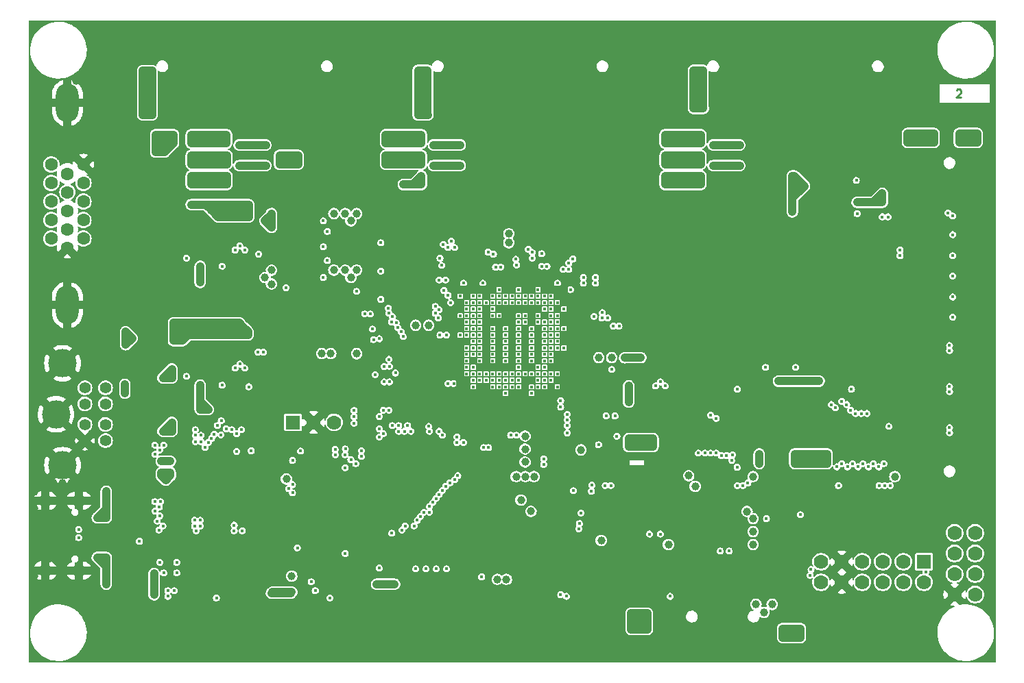
<source format=gbr>
%TF.GenerationSoftware,KiCad,Pcbnew,7.0.9-7.0.9~ubuntu22.04.1*%
%TF.CreationDate,2025-03-17T10:50:23+02:00*%
%TF.ProjectId,GateMateA1-EVB_Rev_C,47617465-4d61-4746-9541-312d4556425f,C*%
%TF.SameCoordinates,PX5f5e100PY7bfa480*%
%TF.FileFunction,Copper,L2,Inr*%
%TF.FilePolarity,Positive*%
%FSLAX46Y46*%
G04 Gerber Fmt 4.6, Leading zero omitted, Abs format (unit mm)*
G04 Created by KiCad (PCBNEW 7.0.9-7.0.9~ubuntu22.04.1) date 2025-03-17 10:50:23*
%MOMM*%
%LPD*%
G01*
G04 APERTURE LIST*
%ADD10C,0.254000*%
%TA.AperFunction,NonConductor*%
%ADD11C,0.254000*%
%TD*%
%TA.AperFunction,ComponentPad*%
%ADD12O,2.200000X1.200000*%
%TD*%
%TA.AperFunction,ComponentPad*%
%ADD13O,2.000000X1.300000*%
%TD*%
%TA.AperFunction,ComponentPad*%
%ADD14C,1.778000*%
%TD*%
%TA.AperFunction,ComponentPad*%
%ADD15R,1.778000X1.778000*%
%TD*%
%TA.AperFunction,ComponentPad*%
%ADD16C,1.410000*%
%TD*%
%TA.AperFunction,ComponentPad*%
%ADD17C,3.500000*%
%TD*%
%TA.AperFunction,ComponentPad*%
%ADD18C,1.000000*%
%TD*%
%TA.AperFunction,ComponentPad*%
%ADD19C,1.800000*%
%TD*%
%TA.AperFunction,ComponentPad*%
%ADD20C,1.600000*%
%TD*%
%TA.AperFunction,ComponentPad*%
%ADD21O,2.800000X4.800000*%
%TD*%
%TA.AperFunction,ViaPad*%
%ADD22C,0.450000*%
%TD*%
%TA.AperFunction,ViaPad*%
%ADD23C,1.000000*%
%TD*%
%TA.AperFunction,Conductor*%
%ADD24C,0.127000*%
%TD*%
%TA.AperFunction,Conductor*%
%ADD25C,0.200000*%
%TD*%
%TA.AperFunction,Conductor*%
%ADD26C,1.016000*%
%TD*%
G04 APERTURE END LIST*
D10*
D11*
X114860628Y71056786D02*
X114909009Y71105167D01*
X114909009Y71105167D02*
X115005771Y71153548D01*
X115005771Y71153548D02*
X115247676Y71153548D01*
X115247676Y71153548D02*
X115344438Y71105167D01*
X115344438Y71105167D02*
X115392819Y71056786D01*
X115392819Y71056786D02*
X115441200Y70960024D01*
X115441200Y70960024D02*
X115441200Y70863262D01*
X115441200Y70863262D02*
X115392819Y70718119D01*
X115392819Y70718119D02*
X114812247Y70137548D01*
X114812247Y70137548D02*
X115441200Y70137548D01*
D12*
%TO.N,GND*%
%TO.C,USB-C1*%
X6530000Y11680000D03*
X6530000Y20320000D03*
D13*
X2350000Y11680000D03*
X2350000Y20320000D03*
%TD*%
D14*
%TO.N,/GPIO21\u005CJTAG_TRST*%
%TO.C,TRST1*%
X114630000Y11255000D03*
%TD*%
%TO.N,+1V8*%
%TO.C,+1V8*%
X117170000Y16335000D03*
%TD*%
D15*
%TO.N,Net-(U6-B1)*%
%TO.C,Pmod1*%
X110850000Y12770000D03*
D14*
%TO.N,Net-(U6-B3)*%
X108310000Y12770000D03*
%TO.N,Net-(U6-B5)*%
X105770000Y12770000D03*
%TO.N,Net-(U6-B7)*%
X103230000Y12770000D03*
%TO.N,GND*%
X100690000Y12770000D03*
%TO.N,+3V3*%
X98150000Y12770000D03*
%TO.N,Net-(U6-B2)*%
X110850000Y10230000D03*
%TO.N,Net-(U6-B4)*%
X108310000Y10230000D03*
%TO.N,Net-(U6-B6)*%
X105770000Y10230000D03*
%TO.N,Net-(U6-B8)*%
X103230000Y10230000D03*
%TO.N,GND*%
X100690000Y10230000D03*
%TO.N,+3V3*%
X98150000Y10230000D03*
%TD*%
D16*
%TO.N,Net-(FET1-D)*%
%TO.C,PS2_KBD1*%
X7270000Y29730000D03*
%TO.N,unconnected-(PS2_KBD1-Pad2)*%
X7270000Y32270000D03*
%TO.N,GND*%
X7270000Y27740000D03*
%TO.N,+5V_USB*%
X7270000Y34260000D03*
%TO.N,Net-(FET2-D)*%
X9810000Y27740000D03*
%TO.N,unconnected-(PS2_KBD1-Pad6)*%
X9810000Y34260000D03*
%TO.N,unconnected-(PS2_KBD1-NC1-Pad7)*%
X9810000Y32270000D03*
%TO.N,unconnected-(PS2_KBD1-NC2-Pad8)*%
X9810000Y29730000D03*
D17*
%TO.N,GND*%
X4500000Y37300000D03*
X3700000Y31000000D03*
X4500000Y24700000D03*
%TD*%
D14*
%TO.N,VDD_CORE*%
%TO.C,VDD_CORE1*%
X114630000Y13795000D03*
%TD*%
%TO.N,GND*%
%TO.C,GND1*%
X114630000Y8715000D03*
%TD*%
D18*
%TO.N,GND*%
%TO.C,U10*%
X23100000Y23206200D03*
X23100000Y20806200D03*
D19*
X24300000Y22006200D03*
D18*
X25500000Y23206200D03*
X25570000Y20806200D03*
%TD*%
D14*
%TO.N,+3V3*%
%TO.C,+3V3*%
X117170000Y11255000D03*
%TD*%
%TO.N,+1V2*%
%TO.C,+1V2*%
X114630000Y16335000D03*
%TD*%
%TO.N,+5V_USB*%
%TO.C,+5V_USB1*%
X117170000Y8715000D03*
%TD*%
%TO.N,+2V5*%
%TO.C,+2V5*%
X117170000Y13795000D03*
%TD*%
D20*
%TO.N,Net-(TVS3-IO2)*%
%TO.C,VGA1*%
X7090000Y52720000D03*
%TO.N,Net-(TVS2-IO2)*%
X7090000Y55010000D03*
%TO.N,Net-(TVS1-IO2)*%
X7090000Y57300000D03*
%TO.N,unconnected-(VGA1-ID2{slash}RES-Pad4)*%
X7090000Y59590000D03*
%TO.N,GND*%
X7090000Y61880000D03*
X5110000Y51575000D03*
X5110000Y53865000D03*
X5110000Y56155000D03*
%TO.N,unconnected-(VGA1-Key{slash}PWR-Pad9)*%
X5110000Y58445000D03*
%TO.N,GND*%
X5110000Y60735000D03*
%TO.N,unconnected-(VGA1-ID0{slash}RES-Pad11)*%
X3130000Y52720000D03*
%TO.N,unconnected-(VGA1-ID1{slash}SDA-Pad12)*%
X3130000Y55010000D03*
%TO.N,/VGA_HSync*%
X3130000Y57300000D03*
%TO.N,/VGA_VSync*%
X3130000Y59590000D03*
%TO.N,unconnected-(VGA1-ID3{slash}SCL-Pad15)*%
X3130000Y61880000D03*
D21*
%TO.N,GND*%
X5110000Y69495000D03*
X5110000Y44505000D03*
%TD*%
D15*
%TO.N,Net-(R47-Pad2)*%
%TO.C,SWD1*%
X32960000Y30000000D03*
D14*
%TO.N,GND*%
X35500000Y30000000D03*
%TO.N,Net-(R48-Pad2)*%
X38040000Y30000000D03*
%TD*%
D22*
%TO.N,GND*%
X25700000Y31900000D03*
D23*
X84500000Y44500000D03*
D22*
X43100000Y34700000D03*
X107000000Y60800000D03*
X58800000Y28200000D03*
X82575000Y16625000D03*
D23*
X1016000Y39400000D03*
X82400000Y78800000D03*
D22*
X60000000Y39200000D03*
D23*
X66100000Y78800000D03*
D22*
X71608000Y29800000D03*
D23*
X32200000Y1051002D03*
X8100000Y74200000D03*
D22*
X24250000Y37400000D03*
D23*
X84800000Y76600000D03*
X97500000Y78800000D03*
D22*
X104608000Y59200000D03*
D23*
X95800000Y11900000D03*
D22*
X19800000Y36722962D03*
D23*
X25500000Y32700000D03*
D22*
X24900000Y51400000D03*
D23*
X27300000Y32700000D03*
X34400000Y34500000D03*
X26500000Y20900000D03*
X118800000Y54400000D03*
X105300000Y21261000D03*
D22*
X100400000Y60800000D03*
X62000000Y52900000D03*
X14400000Y25900000D03*
D23*
X23200000Y24265000D03*
X4500000Y10600000D03*
X38200000Y1051002D03*
X78200000Y1051002D03*
X35500000Y34500000D03*
D22*
X99700000Y60000000D03*
X99700000Y59200000D03*
X63200000Y40000000D03*
D23*
X84800000Y77700000D03*
X87000000Y44500000D03*
X112800000Y7000000D03*
D22*
X58000000Y48000000D03*
X60800000Y48000000D03*
X64100000Y16900000D03*
D23*
X111800000Y70000000D03*
D22*
X56000000Y34400000D03*
X33900000Y22500000D03*
D23*
X4500000Y11700000D03*
D22*
X77600000Y17000000D03*
D23*
X95840000Y21650000D03*
X31000000Y44900000D03*
X31200000Y34200000D03*
X100100000Y19200010D03*
X118800000Y66000000D03*
D22*
X14400000Y24500000D03*
D23*
X12300000Y67200000D03*
D22*
X105800000Y20500000D03*
X109000000Y54400000D03*
X60900000Y18500000D03*
X82575000Y15700000D03*
X48700000Y15700000D03*
X68000000Y44600000D03*
D23*
X14400000Y76600000D03*
D22*
X55100000Y52900000D03*
X69200000Y41600000D03*
D23*
X81400000Y14600000D03*
D22*
X51500000Y36000000D03*
D23*
X106200000Y1051002D03*
D22*
X68000000Y39200000D03*
X62600000Y31700000D03*
D23*
X1016000Y57400000D03*
X23700000Y38200000D03*
D22*
X50400000Y15700000D03*
D23*
X117500000Y68800000D03*
D22*
X65600000Y46400000D03*
D23*
X6700000Y22500000D03*
D22*
X98700000Y36150000D03*
D23*
X22100000Y24265000D03*
D22*
X78300000Y15400000D03*
X59200000Y32500000D03*
D23*
X68400000Y25200000D03*
X78575000Y18900000D03*
D22*
X64850000Y16900000D03*
X23600000Y31900000D03*
D23*
X68200000Y1051002D03*
X118800000Y14200000D03*
X13000000Y78800000D03*
D22*
X65600000Y45600000D03*
D23*
X82400000Y75500000D03*
D22*
X69197176Y33900000D03*
D23*
X101100000Y19200000D03*
D22*
X72400000Y32300000D03*
D23*
X111800000Y78800000D03*
D22*
X59700000Y17700000D03*
D23*
X25400000Y24265000D03*
D22*
X61600000Y41600000D03*
D23*
X6923887Y6923887D03*
X1016000Y65400000D03*
D22*
X69700000Y13600000D03*
D23*
X118800000Y16600000D03*
D22*
X14400000Y23800000D03*
D23*
X118800000Y41700000D03*
X44200000Y1051002D03*
D22*
X58400000Y41600000D03*
X68266229Y35766229D03*
D23*
X118800000Y64700000D03*
X55900000Y78800000D03*
X82400000Y76600000D03*
X100100000Y78800000D03*
D22*
X103900000Y59200000D03*
D23*
X3000000Y13200000D03*
D22*
X25000000Y33500000D03*
D23*
X25500000Y47300000D03*
D22*
X89100000Y20000000D03*
X70200000Y19500000D03*
X72400000Y33000000D03*
X60800000Y47200000D03*
X99700000Y60800000D03*
D23*
X16800000Y78800000D03*
D22*
X63200000Y41600000D03*
X23489000Y47800000D03*
D23*
X1000000Y9000000D03*
D22*
X79200000Y13600000D03*
D23*
X41000000Y78800000D03*
X111800000Y74500000D03*
X36700000Y12000000D03*
D22*
X80150000Y20600000D03*
D23*
X73700000Y78800000D03*
X4500000Y19200000D03*
X3000000Y15400000D03*
D22*
X56800000Y44000000D03*
D23*
X75000000Y78800000D03*
X118800000Y49350000D03*
D22*
X105300000Y59200000D03*
X36400000Y23200000D03*
D23*
X50800000Y75500000D03*
D22*
X58400000Y38400000D03*
D23*
X53400000Y78800000D03*
D22*
X52800000Y38000000D03*
X56200000Y17300000D03*
X60000000Y40000000D03*
D23*
X70700000Y39800000D03*
X92300000Y1051002D03*
D22*
X77600000Y17650000D03*
D23*
X27500000Y52800000D03*
D22*
X96350000Y21050000D03*
D23*
X118800000Y56950000D03*
X82200000Y1051002D03*
X50800000Y77700000D03*
X110700000Y78800000D03*
X58500000Y78800000D03*
X1000000Y11000000D03*
X104200000Y1051002D03*
X9800000Y59400000D03*
X1016000Y45400000D03*
D22*
X65600000Y38400000D03*
X59200000Y36800000D03*
D23*
X1016000Y71400000D03*
D22*
X49600000Y15700000D03*
X23500000Y50000000D03*
D23*
X9800000Y62200000D03*
X28200000Y1051002D03*
X9000000Y78800000D03*
X118800000Y46800000D03*
D22*
X26600000Y30100000D03*
X66800000Y32700000D03*
D23*
X27500000Y38200000D03*
D22*
X22600000Y51100000D03*
D23*
X98200000Y54800000D03*
D22*
X14400000Y26600000D03*
D23*
X13100000Y66400000D03*
X1000000Y29400000D03*
X96200000Y1051002D03*
X112200000Y1051002D03*
X20200000Y1051002D03*
X106700000Y60100000D03*
X94200000Y39000000D03*
D22*
X59700000Y18500000D03*
X94000000Y20600000D03*
X66400000Y34400000D03*
D23*
X94900000Y22000000D03*
X111800000Y76000000D03*
X89800000Y1051002D03*
D22*
X61600000Y40000000D03*
X100400000Y59200000D03*
D23*
X100200000Y1051002D03*
D22*
X23500000Y37400000D03*
D23*
X48200000Y1051002D03*
D22*
X63200000Y40800000D03*
X63200000Y48000000D03*
X20500000Y15100000D03*
D23*
X46200000Y1051002D03*
X1016000Y63400000D03*
X91900000Y40300000D03*
X98800000Y59200000D03*
D22*
X65600000Y16900000D03*
D23*
X24200000Y1051002D03*
D22*
X56800000Y43200000D03*
D23*
X6200000Y72200000D03*
D22*
X66800000Y47200000D03*
D23*
X84700000Y1051002D03*
D22*
X35200000Y21100000D03*
X26400000Y31900000D03*
X37600000Y25300000D03*
D23*
X92400000Y78800000D03*
D22*
X60000000Y38400000D03*
D23*
X50200000Y1051002D03*
D22*
X20400000Y37200000D03*
X39000000Y32400000D03*
D23*
X42500000Y78800000D03*
D22*
X78300000Y33000000D03*
D23*
X94200000Y40300000D03*
D22*
X24900000Y48700000D03*
D23*
X26500000Y22000000D03*
D22*
X56800000Y41600000D03*
X103200000Y60800000D03*
D23*
X111800000Y3000000D03*
X48400000Y78800000D03*
D22*
X56800000Y38400000D03*
X33900000Y25200000D03*
D23*
X1016000Y61400000D03*
X1016000Y51400000D03*
X89900000Y78800000D03*
D22*
X52799990Y43200000D03*
D23*
X24300000Y24265000D03*
D22*
X55600000Y52300000D03*
D23*
X35200000Y50000000D03*
X118800000Y36650000D03*
D22*
X94900000Y20600000D03*
D23*
X91900000Y39000000D03*
D22*
X107500000Y55400000D03*
X103200000Y60100000D03*
X72400000Y20100000D03*
X106200000Y59200000D03*
X25500000Y37900000D03*
X21500000Y15100000D03*
X25500000Y52500000D03*
X63200000Y47200000D03*
X64000000Y32700000D03*
D23*
X100377038Y54800000D03*
X32100000Y78800000D03*
D22*
X52864309Y47135691D03*
X67400000Y44000000D03*
D23*
X44000000Y78800000D03*
D22*
X62400000Y44000000D03*
D23*
X118800000Y21400000D03*
X18500000Y52400000D03*
X1000000Y7000000D03*
D22*
X60000000Y42400000D03*
D23*
X94900000Y23100000D03*
D22*
X21000000Y14600000D03*
X24200000Y52100000D03*
D23*
X30200000Y1051002D03*
D22*
X71100000Y26800000D03*
D23*
X23700000Y52800000D03*
D22*
X37300000Y19500000D03*
X71799990Y33492000D03*
X59200000Y44000000D03*
D23*
X26500000Y23200000D03*
X118800000Y31550000D03*
X71150000Y78800000D03*
X22100000Y19800000D03*
X13100000Y53800000D03*
X81400000Y16800000D03*
X58200000Y1051002D03*
D22*
X105300000Y60800000D03*
D23*
X1016000Y49400000D03*
X36200000Y44100000D03*
D22*
X50800000Y35000000D03*
X23500000Y36000000D03*
D23*
X111800000Y71500000D03*
D22*
X61600000Y38400000D03*
D23*
X1016000Y67400000D03*
X1016000Y69400000D03*
X26400000Y38200000D03*
D22*
X24200000Y51400000D03*
X64000000Y43200000D03*
X39800000Y32400000D03*
D23*
X18200000Y1051002D03*
X61000000Y78800000D03*
D22*
X77600000Y15400000D03*
X106299999Y19999999D03*
D23*
X1016000Y37400000D03*
X111800000Y77300000D03*
D22*
X61600000Y40800000D03*
D23*
X5600000Y22500000D03*
D22*
X68400000Y41600000D03*
D23*
X100800000Y37025000D03*
D22*
X59200000Y31800000D03*
D23*
X14400000Y77700000D03*
D22*
X61600000Y39200000D03*
D23*
X76200000Y1051002D03*
D22*
X77600000Y13600000D03*
D23*
X114500000Y68800000D03*
D22*
X67199992Y39200000D03*
D23*
X36200000Y1051002D03*
X84800000Y75500000D03*
X19400000Y78800000D03*
D22*
X62400000Y35200000D03*
D23*
X12200000Y1051002D03*
X64200000Y1051002D03*
X118800000Y44300000D03*
D22*
X24200000Y48000000D03*
X62400000Y36800000D03*
X23600000Y33500000D03*
D23*
X1000000Y27400000D03*
D22*
X21000000Y30100000D03*
X77700000Y33500000D03*
D23*
X14400000Y78800000D03*
D22*
X94900000Y17300000D03*
X23489000Y48500000D03*
X56800000Y40800000D03*
X52125000Y38000000D03*
D23*
X105200000Y78800000D03*
X82600000Y20200000D03*
X1016000Y59400000D03*
D22*
X57200000Y32100000D03*
D23*
X68600000Y78800000D03*
D22*
X60000000Y41600000D03*
D23*
X42000000Y48800000D03*
X91900000Y44500000D03*
X79600000Y1051002D03*
D22*
X25400000Y30100000D03*
D23*
X19400000Y15000000D03*
X10200000Y1051002D03*
X31800000Y51100000D03*
X87300000Y1051002D03*
X11000000Y78800000D03*
X24400000Y31600000D03*
X79500000Y78800000D03*
D22*
X99000000Y60800000D03*
X57600000Y36800000D03*
D23*
X81000000Y78800000D03*
X107700000Y78800000D03*
X56200000Y1051002D03*
D22*
X14400000Y25200000D03*
X63200000Y39200000D03*
X52829817Y45598803D03*
X62700000Y52900000D03*
D23*
X60200000Y1051002D03*
X118800000Y26450000D03*
X23200000Y19800000D03*
X102250000Y44500000D03*
D22*
X26000000Y30600000D03*
D23*
X37200000Y78800000D03*
X23700000Y54000000D03*
X22100000Y22000000D03*
X81400000Y15700000D03*
D22*
X26200000Y15100000D03*
X58400000Y40000000D03*
D23*
X14400000Y75500000D03*
X27500000Y54000000D03*
X1016000Y35400000D03*
D22*
X60000000Y43200000D03*
X63200000Y38400000D03*
D23*
X35200000Y51100000D03*
D22*
X25600000Y48100000D03*
X67599996Y41600000D03*
D23*
X1016000Y47400000D03*
D22*
X94900000Y19200000D03*
D23*
X25400000Y19800000D03*
D22*
X69000000Y19508000D03*
D23*
X42600000Y55000000D03*
D22*
X76600000Y18000000D03*
X59299996Y28800000D03*
X73000000Y19500000D03*
X21000000Y15600000D03*
X35900000Y21100000D03*
D23*
X97600000Y59200000D03*
X54200000Y1051002D03*
X78000000Y78800000D03*
D22*
X60000000Y37600000D03*
X40500000Y32400000D03*
D23*
X98700000Y37010999D03*
X50800000Y78800000D03*
X1000000Y21400000D03*
X34600000Y78800000D03*
X29600000Y78800000D03*
X1000000Y13200000D03*
X107250000Y20750000D03*
X118800000Y59500000D03*
D22*
X14400000Y17500000D03*
D23*
X60200000Y26700000D03*
X3400000Y22500000D03*
X34200000Y1051002D03*
X93050000Y40300000D03*
X26200000Y1051002D03*
D22*
X56000000Y36800000D03*
D23*
X88400000Y20750000D03*
X41900000Y54200000D03*
X48400000Y75500000D03*
X13100000Y49600000D03*
D22*
X24250000Y36700000D03*
X94900000Y18000000D03*
X14400000Y16800000D03*
X14400000Y19600000D03*
D23*
X1000000Y25400000D03*
X4500000Y12800000D03*
X42700000Y47900000D03*
D22*
X38200000Y20600000D03*
D23*
X97800000Y23100000D03*
X27000000Y78800000D03*
X4500000Y20300000D03*
D22*
X102500000Y60800000D03*
X25000000Y36700000D03*
D23*
X24400000Y78800000D03*
X8135002Y1051002D03*
D22*
X66800000Y31900000D03*
X61600000Y37600000D03*
X78900000Y33500000D03*
D23*
X118800000Y67300000D03*
X72200000Y1051002D03*
X82400000Y77700000D03*
X26500000Y19800000D03*
X77600000Y20200000D03*
D22*
X37800000Y20000000D03*
X63900000Y29500000D03*
X100400000Y60000000D03*
X56800000Y37600000D03*
D23*
X9800000Y63600000D03*
D22*
X47800000Y57800000D03*
X44800000Y33500000D03*
X71800000Y19500000D03*
X58400000Y39200000D03*
X110000000Y54400000D03*
D23*
X47000000Y78800000D03*
D22*
X52100000Y33200000D03*
X103200000Y59200000D03*
X21600000Y30600000D03*
D23*
X18300000Y15000000D03*
X71900000Y39800000D03*
X1000000Y31400000D03*
X118800000Y11800000D03*
D22*
X104600000Y60800000D03*
D23*
X1016000Y53400000D03*
X66200000Y1051002D03*
X87400000Y78800000D03*
D22*
X95750000Y20600000D03*
X58300000Y28800000D03*
D23*
X18500000Y51322962D03*
D22*
X64000000Y31900000D03*
D23*
X1000000Y19400000D03*
X102100000Y19200000D03*
X1016000Y41400000D03*
D22*
X59200000Y43200000D03*
D23*
X21900000Y78800000D03*
D22*
X61600000Y35200000D03*
D23*
X79625000Y18900000D03*
X77600000Y19200000D03*
D22*
X27100000Y31900000D03*
D23*
X102200000Y1051002D03*
D22*
X24900000Y48000000D03*
X58000000Y47200016D03*
X23500000Y36700000D03*
X54400000Y32800000D03*
X64800000Y26500000D03*
D23*
X26400000Y52800000D03*
D22*
X58400000Y40800000D03*
X71800000Y32600000D03*
D23*
X16800000Y77700000D03*
X50800000Y76600000D03*
D22*
X24900000Y52100000D03*
D23*
X39700000Y78800000D03*
D22*
X60000000Y40800000D03*
X55600004Y16700000D03*
X51300000Y15700000D03*
D23*
X24300000Y19800000D03*
D22*
X23489000Y47100000D03*
D23*
X108200000Y1051002D03*
X94500000Y44500000D03*
X106295505Y21261000D03*
D22*
X73400000Y15700000D03*
D23*
X1000000Y15400000D03*
D22*
X58400000Y37600000D03*
D23*
X80600000Y19200000D03*
X102600000Y78800000D03*
X97800000Y22000000D03*
X1016000Y33400000D03*
X118800000Y9400000D03*
X98200000Y1051002D03*
D22*
X60300000Y18000000D03*
D23*
X109200000Y78800000D03*
D22*
X52000000Y43200000D03*
X63908000Y26900000D03*
X56800000Y42400000D03*
D23*
X19577038Y51322962D03*
X23700000Y39400000D03*
X83700000Y20200000D03*
X8100000Y77800000D03*
D22*
X43700000Y38400000D03*
X58400000Y36800000D03*
X77600000Y18300000D03*
D23*
X62400000Y52200000D03*
X1016000Y43400000D03*
X42200000Y1051002D03*
X4500000Y22500000D03*
X16800000Y75500000D03*
X70200000Y1051002D03*
D22*
X69600000Y20100000D03*
D23*
X112900000Y78800000D03*
X33500000Y50000000D03*
X31800000Y44100000D03*
X99750000Y44500000D03*
D22*
X35200000Y20400000D03*
D23*
X22200000Y1051002D03*
X60200000Y25100000D03*
D22*
X63908000Y28200000D03*
X52800000Y40800000D03*
D23*
X40200000Y1051002D03*
D22*
X26700000Y15600000D03*
X20000000Y15600000D03*
X22600000Y36500000D03*
D23*
X13100000Y65000000D03*
D22*
X94900000Y19900000D03*
D23*
X113000000Y68800000D03*
D22*
X36900000Y25300000D03*
X100600000Y36150000D03*
D23*
X7000000Y78800000D03*
X49700000Y40600000D03*
D22*
X53200000Y32700000D03*
X33900000Y21100000D03*
X60000000Y36800000D03*
X56800000Y39200000D03*
D23*
X18300000Y13900000D03*
X118800000Y23900000D03*
D22*
X87800000Y20000000D03*
D23*
X16800000Y76600000D03*
D22*
X52800000Y33200000D03*
X14400000Y18900000D03*
D23*
X105700000Y60100000D03*
D22*
X23600000Y32700000D03*
D23*
X74200000Y1051002D03*
X116000000Y68800000D03*
D22*
X50800000Y36000000D03*
D23*
X48400000Y77700000D03*
D22*
X72700000Y29800000D03*
D23*
X13100000Y58000000D03*
D22*
X99750000Y36150000D03*
D23*
X62200000Y1051002D03*
X22100000Y23200000D03*
D22*
X101800000Y59200000D03*
X64000000Y33600000D03*
D23*
X48400000Y76600000D03*
X7200000Y73200000D03*
D22*
X14400000Y18200000D03*
D23*
X45500000Y78800000D03*
X26400000Y39400000D03*
X14200000Y1051002D03*
X3000000Y71900000D03*
X63550000Y78800000D03*
X96860000Y21650000D03*
X35200000Y44100000D03*
X118800000Y51900000D03*
X111800000Y5000000D03*
X9800000Y60800000D03*
D22*
X103900000Y60800000D03*
D23*
X111800000Y73000000D03*
X52200000Y1051002D03*
D22*
X25700000Y34200000D03*
X51464601Y37999760D03*
X22200000Y30100000D03*
D23*
X27400000Y47300000D03*
D22*
X111000000Y54400000D03*
D23*
X110200000Y1051002D03*
X4500000Y21400000D03*
X118800000Y39200000D03*
D22*
X43000000Y38400000D03*
X25700000Y15600000D03*
X25000000Y34200000D03*
D23*
X1000000Y17400000D03*
D22*
X106000000Y60800000D03*
D23*
X118800000Y19000000D03*
X95000000Y78800000D03*
X118800000Y34100000D03*
D22*
X37500000Y26000000D03*
X99000000Y60000000D03*
X72300000Y13600000D03*
D23*
X118800000Y7200000D03*
X1016000Y55400000D03*
X27500000Y39400000D03*
D22*
X103900000Y60100000D03*
D23*
X94200000Y1051002D03*
X89500000Y44500000D03*
D22*
X89100000Y21500000D03*
D23*
X48100000Y40600000D03*
D22*
X21500000Y14100000D03*
X68964511Y35067949D03*
X87800000Y21500000D03*
D23*
X16200000Y1051002D03*
X22100000Y20900000D03*
D22*
X57200000Y32800000D03*
D23*
X26400000Y54000000D03*
D22*
X23500000Y51400000D03*
X24300000Y33500000D03*
X101100000Y59200000D03*
D23*
X8100000Y76000000D03*
D22*
X80150000Y19950000D03*
D23*
X7000000Y1051000D03*
D22*
X62400000Y42400000D03*
X106200000Y54100000D03*
D23*
X76500000Y78800000D03*
X84800000Y78800000D03*
X2300000Y22500000D03*
D22*
X25000000Y37400000D03*
D23*
X1000000Y23400000D03*
D22*
X23500000Y35300000D03*
D23*
X99300000Y54800000D03*
D22*
X80800000Y19950000D03*
D23*
X3000000Y17400000D03*
D22*
X89750000Y20750000D03*
D23*
X82600000Y18900000D03*
X18500000Y50200000D03*
D22*
X25700000Y33500000D03*
D23*
X118800000Y62050000D03*
D22*
X25600000Y48800000D03*
X60900000Y17700000D03*
X52200000Y36000000D03*
D23*
X118800000Y29000000D03*
D22*
X65600000Y37600000D03*
X54400000Y32100000D03*
X60000000Y44000000D03*
X56800000Y40000000D03*
X23500000Y50700000D03*
X62400000Y43200000D03*
D23*
X73100000Y39800000D03*
X97000000Y44500000D03*
%TO.N,VDD_NA*%
X29600000Y64275000D03*
X14400000Y72400000D03*
D22*
X58400000Y46400000D03*
D23*
X28500000Y64275000D03*
X28500000Y61725000D03*
X15550000Y68000000D03*
D22*
X58400000Y43200000D03*
D23*
X14400000Y73456921D03*
X29600000Y61725000D03*
X27400000Y64275000D03*
X27400000Y61725000D03*
D22*
X57600000Y44000000D03*
X56400000Y47200000D03*
D23*
X14400000Y69100000D03*
X14400000Y68000000D03*
D22*
X57600000Y43200000D03*
D23*
X15556920Y73456921D03*
X26300000Y64275000D03*
X14400000Y70200000D03*
X26300000Y61725000D03*
X14400000Y71300000D03*
%TO.N,VDD_EB*%
X84800000Y64275000D03*
X88100000Y61725000D03*
X82400000Y71200000D03*
D22*
X63200000Y43200000D03*
D23*
X85900000Y64275000D03*
D22*
X64000000Y44000000D03*
D23*
X82400000Y70000000D03*
X83600000Y68800000D03*
X82400000Y73507994D03*
X87000000Y64275000D03*
D22*
X67200000Y46400000D03*
D23*
X84800000Y61725000D03*
X82400000Y72400000D03*
X82400000Y68800000D03*
D22*
X65600000Y47200000D03*
X66400000Y44000000D03*
D23*
X87000000Y61725000D03*
X88100000Y64275000D03*
D22*
X63200000Y42400000D03*
D23*
X85900000Y61725000D03*
X83570002Y73507994D03*
%TO.N,VDD_NB*%
X50300000Y61725000D03*
D22*
X60800000Y42400000D03*
D23*
X52500000Y61725000D03*
X48400000Y70200000D03*
X48400000Y69100000D03*
D22*
X60800000Y46400000D03*
D23*
X51400000Y64275000D03*
D22*
X60800000Y43200000D03*
D23*
X50300000Y64275000D03*
X49600000Y68000000D03*
X48400000Y72400000D03*
X52500000Y64275000D03*
D22*
X61600000Y43200000D03*
D23*
X49570006Y73507994D03*
X53600000Y61725000D03*
X53600000Y64275000D03*
X48400000Y73507994D03*
X48400000Y71300000D03*
D22*
X61600000Y42400000D03*
D23*
X51400000Y61725000D03*
D22*
X63200000Y46400000D03*
D23*
X48400000Y68000000D03*
D22*
%TO.N,/NA_B2*%
X56000000Y45600000D03*
X51300000Y49400000D03*
%TO.N,/NA_A5*%
X52100000Y51600000D03*
X57600000Y45600000D03*
%TO.N,/NA_A6*%
X52900000Y51600000D03*
X58400000Y45600000D03*
%TO.N,/NA_A8*%
X57963947Y49184500D03*
X59200000Y45600000D03*
%TO.N,/NB_B1*%
X60000000Y45600000D03*
X57050000Y51050000D03*
%TO.N,/NB_B3*%
X60800000Y45600000D03*
X60562393Y49462393D03*
%TO.N,/NB_B5*%
X61600000Y45600000D03*
X62000003Y51400003D03*
%TO.N,/NB_B6*%
X62500000Y50300000D03*
X62400000Y45600000D03*
%TO.N,/NB_B8*%
X63200000Y45600000D03*
X63650000Y49300010D03*
%TO.N,/EB_B7*%
X67499996Y50200000D03*
X64000000Y45600000D03*
%TO.N,/EB_B6*%
X66300000Y48900000D03*
X64800000Y45600000D03*
%TO.N,/NA_B3*%
X56800000Y44800000D03*
X51100000Y50300000D03*
%TO.N,/NA_B5*%
X51500000Y52000000D03*
X57600000Y44800000D03*
%TO.N,/NA_B6*%
X52500000Y52400000D03*
X58399995Y44800005D03*
%TO.N,/NA_B8*%
X59200000Y44800000D03*
X58600000Y49200000D03*
%TO.N,/NB_A1*%
X60000000Y44800000D03*
X57700000Y50800000D03*
%TO.N,/NB_A3*%
X60800000Y44800000D03*
X60456199Y50156194D03*
%TO.N,/NB_A5*%
X62500000Y51000000D03*
X61600000Y44800000D03*
%TO.N,/NB_A6*%
X63643803Y50856197D03*
X62400000Y44800000D03*
%TO.N,/NB_A8*%
X64300000Y49300000D03*
X63200000Y44800000D03*
%TO.N,/EB_A7*%
X64000000Y44800000D03*
X67000000Y49700000D03*
%TO.N,/EB_A6*%
X67000000Y48900000D03*
X64800000Y44800000D03*
%TO.N,/EB_B3*%
X64800000Y44000000D03*
X68800000Y47900000D03*
%TO.N,/EB_A3*%
X65600000Y44800000D03*
X68800000Y47200000D03*
%TO.N,/EB_B1*%
X70300000Y47900000D03*
X64800000Y43200000D03*
%TO.N,/EB_A1*%
X65600000Y43200000D03*
X70300000Y47200000D03*
%TO.N,/EA_B8*%
X64800000Y42400000D03*
X71150000Y43550000D03*
%TO.N,/EA_A8*%
X70100000Y43100000D03*
X65600000Y42400000D03*
%TO.N,/EA_B7*%
X100700000Y24900000D03*
X99400000Y32200000D03*
%TO.N,/EA_A7*%
X99900000Y31800000D03*
X101400000Y24500000D03*
%TO.N,/EA_B6*%
X71100000Y42900000D03*
X102025000Y24900000D03*
X100700000Y32600000D03*
X64800000Y41600000D03*
%TO.N,/EA_A6*%
X71800000Y42900000D03*
X101300000Y32200000D03*
X65600000Y41600000D03*
X102700000Y24500000D03*
%TO.N,/EA_B5*%
X72500000Y41900000D03*
X101800000Y31500000D03*
X103300000Y24900000D03*
X64800000Y40800000D03*
%TO.N,/EA_A5*%
X65600000Y40800000D03*
X102400000Y31100000D03*
X73200000Y41900000D03*
X104000000Y24500000D03*
%TO.N,/EA_B4*%
X103100000Y31100000D03*
X104600000Y24900000D03*
%TO.N,/EA_A4*%
X103800000Y31100000D03*
X105900000Y24900000D03*
%TO.N,/VGA_Red_3*%
X54400000Y39200000D03*
X43600416Y40336610D03*
%TO.N,/VGA_Red_2*%
X42900000Y40223801D03*
X55200000Y39200000D03*
%TO.N,/EA_B3*%
X83000000Y26199998D03*
X64800000Y40000000D03*
%TO.N,/EA_A3*%
X83800000Y26200000D03*
X65600000Y40000000D03*
%TO.N,/EA_B2*%
X84500000Y30900000D03*
X84500000Y26200006D03*
%TO.N,/EA_A2*%
X85200000Y30500000D03*
X85200000Y26200000D03*
%TO.N,/VGA_Green_2*%
X55200000Y40000000D03*
X42761896Y41532321D03*
%TO.N,/VGA_Blue_3*%
X54400000Y40800000D03*
X51900000Y40800000D03*
%TO.N,/VGA_Blue_2*%
X55200000Y40800000D03*
X51100000Y40800000D03*
%TO.N,/EA_B1*%
X64800000Y39200000D03*
X85825000Y25900006D03*
%TO.N,/EA_A1*%
X86475000Y25900000D03*
X65600000Y39200000D03*
%TO.N,/EA_B0*%
X64000000Y38400000D03*
X87125000Y25300000D03*
%TO.N,/EA_A0*%
X64800000Y38400000D03*
X87200000Y26000000D03*
%TO.N,/FPGA_SPI_D3*%
X44200000Y36900000D03*
X44200000Y35000000D03*
%TO.N,/FPGA_SPI_D0*%
X44849517Y35000000D03*
X44849517Y36915500D03*
%TO.N,/FPGA_SPI_CSN*%
X44787367Y37787367D03*
X54400000Y36800000D03*
%TO.N,/FPGA_SPI_CLK*%
X55200000Y36800000D03*
X45600000Y36100000D03*
%TO.N,/CFG_MD0*%
X51905000Y11900000D03*
X56000000Y35200000D03*
%TO.N,/CLK0*%
X70671495Y27228509D03*
X68500000Y18800000D03*
X64000000Y37600000D03*
%TO.N,/GPIO23\u005CCLK1*%
X54000000Y27500000D03*
X41400000Y26500000D03*
X62400000Y36000000D03*
X24100000Y30200000D03*
%TO.N,/CFG_MD1*%
X50635000Y11900000D03*
X47500000Y28900000D03*
%TO.N,/GPIO24\u005CCLK2*%
X64000000Y36800000D03*
X24057786Y28468775D03*
X69799996Y21500000D03*
X40100000Y25400000D03*
%TO.N,/FPGA_LED*%
X35200000Y10300000D03*
X68234123Y16849189D03*
X66000000Y8700000D03*
X64800000Y36000000D03*
%TO.N,/CLK3*%
X63200000Y35200000D03*
X66800000Y28700000D03*
%TO.N,/SER_CLK_P*%
X114000000Y38887600D03*
X62400000Y34400000D03*
%TO.N,/POR_EN*%
X44800008Y31500000D03*
X56250000Y10900004D03*
%TO.N,/CFG_MD2*%
X49365000Y11900000D03*
X46000000Y29600000D03*
%TO.N,/SER_CLK_N*%
X114000000Y39492400D03*
X63200000Y34400000D03*
%TO.N,/SER_RX_P*%
X56482899Y26887700D03*
X114000000Y28727600D03*
%TO.N,/SER_TX_P*%
X114000000Y34412400D03*
X60522999Y28411500D03*
%TO.N,/CFG_DONE*%
X43600000Y28200000D03*
X43600000Y12000000D03*
%TO.N,/CFG_MD3*%
X46000000Y28900000D03*
X48095000Y11900000D03*
%TO.N,/SER_RX_N*%
X57087699Y26887700D03*
X114000000Y29332400D03*
%TO.N,/SER_TX_N*%
X114000000Y33807600D03*
X59822999Y28411500D03*
D23*
%TO.N,+3V3*%
X92900000Y35100000D03*
X94900000Y24900000D03*
D22*
X15950000Y26050000D03*
D23*
X90100000Y7500000D03*
D22*
X86800000Y14100000D03*
D23*
X94900000Y35100000D03*
X89750000Y18100000D03*
D22*
X15900000Y20200000D03*
X85700000Y14100000D03*
D23*
X93900000Y35100000D03*
X91100000Y6500000D03*
X89000000Y18992000D03*
X89750000Y14899992D03*
X94900000Y26100000D03*
X89750000Y16500000D03*
X98900000Y26100000D03*
X97900000Y35100000D03*
X92100000Y7500000D03*
D22*
X16600000Y20200000D03*
D23*
X96900000Y26100000D03*
X97900000Y24900000D03*
X90500000Y24900000D03*
X96900000Y35100000D03*
X95900000Y26100000D03*
X95900000Y35100000D03*
X98900000Y24900000D03*
X90500000Y26100000D03*
D22*
X16450000Y19550000D03*
D23*
X97900000Y26100000D03*
D22*
X17000000Y27200000D03*
X15950000Y19050000D03*
X15900000Y27200000D03*
X16500000Y26600000D03*
%TO.N,/RP2040_RST#*%
X32900000Y25300000D03*
X33490500Y14500000D03*
%TO.N,/+1V1*%
X16900000Y17200000D03*
D23*
X17250000Y22850000D03*
D22*
X16400000Y16700000D03*
D23*
X32143802Y23000000D03*
X17800000Y23806200D03*
X16700000Y23806200D03*
%TO.N,+5V_USB*%
X12300000Y41200000D03*
X95600000Y4511000D03*
X21500707Y33600000D03*
X74700000Y4400000D03*
X9900000Y20400000D03*
X75699957Y4400000D03*
X21500000Y49300000D03*
X12300000Y39600000D03*
X12200000Y33600000D03*
X9900000Y21500000D03*
D22*
X76950000Y16200000D03*
D23*
X105700000Y58300000D03*
X21500000Y48300000D03*
X9900000Y18200000D03*
X105700000Y57200000D03*
X95600000Y3400000D03*
X8800000Y18200000D03*
X12200000Y34700000D03*
X76700000Y4400000D03*
X94500000Y4511000D03*
D22*
X78300000Y16200000D03*
D23*
X21500000Y34600000D03*
X76700043Y6400000D03*
X9900000Y11100000D03*
X21500000Y31600000D03*
X102600000Y57200000D03*
X8800000Y13300000D03*
X93400000Y3400000D03*
X75699957Y5400000D03*
X76700000Y5400000D03*
X9900000Y12200000D03*
X94500000Y3400000D03*
X93400000Y4511000D03*
X9900000Y19300000D03*
X75700000Y6400000D03*
X22500000Y31600000D03*
X13100000Y40400000D03*
X21500000Y32600000D03*
X104600000Y57200000D03*
X9900000Y10000000D03*
X103600000Y57200000D03*
X74700000Y5400000D03*
X21500000Y47300000D03*
X9900000Y13300000D03*
X74700043Y6400000D03*
D22*
%TO.N,/WC_A3*%
X44800000Y43500000D03*
X113800004Y55900000D03*
%TO.N,/WC_B3*%
X44716750Y44100000D03*
X106400000Y55400000D03*
%TO.N,/WC_A2*%
X50977224Y43922196D03*
X45100000Y42400000D03*
X114400000Y53200000D03*
X54400000Y43200000D03*
%TO.N,/WC_B2*%
X50528151Y44332321D03*
X114400000Y55500000D03*
X45250000Y43050000D03*
X55200000Y43200000D03*
%TO.N,/WC_A0*%
X114400000Y43000000D03*
X46556018Y40621689D03*
%TO.N,/WC_B0*%
X114400000Y45500000D03*
X46300000Y41200000D03*
%TO.N,/WC_A1*%
X45900000Y41700000D03*
X114400000Y48100000D03*
X50899994Y42900000D03*
X54400000Y42400000D03*
%TO.N,/WC_B1*%
X114400000Y50600000D03*
X45700000Y42300000D03*
X50517465Y43506696D03*
X55200000Y42400000D03*
%TO.N,/WB_A8*%
X107900000Y51300000D03*
X54400000Y41600000D03*
%TO.N,/WB_B8*%
X107900000Y50600000D03*
X55200000Y41600000D03*
%TO.N,/USB_D-*%
X6500000Y16750000D03*
X6500000Y15750000D03*
%TO.N,/FPGA_BUT*%
X68300000Y17500008D03*
X63200000Y36000000D03*
X35700000Y9200000D03*
X66700004Y8500000D03*
%TO.N,/GPIO22\u005CGPIN1*%
X71500000Y22199996D03*
X64800000Y37600000D03*
X24700000Y29200006D03*
X40700000Y24900000D03*
%TO.N,/IO1*%
X18600000Y11400000D03*
X17000000Y11400000D03*
%TO.N,/IO2*%
X16500000Y12700000D03*
X18600000Y12700000D03*
%TO.N,/GPIO0*%
X46700000Y28900000D03*
X46400000Y16700000D03*
%TO.N,/GPIO1*%
X46800000Y17199998D03*
X47100000Y29600000D03*
%TO.N,/GPIO2*%
X56800000Y35200000D03*
X47900000Y17200000D03*
%TO.N,/GPIO3*%
X48300000Y17900000D03*
X57600000Y35200000D03*
%TO.N,/GPIO4*%
X58400000Y35200000D03*
X48700000Y18400000D03*
%TO.N,/GPIO5*%
X58400000Y34400000D03*
X49100000Y18900000D03*
%TO.N,/GPIO6*%
X49800000Y18900000D03*
X49700000Y29500000D03*
%TO.N,/GPIO7*%
X49800000Y19600000D03*
X49800000Y28900000D03*
%TO.N,/GPIO28*%
X38156197Y26656197D03*
X22500000Y27500006D03*
%TO.N,/GPIO29*%
X22100000Y26900000D03*
X38200000Y26000000D03*
%TO.N,/PSRAM_CS#*%
X36699994Y47900000D03*
X36700000Y54900000D03*
X36700000Y51699990D03*
X54400000Y44000000D03*
X51000000Y47606978D03*
%TO.N,/PSRAM_SCLK*%
X43800000Y48700000D03*
X51600000Y46300000D03*
X43800000Y45200000D03*
X43800000Y52200000D03*
X55200000Y44000000D03*
%TO.N,/PSRAM_DATA5*%
X51800000Y47600000D03*
X55200000Y45600000D03*
%TO.N,/PSRAM_DATA7*%
X37200000Y50000000D03*
X37200000Y53600000D03*
%TO.N,/PSRAM_DATA2*%
X54400000Y44800000D03*
X52400001Y44799997D03*
%TO.N,/PSRAM_DATA3*%
X52100000Y45687614D03*
X55200000Y44800000D03*
%TO.N,+2V5*%
X40500000Y31465000D03*
X72700000Y30800000D03*
D23*
X32800000Y9011262D03*
D22*
X20800000Y17200000D03*
D23*
X17800000Y25200000D03*
X32800000Y11000000D03*
X18000000Y30000000D03*
X16000000Y63400000D03*
D22*
X59200000Y33600000D03*
X56000000Y40800000D03*
X55200000Y36000000D03*
D23*
X15800000Y8700000D03*
X16000000Y65550000D03*
X112100000Y65700000D03*
D22*
X20900000Y29100000D03*
D23*
X89750000Y23300000D03*
D22*
X32400000Y21800000D03*
D23*
X109900000Y64600000D03*
D22*
X56000000Y39200000D03*
X26700000Y16600000D03*
X52800000Y34800000D03*
X56000000Y41600000D03*
D23*
X23700000Y40800000D03*
X17100000Y63400000D03*
D22*
X87800000Y22200000D03*
X78300000Y35000000D03*
X64000000Y40800000D03*
D23*
X83300000Y65550000D03*
D22*
X56800000Y36000000D03*
X40500000Y30700000D03*
X66800000Y31000000D03*
X25400000Y29100000D03*
X16200000Y17800000D03*
X63900000Y25500000D03*
X64000000Y40000000D03*
D23*
X23700000Y64500000D03*
D22*
X25800000Y36700000D03*
D23*
X18200000Y41200000D03*
D22*
X26000000Y28600000D03*
D23*
X18000000Y35500000D03*
D22*
X105275000Y24500000D03*
X56000000Y37600000D03*
D23*
X19300000Y40100000D03*
X21500000Y42300000D03*
X30300000Y8900000D03*
D22*
X53600000Y40800000D03*
D23*
X82200000Y64500000D03*
X18000000Y36600000D03*
X83300000Y64500000D03*
X18000000Y28900000D03*
D22*
X32900000Y21300000D03*
X57600000Y36000000D03*
D23*
X111000000Y64600000D03*
D22*
X21600000Y27600000D03*
X56000000Y38400000D03*
D23*
X21500000Y64500000D03*
X44400000Y65550000D03*
X20400000Y42300000D03*
D22*
X54400000Y36000000D03*
X58400000Y36000000D03*
X26600000Y29100000D03*
X60800000Y36800000D03*
X26400000Y37200000D03*
D23*
X81100000Y64500000D03*
D22*
X27000000Y36700000D03*
D23*
X112100000Y64600000D03*
D22*
X64000000Y39200000D03*
X17500000Y8500000D03*
X56000000Y40000000D03*
D23*
X58200000Y10600000D03*
D22*
X29300000Y38687000D03*
X21600000Y28400000D03*
X87775000Y24450000D03*
X63200000Y36800000D03*
X57600000Y34400000D03*
D23*
X108800000Y65700000D03*
D22*
X106700000Y22200000D03*
D23*
X24750000Y65550000D03*
D22*
X25700000Y16600000D03*
D23*
X16900000Y28900000D03*
X16000000Y64500000D03*
D22*
X64000000Y41600000D03*
D23*
X22600000Y64500000D03*
X15800000Y11300000D03*
X107250000Y23300000D03*
X108800000Y64600000D03*
X24750000Y64500000D03*
X82600000Y22100000D03*
D22*
X55200000Y34400000D03*
X18300000Y9200000D03*
D23*
X26300000Y42300000D03*
D22*
X52100000Y34800000D03*
D23*
X16900000Y35500000D03*
X81800000Y23400000D03*
X61100000Y20400000D03*
D22*
X64000000Y42400000D03*
D23*
X16700000Y25200000D03*
D22*
X21500000Y17900000D03*
X105300000Y22200000D03*
X63900000Y24800000D03*
X89100000Y22500000D03*
D23*
X80000000Y64500000D03*
X19300000Y41200000D03*
D22*
X16500000Y18450000D03*
D23*
X109900000Y65700000D03*
X37618355Y38500000D03*
D22*
X17500000Y9200000D03*
D23*
X18200000Y65550000D03*
D22*
X25700000Y17300000D03*
X78900000Y34500000D03*
D23*
X25000000Y42300000D03*
X17100000Y65550000D03*
X19300000Y42300000D03*
D22*
X60000000Y36000000D03*
X66800000Y29600000D03*
D23*
X20400000Y64500000D03*
X47700000Y64500000D03*
D22*
X40500000Y29900000D03*
X21000000Y16600000D03*
D23*
X27400000Y40800000D03*
X40818355Y38490500D03*
D22*
X21500000Y17200000D03*
X28651000Y38687000D03*
D23*
X22600000Y42300000D03*
D22*
X64000000Y35200000D03*
D23*
X31500000Y8900000D03*
X78900000Y64500000D03*
D22*
X20800000Y17900000D03*
X32900000Y22300000D03*
X66400000Y39200000D03*
D23*
X18200000Y64500000D03*
D22*
X66800000Y30300000D03*
D23*
X44400000Y10000000D03*
X26300000Y40800000D03*
X36500000Y38500000D03*
D22*
X66400000Y41600000D03*
D23*
X18200000Y42300000D03*
D22*
X56000000Y36000000D03*
D23*
X78900000Y65550000D03*
D22*
X20900000Y28400000D03*
X100075000Y24500000D03*
D23*
X111000000Y65700000D03*
D22*
X88500000Y22200000D03*
D23*
X62330000Y19000000D03*
D22*
X77700000Y34500000D03*
D23*
X46600000Y64500000D03*
D22*
X64000000Y34400000D03*
X20900000Y27600000D03*
D23*
X17100000Y64500000D03*
X23700000Y42300000D03*
D22*
X54400000Y37600000D03*
D23*
X20400000Y65550000D03*
X48800000Y64500000D03*
X18200000Y40100000D03*
D22*
X71608000Y30800000D03*
D23*
X43300000Y10000000D03*
X44400000Y64500000D03*
X45500000Y10000000D03*
D22*
X33900000Y26455500D03*
D23*
X15800000Y10100000D03*
X59300000Y10600000D03*
D22*
X59200000Y36000000D03*
D23*
X45500000Y64500000D03*
D22*
X100300000Y22200000D03*
D23*
X48800000Y65550000D03*
D22*
X43100000Y35900000D03*
X106000000Y22200000D03*
%TO.N,/GPIO27*%
X39400000Y26000000D03*
X61600000Y36000000D03*
X53200000Y27500000D03*
X22900000Y28000000D03*
%TO.N,/GPIO14*%
X52900000Y22900000D03*
X60800000Y35200000D03*
%TO.N,/GPIO15*%
X53300000Y23400000D03*
X60800000Y34400000D03*
%TO.N,VDD_CORE*%
X60800000Y37600000D03*
D23*
X76400000Y28000000D03*
X76400000Y27000000D03*
X61600000Y23300000D03*
D22*
X59200000Y40000000D03*
X57600000Y40800000D03*
D23*
X61600000Y26700000D03*
X61600000Y25100000D03*
D22*
X57600000Y37600000D03*
D23*
X59600000Y53300000D03*
X72300000Y37992000D03*
X77400000Y27000000D03*
X74400000Y27000000D03*
X75900000Y38000000D03*
D22*
X57600000Y39200000D03*
X62400000Y41600000D03*
X59200000Y40800000D03*
X60800000Y38400000D03*
X62400000Y38400000D03*
X57600000Y40000000D03*
X60800000Y39200000D03*
X57600000Y41600000D03*
D23*
X75400000Y27000000D03*
X77400000Y28000000D03*
X49700000Y42000000D03*
D22*
X57600000Y38400000D03*
D23*
X59600000Y52200000D03*
D22*
X59200000Y37600000D03*
D23*
X74400000Y33500000D03*
X73900000Y37992000D03*
X70700000Y37992000D03*
X74400000Y34500000D03*
X75400000Y28000000D03*
D22*
X59200000Y41600000D03*
D23*
X61600000Y28300000D03*
X74400000Y28000000D03*
D22*
X60800000Y40000000D03*
X59200000Y39200000D03*
X62400000Y39200000D03*
X59200000Y38400000D03*
D23*
X74900000Y38000000D03*
D22*
X60800000Y40800000D03*
D23*
X48100000Y42000000D03*
D22*
X60800000Y41600000D03*
X62400000Y40800000D03*
D23*
X62700000Y23300000D03*
D22*
X62400000Y40000000D03*
X62400000Y37600000D03*
D23*
X60500000Y23300000D03*
X74400000Y32500000D03*
%TO.N,+1V8*%
X32400000Y63000000D03*
X33600000Y61900000D03*
X25000000Y56900000D03*
X78900000Y63000000D03*
X30300000Y48800000D03*
X27500000Y56900000D03*
X115200000Y65700000D03*
X31300000Y61900000D03*
X26300000Y55400000D03*
X33600000Y63000000D03*
X23700000Y61900000D03*
X30300000Y47100000D03*
X30300000Y54100000D03*
D22*
X27000000Y51300000D03*
D23*
X20400000Y56900000D03*
X38000000Y48812201D03*
X78900000Y61900000D03*
X83300000Y61900000D03*
D22*
X26400000Y51800000D03*
D23*
X48800000Y63000000D03*
X20400000Y63000000D03*
X24800000Y61900000D03*
X23700000Y56900000D03*
X44400000Y63000000D03*
X29500000Y47900000D03*
X39400000Y55800000D03*
X30300000Y55800000D03*
X22600000Y61900000D03*
X45500000Y61900000D03*
X38000000Y55800000D03*
D22*
X56000000Y43200000D03*
D23*
X40800000Y55800000D03*
D22*
X53600000Y45600000D03*
D23*
X21500000Y56900000D03*
X83300000Y63000000D03*
X26300000Y56900000D03*
D22*
X56000000Y42400000D03*
D23*
X24800000Y63000000D03*
X32400000Y61900000D03*
X116300000Y65700000D03*
X21500000Y61900000D03*
X40100000Y54900000D03*
X117400000Y64600000D03*
X29500000Y54900000D03*
D22*
X25800000Y51300000D03*
D23*
X80000000Y61900000D03*
X27500000Y55400000D03*
X46600000Y61900000D03*
X47700000Y61900000D03*
X81100000Y61900000D03*
X40800000Y48812201D03*
X48800000Y61900000D03*
X20400000Y61900000D03*
D22*
X53600000Y43200000D03*
D23*
X23700000Y55400000D03*
X44400000Y61900000D03*
X116300000Y64600000D03*
X117400000Y65700000D03*
X82200000Y61900000D03*
D22*
X54000000Y47200000D03*
D23*
X31300000Y63000000D03*
X39400000Y48812201D03*
D22*
X56000000Y44000000D03*
D23*
X22600000Y56900000D03*
X115200000Y64600000D03*
D22*
X56000000Y44800000D03*
D23*
X40100000Y47900000D03*
%TO.N,+1V2*%
X20400000Y60450000D03*
X78900000Y59400000D03*
X24800000Y59400000D03*
X47700000Y59400000D03*
X20400000Y59400000D03*
X78900000Y60450000D03*
X83300000Y60450000D03*
X81100000Y59400000D03*
X82200000Y59400000D03*
X21500000Y59400000D03*
X96100000Y59200000D03*
X94600000Y57100000D03*
X94600000Y60450000D03*
X80000000Y59400000D03*
X94600000Y56000000D03*
X24800000Y60450000D03*
X46600000Y59400000D03*
X48800000Y60450000D03*
X23700000Y59400000D03*
X22600000Y59400000D03*
X83300000Y59400000D03*
X94600000Y58200000D03*
X94600000Y59300000D03*
X48800000Y59400000D03*
D22*
%TO.N,/VDD_PLL*%
X65600000Y36000000D03*
D23*
%TO.N,/VDD_SER_PLL*%
X68499998Y26600000D03*
D22*
X65600000Y34400000D03*
%TO.N,/VDD_SER*%
X62400000Y33600000D03*
X66000000Y31900000D03*
X66000000Y32700000D03*
%TO.N,/FPGA_RESET_IN*%
X72200000Y22200000D03*
X106500000Y29500000D03*
X95000000Y36800000D03*
X87800000Y34100000D03*
X23500000Y8300000D03*
X39400000Y13800000D03*
X91300000Y36800000D03*
X37500000Y8299994D03*
X101900000Y34100000D03*
X27800000Y26500000D03*
X64800000Y35200000D03*
X67576719Y21564326D03*
X39400000Y24400000D03*
%TO.N,/{slash}CFG_FAILED*%
X45156606Y16300000D03*
X45200000Y29600000D03*
%TO.N,/FPGA_SPI_FWD*%
X55200000Y35200000D03*
X105700000Y55400000D03*
%TO.N,/GPIO16\u005CJTAG_TDI*%
X44100000Y31500000D03*
X44100000Y28600000D03*
%TO.N,/GPIO17\u005CJTAG_TDO*%
X43600000Y29200000D03*
X43600000Y30719000D03*
%TO.N,/GPIO21\u005CJTAG_TRST*%
X111100022Y11500000D03*
X26000000Y26400000D03*
%TO.N,/GPIO8*%
X59200000Y35200000D03*
X50200000Y20100000D03*
%TO.N,/GPIO9*%
X59200000Y34400000D03*
X50600000Y20600000D03*
%TO.N,/GPIO10*%
X51000000Y28900000D03*
X51000000Y21100000D03*
%TO.N,/GPIO11*%
X51400000Y21600000D03*
X51400000Y28400000D03*
%TO.N,/GPIO12\u005CDBG-UART_TX*%
X51800000Y22100000D03*
X60000000Y35200000D03*
%TO.N,/GPIO13\u005CDBG-UART_RX*%
X52300000Y22500000D03*
X60000000Y34400000D03*
%TO.N,/GPIO26*%
X39422730Y26715500D03*
X53200000Y28200000D03*
X23226786Y28508874D03*
X60800000Y36000000D03*
%TO.N,/PSRAM_DATA1*%
X32100000Y46635000D03*
X40800000Y46200000D03*
%TO.N,/VGA_VSync*%
X42500000Y43400000D03*
X55200000Y38400000D03*
%TO.N,/VGA_HSync*%
X41800000Y43400000D03*
X54400000Y38400000D03*
D23*
%TO.N,Net-(U15-FB)*%
X79299287Y14900000D03*
X71000000Y15400000D03*
D22*
%TO.N,/GPIO25\u005CJTAG_LED*%
X69843800Y22243806D03*
X14000000Y15300000D03*
X41400000Y25800000D03*
X64000000Y36000000D03*
X23600000Y29600000D03*
%TO.N,Net-(U1G-NC)*%
X72943020Y28300000D03*
X72300000Y36550000D03*
%TO.N,/PG_1V8*%
X102500000Y59900000D03*
X28700000Y50800000D03*
X102600000Y55800000D03*
%TO.N,/PG_VCore*%
X79500000Y8500000D03*
X19800000Y35700000D03*
X24200000Y34600000D03*
%TO.N,/PG_2V5*%
X96800000Y11100000D03*
X91400000Y18100000D03*
X95600000Y18600000D03*
X27500000Y34400000D03*
%TO.N,/PG_3V3*%
X24200000Y49300000D03*
X19800000Y50300000D03*
X96900000Y11800000D03*
%TD*%
D24*
%TO.N,GND*%
X64000000Y33200000D02*
X61200000Y33200000D01*
X53200000Y46800000D02*
X53200000Y46000000D01*
X53200000Y40400000D02*
X57200000Y40400000D01*
X53200000Y34000000D02*
X66800000Y34000000D01*
X53200000Y37200000D02*
X53200000Y36400000D01*
X65200000Y46800000D02*
X65200000Y33200000D01*
X57200000Y33200000D02*
X57200000Y32800000D01*
X59600000Y38800000D02*
X58800000Y38800000D01*
X56000000Y34400000D02*
X55600000Y34800000D01*
X63200000Y46800000D02*
X63200000Y47200000D01*
X53200000Y46000000D02*
X66800000Y46000000D01*
X54800000Y46800000D02*
X55600000Y46800000D01*
X66800000Y37200000D02*
X66800000Y36400000D01*
X57200000Y38800000D02*
X56400000Y38800000D01*
X52800000Y33100000D02*
X53200000Y32700000D01*
X66800000Y41200000D02*
X66800000Y40400000D01*
X60400000Y39600000D02*
X60400000Y33200000D01*
X66800000Y42800000D02*
X53200000Y42800000D01*
X58000000Y46800000D02*
X58000000Y42000000D01*
X62000000Y38800000D02*
X61200000Y38800000D01*
X58000000Y38000000D02*
X57200000Y38000000D01*
X66800000Y37200000D02*
X66799740Y37199740D01*
X66800000Y44000000D02*
X66800000Y43600000D01*
X62800000Y33200000D02*
X62800000Y46800000D01*
X53200000Y33200000D02*
X52800000Y33200000D01*
X58800000Y38800000D02*
X58000000Y38800000D01*
X58000000Y33200000D02*
X57200000Y33200000D01*
D25*
X52815514Y45584486D02*
X52815514Y45584500D01*
D24*
X54400000Y32800000D02*
X54000000Y33200000D01*
X52800000Y33200000D02*
X52800000Y33100000D01*
X66000000Y46800000D02*
X66800000Y46800000D01*
X64400000Y46800000D02*
X65200000Y46800000D01*
X54400000Y33200000D02*
X54800000Y33200000D01*
X58400000Y37600000D02*
X58400000Y37599740D01*
X66800000Y41200000D02*
X58800000Y41200000D01*
X53200000Y38800000D02*
X53200000Y38000000D01*
X58800000Y39600000D02*
X58000000Y39600000D01*
X59600000Y39600000D02*
X59600000Y38000000D01*
X56400000Y46800000D02*
X57200000Y46800000D01*
X66000260Y33200260D02*
X66000000Y33200000D01*
X58800000Y41200000D02*
X58000000Y41200000D01*
X66800000Y35600000D02*
X66800000Y34400000D01*
X66800000Y46000000D02*
X66800000Y45200000D01*
X65600000Y46800000D02*
X66000000Y46800000D01*
X54000000Y46800000D02*
X54000000Y33200000D01*
X53200000Y40400000D02*
X53200000Y39600000D01*
X66800000Y42800000D02*
X66800000Y42000000D01*
X66799740Y37199740D02*
X66000000Y37199740D01*
X58000000Y40400000D02*
X58800000Y40400000D01*
X52800000Y40800000D02*
X53200000Y40800000D01*
X66000000Y37199740D02*
X65200000Y37199740D01*
X58000000Y38800000D02*
X57200000Y38800000D01*
X54400000Y32800000D02*
X54400000Y33200000D01*
X58800000Y33200000D02*
X58000000Y33200000D01*
X57200000Y41200000D02*
X57200000Y42000000D01*
X52831028Y45600000D02*
X52815514Y45584486D01*
X55600000Y33200000D02*
X56000000Y33200000D01*
X66400000Y34400000D02*
X66800000Y34400000D01*
X62800000Y38000000D02*
X61200000Y38000000D01*
X60400000Y33200000D02*
X59600000Y33200000D01*
X63600000Y38000000D02*
X65200000Y38000000D01*
X58800000Y37199740D02*
X58000000Y37199740D01*
X59600000Y46800000D02*
X60800000Y46800000D01*
X56000000Y34400000D02*
X56400000Y34000000D01*
X63600000Y39600000D02*
X62800000Y39600000D01*
X61200000Y38000000D02*
X60400000Y38000000D01*
X66800000Y39600000D02*
X66800000Y39200000D01*
X58000000Y46800000D02*
X58800000Y46800000D01*
X66000000Y46800000D02*
X66000000Y33200000D01*
X56400000Y39600000D02*
X53200000Y39600000D01*
X57200000Y37199740D02*
X56400000Y37199740D01*
X64400000Y33200000D02*
X64000000Y33200000D01*
X66800000Y39200000D02*
X66800000Y38800000D01*
X65200000Y38000000D02*
X66000000Y38000000D01*
X56400000Y37200000D02*
X53200000Y37200000D01*
X61200000Y38800000D02*
X60400000Y38800000D01*
X60400000Y38800000D02*
X59600000Y38800000D01*
X53200000Y35600000D02*
X53200000Y33600000D01*
X53200000Y33600000D02*
X53200000Y33200000D01*
X56400000Y38800000D02*
X53200000Y38800000D01*
X56000000Y34400000D02*
X56400000Y34800000D01*
X58800000Y46800000D02*
X58800000Y33200000D01*
X53800000Y33200000D02*
X54000000Y33200000D01*
X58000000Y39600000D02*
X57200000Y39600000D01*
X61600000Y35200000D02*
X61200000Y34800000D01*
X65200000Y37200000D02*
X58800000Y37200000D01*
X57200000Y40400000D02*
X58000000Y40400000D01*
X54800000Y46800000D02*
X54800000Y33200000D01*
X62000000Y34800000D02*
X66800000Y34800000D01*
X57200000Y46800000D02*
X58000000Y46800000D01*
X53200000Y41200000D02*
X53200000Y40400000D01*
X60400000Y38000000D02*
X58800000Y38000000D01*
X53200000Y42000000D02*
X53200000Y41200000D01*
X61200000Y33200000D02*
X61200000Y46800000D01*
X53200000Y32700000D02*
X53200000Y33200000D01*
X54000000Y33200000D02*
X54400000Y33200000D01*
X65200000Y33200000D02*
X64400000Y33200000D01*
X58800000Y46800000D02*
X59600000Y46800000D01*
X52799990Y43200000D02*
X53200000Y43200000D01*
X55600000Y34000000D02*
X55600000Y33200000D01*
X66800000Y42000000D02*
X66800000Y41200000D01*
X53200000Y46800000D02*
X54000000Y46800000D01*
X58000000Y46800000D02*
X58000000Y47200016D01*
X58800000Y40400000D02*
X66800000Y40400000D01*
X56400000Y34000000D02*
X56400000Y34800000D01*
X54000000Y46800000D02*
X54800000Y46800000D01*
X58800000Y42000000D02*
X66800000Y42000000D01*
X57200000Y33200000D02*
X56400000Y33200000D01*
X53200000Y42800000D02*
X53200000Y43600000D01*
X63600000Y38800000D02*
X66800000Y38800000D01*
X53200000Y42000000D02*
X58800000Y42000000D01*
X59600000Y46800000D02*
X59600000Y39600000D01*
X62800000Y38800000D02*
X63600000Y38800000D01*
X62000000Y33200000D02*
X62000000Y35600000D01*
X62800000Y38800000D02*
X62000000Y38800000D01*
X66800000Y36400000D02*
X66800000Y35600000D01*
X53700000Y33200000D02*
X53800000Y33200000D01*
X63600000Y33200000D02*
X63600000Y46800000D01*
X66800000Y43600000D02*
X66800000Y42800000D01*
X58000000Y42000000D02*
X58000000Y33200000D01*
X56000000Y34400000D02*
X55600000Y34000000D01*
X57200000Y38000000D02*
X56400000Y38000000D01*
X58000000Y37199740D02*
X57200000Y37199740D01*
X61200260Y46799740D02*
X61200000Y46800000D01*
X67400000Y44000000D02*
X66800000Y44000000D01*
X61200000Y46800000D02*
X62000000Y46800000D01*
X58800000Y38000000D02*
X58000000Y38000000D01*
X53200000Y36400000D02*
X66800000Y36400000D01*
X66800000Y34400000D02*
X66800000Y33200000D01*
X59600000Y38000000D02*
X59600000Y33200000D01*
X65600000Y37600000D02*
X65600000Y37599740D01*
X54800000Y33200000D02*
X55600000Y33200000D01*
X55600000Y46800000D02*
X55600000Y34800000D01*
X60800000Y46800000D02*
X60800000Y47200000D01*
X63600000Y38000000D02*
X62800000Y38000000D01*
X62000000Y46800000D02*
X63200000Y46800000D01*
X54400000Y32800000D02*
X54800000Y33200000D01*
X55600000Y46800000D02*
X56400000Y46800000D01*
D25*
X64000000Y33200000D02*
X64000000Y32700000D01*
D24*
X57200000Y33200000D02*
X57200000Y41200000D01*
D25*
X64000000Y33600000D02*
X64000000Y33200000D01*
D24*
X64400000Y33200000D02*
X64400000Y46800000D01*
X57200000Y42000000D02*
X57200000Y46800000D01*
X66800000Y44400000D02*
X66800000Y44000000D01*
X52800000Y33200000D02*
X53200000Y33600000D01*
X66800000Y40400000D02*
X66800000Y39600000D01*
X61200000Y33200000D02*
X60400000Y33200000D01*
X61200000Y34800000D02*
X62000000Y34800000D01*
X53200000Y38000000D02*
X53200000Y37200000D01*
X56400000Y33200000D02*
X56400000Y34000000D01*
X59600000Y33200000D02*
X58800000Y33200000D01*
X53200000Y44400000D02*
X66800000Y44400000D01*
X56400000Y41200000D02*
X56400000Y42000000D01*
X56400000Y34800000D02*
X56400000Y40400000D01*
X57200000Y39600000D02*
X56400000Y39600000D01*
X61200000Y33200000D02*
X61200260Y33200260D01*
X61600000Y35200000D02*
X62000000Y34800000D01*
X66800000Y45200000D02*
X66800000Y44400000D01*
X66000000Y46800000D02*
X66000260Y46799740D01*
X53200000Y44400000D02*
X53200000Y45200000D01*
X67199992Y39200000D02*
X66800000Y39200000D01*
X61200000Y35600000D02*
X66800000Y35600000D01*
X60400000Y46800000D02*
X60400000Y39600000D01*
X53200000Y34800000D02*
X61200000Y34800000D01*
X56800000Y37600000D02*
X56800000Y37599740D01*
X60800000Y46800000D02*
X61200000Y46800000D01*
X56400000Y42000000D02*
X56400000Y46800000D01*
X53200000Y45600000D02*
X52831028Y45600000D01*
X53200000Y36400000D02*
X53200000Y35600000D01*
X66800000Y38800000D02*
X66800000Y37200000D01*
X61600000Y35200000D02*
X61200000Y35600000D01*
X66800000Y46800000D02*
X66800000Y47200000D01*
X53200000Y46000000D02*
X53200000Y45200000D01*
X62000000Y39600000D02*
X61200000Y39600000D01*
X66800000Y46800000D02*
X66800000Y46000000D01*
X58800260Y33200260D02*
X58800000Y33200000D01*
X53200000Y43600000D02*
X53200000Y44400000D01*
X53200000Y39600000D02*
X53200000Y38800000D01*
X66000000Y33200000D02*
X65200000Y33200000D01*
X66800000Y41600000D02*
X67599996Y41600000D01*
X66800000Y33200000D02*
X66800000Y32700000D01*
D25*
X60000000Y44000000D02*
X59200000Y44000000D01*
D24*
X58000000Y41200000D02*
X53200000Y41200000D01*
X61200000Y39600000D02*
X58800000Y39600000D01*
X66800000Y43600000D02*
X53200000Y43600000D01*
X66800000Y45200000D02*
X53200000Y45200000D01*
X56400000Y33200000D02*
X56000000Y33200000D01*
X55600000Y34800000D02*
X55600000Y34000000D01*
X61600000Y35200000D02*
X62000000Y35600000D01*
X52800000Y38000000D02*
X53200000Y38000000D01*
X53200000Y32700000D02*
X53700000Y33200000D01*
X59200000Y33200000D02*
X59200000Y32500000D01*
X56400000Y38000000D02*
X53200000Y38000000D01*
X62000000Y35600000D02*
X62000000Y46799740D01*
X53200000Y45968986D02*
X53200000Y46000000D01*
D25*
X53200000Y46800000D02*
X52864309Y47135691D01*
D24*
X65600000Y46400000D02*
X65600000Y46800000D01*
X53200000Y33200000D02*
X53800000Y33200000D01*
X66800000Y39600000D02*
X63600000Y39600000D01*
X65200000Y46800000D02*
X65600000Y46800000D01*
X53200260Y37199740D02*
X53200000Y37200000D01*
X63200000Y46800000D02*
X64400000Y46800000D01*
X53200000Y42800000D02*
X53200000Y42000000D01*
X66000000Y38000000D02*
X66800000Y38000000D01*
X56400000Y40400000D02*
X56400000Y41200000D01*
X58800000Y46800000D02*
X58800260Y46799740D01*
D25*
X52815514Y45584500D02*
X52829817Y45598803D01*
D24*
X62800000Y39600000D02*
X62000000Y39600000D01*
X66800000Y33200000D02*
X66000000Y33200000D01*
X53200000Y35600000D02*
X61200000Y35600000D01*
D26*
%TO.N,VDD_NA*%
X15550000Y68000000D02*
X15000000Y68550000D01*
X14400000Y73456921D02*
X15000000Y73456921D01*
X14400000Y68000000D02*
X14400000Y73456921D01*
X15000000Y68550000D02*
X15000000Y73456921D01*
X26300000Y61725000D02*
X29600000Y61725000D01*
X15556920Y73456921D02*
X15556920Y68006920D01*
X26300000Y64275000D02*
X29600000Y64275000D01*
X15550000Y68000000D02*
X14400000Y68000000D01*
X15000000Y73456921D02*
X15556920Y73456921D01*
X15556920Y68006920D02*
X15550000Y68000000D01*
%TO.N,VDD_EB*%
X82400000Y73507994D02*
X83570002Y73507994D01*
X83570002Y73507994D02*
X83570002Y68829998D01*
X84800000Y64275000D02*
X88100000Y64275000D01*
X83000000Y68800000D02*
X82400000Y68800000D01*
X83000000Y72937992D02*
X83000000Y68800000D01*
X84800000Y61725000D02*
X88100000Y61725000D01*
X83570002Y68829998D02*
X83600000Y68800000D01*
X83570002Y73507994D02*
X83000000Y72937992D01*
X82400000Y68800000D02*
X82400000Y73507994D01*
X83600000Y68800000D02*
X83000000Y68800000D01*
%TO.N,VDD_NB*%
X50300000Y61725000D02*
X53600000Y61725000D01*
X49570006Y73507994D02*
X49570006Y68029994D01*
X49000000Y73507994D02*
X49570006Y73507994D01*
X49600000Y68000000D02*
X48400000Y68000000D01*
X50300000Y64275000D02*
X53600000Y64275000D01*
X49000000Y68600000D02*
X49000000Y73507994D01*
X49600000Y68000000D02*
X49000000Y68600000D01*
X48400000Y68000000D02*
X48400000Y73507994D01*
X49570006Y68029994D02*
X49600000Y68000000D01*
X48400000Y73507994D02*
X49000000Y73507994D01*
%TO.N,+3V3*%
X98900000Y24900000D02*
X98900000Y25500000D01*
X90500000Y26100000D02*
X90500000Y24900000D01*
X95500000Y25500000D02*
X98900000Y25500000D01*
X92900000Y35100000D02*
X97900000Y35100000D01*
X98900000Y26100000D02*
X94900000Y26100000D01*
X94900000Y24900000D02*
X98900000Y24900000D01*
X94900000Y26100000D02*
X94900000Y24900000D01*
X94900000Y26100000D02*
X95500000Y25500000D01*
X98900000Y25500000D02*
X98900000Y26100000D01*
%TO.N,/+1V1*%
X16700000Y23400000D02*
X17250000Y22850000D01*
X16700000Y23806200D02*
X16700000Y23400000D01*
X17800000Y23400000D02*
X17250000Y22850000D01*
X17800000Y23806200D02*
X17800000Y23400000D01*
X16700000Y23806200D02*
X17800000Y23806200D01*
%TO.N,+5V_USB*%
X95600000Y3400000D02*
X93400000Y3400000D01*
X76700043Y4400043D02*
X76700000Y4400000D01*
X74700043Y6400000D02*
X75700000Y6400000D01*
X9900000Y13300000D02*
X9900000Y10000000D01*
X93400000Y4511000D02*
X95600000Y4511000D01*
X74700000Y4400000D02*
X74700000Y6399957D01*
X102600000Y57200000D02*
X105700000Y57200000D01*
X74700000Y6399957D02*
X74700043Y6400000D01*
X12300000Y41200000D02*
X13100000Y40400000D01*
X22500000Y31600000D02*
X21500000Y31600000D01*
X8800000Y13300000D02*
X9900000Y13300000D01*
X95600000Y4511000D02*
X95600000Y4000000D01*
X8800000Y13300000D02*
X9900000Y12200000D01*
X93400000Y3400000D02*
X94000000Y4000000D01*
X12300000Y39600000D02*
X13100000Y40400000D01*
X21500000Y49300000D02*
X21500000Y47300000D01*
X75700000Y6400000D02*
X75700000Y4400043D01*
X8800000Y18200000D02*
X9900000Y18200000D01*
X74700000Y5400000D02*
X76700000Y5400000D01*
X105700000Y58300000D02*
X105700000Y57200000D01*
X95600000Y4000000D02*
X95600000Y3400000D01*
X76700043Y6400000D02*
X76700043Y4400043D01*
X12200000Y34700000D02*
X12200000Y33600000D01*
X94000000Y4000000D02*
X95600000Y4000000D01*
X75700000Y6400000D02*
X76700043Y6400000D01*
X93400000Y3400000D02*
X93400000Y4511000D01*
X76700000Y4400000D02*
X74700000Y4400000D01*
X21500000Y31600000D02*
X21500000Y34600000D01*
X8800000Y18200000D02*
X9900000Y19300000D01*
X105700000Y58300000D02*
X104600000Y57200000D01*
X22500000Y31600000D02*
X21500000Y32600000D01*
X12300000Y41200000D02*
X12300000Y39600000D01*
X9900000Y18200000D02*
X9900000Y21500000D01*
X75700000Y4400043D02*
X75699957Y4400000D01*
%TO.N,+2V5*%
X26800000Y41800000D02*
X27400000Y41200000D01*
X16000000Y65550000D02*
X18200000Y65550000D01*
X20400000Y65550000D02*
X20400000Y65000000D01*
X18200000Y41200000D02*
X18800000Y41800000D01*
X26300000Y40800000D02*
X20000000Y40800000D01*
X20000000Y40800000D02*
X19300000Y40100000D01*
X18200000Y40100000D02*
X18200000Y42300000D01*
X16900000Y35500000D02*
X18000000Y36600000D01*
X83300000Y65100000D02*
X83300000Y65550000D01*
X83300000Y64500000D02*
X83300000Y65100000D01*
X24750000Y64500000D02*
X24250000Y65000000D01*
X16700000Y25200000D02*
X17800000Y25200000D01*
X111600000Y65100000D02*
X108800000Y65100000D01*
X15800000Y11300000D02*
X15800000Y8700000D01*
X44400000Y65550000D02*
X44950000Y65000000D01*
X18000000Y36600000D02*
X18000000Y35500000D01*
X78900000Y65550000D02*
X79350000Y65100000D01*
X44400000Y65550000D02*
X44400000Y64500000D01*
X18200000Y41200000D02*
X27000000Y41200000D01*
X18900000Y40800000D02*
X20000000Y40800000D01*
X45500000Y10000000D02*
X43300000Y10000000D01*
X16750000Y63750000D02*
X17450000Y63750000D01*
X17450000Y63750000D02*
X17100000Y63400000D01*
X16900000Y28900000D02*
X18000000Y28900000D01*
X26300000Y42300000D02*
X26800000Y41800000D01*
X20400000Y65000000D02*
X20400000Y64500000D01*
X44950000Y65000000D02*
X48800000Y65000000D01*
X16900000Y35500000D02*
X18000000Y35500000D01*
X16600000Y65100000D02*
X18200000Y65100000D01*
X26300000Y40800000D02*
X27400000Y40800000D01*
X18800000Y41800000D02*
X26800000Y41800000D01*
X108800000Y64600000D02*
X108800000Y65100000D01*
X16000000Y64500000D02*
X18200000Y64500000D01*
X83300000Y65550000D02*
X78900000Y65550000D01*
X18200000Y65100000D02*
X18200000Y64500000D01*
X18000000Y30000000D02*
X18000000Y28900000D01*
X32800000Y9011262D02*
X30411262Y9011262D01*
X48800000Y65550000D02*
X44400000Y65550000D01*
X16000000Y64500000D02*
X16600000Y65100000D01*
X32688738Y8900000D02*
X32800000Y9011262D01*
X44400000Y64500000D02*
X48800000Y64500000D01*
X16900000Y28900000D02*
X18000000Y30000000D01*
X78900000Y65550000D02*
X78900000Y64500000D01*
X20400000Y64500000D02*
X24750000Y64500000D01*
X16000000Y64500000D02*
X16750000Y63750000D01*
X48800000Y65000000D02*
X48800000Y65550000D01*
X112100000Y64600000D02*
X111600000Y65100000D01*
X27400000Y41200000D02*
X27400000Y40800000D01*
X18200000Y40100000D02*
X19300000Y40100000D01*
X78900000Y64500000D02*
X83300000Y64500000D01*
X16000000Y63400000D02*
X16000000Y65550000D01*
X30300000Y8900000D02*
X32688738Y8900000D01*
X27000000Y41200000D02*
X27400000Y40800000D01*
X108800000Y65100000D02*
X108800000Y65700000D01*
X17100000Y63400000D02*
X16000000Y63400000D01*
X112100000Y64600000D02*
X108800000Y64600000D01*
X79350000Y65100000D02*
X83300000Y65100000D01*
X108800000Y65700000D02*
X112100000Y65700000D01*
X24750000Y64500000D02*
X24750000Y65550000D01*
X24750000Y65550000D02*
X20400000Y65550000D01*
X48800000Y64500000D02*
X48800000Y65000000D01*
X24250000Y65000000D02*
X20400000Y65000000D01*
X18200000Y40100000D02*
X18900000Y40800000D01*
X30411262Y9011262D02*
X30300000Y8900000D01*
X18200000Y65550000D02*
X18200000Y65100000D01*
X18200000Y42300000D02*
X26300000Y42300000D01*
X18200000Y64500000D02*
X17450000Y63750000D01*
X112100000Y65700000D02*
X112100000Y64600000D01*
%TO.N,VDD_CORE*%
X74400000Y28000000D02*
X77400000Y28000000D01*
X77400000Y28000000D02*
X77400000Y27000000D01*
X74400000Y34500000D02*
X74400000Y32500000D01*
X75900000Y38000000D02*
X73908000Y38000000D01*
X73908000Y38000000D02*
X73900000Y37992000D01*
X74400000Y27000000D02*
X74400000Y28000000D01*
X77400000Y27000000D02*
X74400000Y27000000D01*
%TO.N,+1V8*%
X33600000Y62400000D02*
X33600000Y61900000D01*
X117400000Y65100000D02*
X117400000Y64600000D01*
X26300000Y55400000D02*
X27500000Y55400000D01*
X79500000Y62400000D02*
X83300000Y62400000D01*
X20400000Y63000000D02*
X21000000Y62400000D01*
X30300000Y55800000D02*
X30300000Y55700000D01*
X117400000Y64600000D02*
X115200000Y64600000D01*
X27500000Y55400000D02*
X27500000Y56200000D01*
X31300000Y63000000D02*
X31300000Y61900000D01*
X48800000Y63000000D02*
X44400000Y63000000D01*
X31800000Y62400000D02*
X33600000Y62400000D01*
X21000000Y62400000D02*
X24800000Y62400000D01*
X31300000Y63000000D02*
X33600000Y63000000D01*
X115200000Y65700000D02*
X115800000Y65100000D01*
X23700000Y55400000D02*
X22850000Y56250000D01*
X78900000Y63000000D02*
X78900000Y61900000D01*
X44800000Y62600000D02*
X48800000Y62600000D01*
X44400000Y61900000D02*
X48800000Y61900000D01*
X117400000Y65700000D02*
X117400000Y65100000D01*
X22850000Y56250000D02*
X22200000Y56900000D01*
X27500000Y56200000D02*
X22900000Y56200000D01*
X24800000Y61900000D02*
X20400000Y61900000D01*
X26300000Y55400000D02*
X26300000Y56900000D01*
X78900000Y61900000D02*
X83300000Y61900000D01*
X20400000Y61900000D02*
X20400000Y63000000D01*
X33600000Y61900000D02*
X31300000Y61900000D01*
X24800000Y63000000D02*
X24800000Y62400000D01*
X44400000Y63000000D02*
X44400000Y61900000D01*
X30300000Y55800000D02*
X30300000Y54100000D01*
X20400000Y56900000D02*
X27500000Y56900000D01*
X83300000Y63000000D02*
X78900000Y63000000D01*
X83300000Y61900000D02*
X83300000Y62400000D01*
X20400000Y63000000D02*
X24800000Y63000000D01*
X48800000Y62600000D02*
X48800000Y63000000D01*
X31300000Y61900000D02*
X31800000Y62400000D01*
X24800000Y62400000D02*
X24800000Y61900000D01*
X78900000Y63000000D02*
X79500000Y62400000D01*
X22900000Y56200000D02*
X22850000Y56250000D01*
X83300000Y62400000D02*
X83300000Y63000000D01*
X48800000Y61900000D02*
X48800000Y62600000D01*
X29500000Y54900000D02*
X30300000Y54100000D01*
X22200000Y56900000D02*
X21500000Y56900000D01*
X33600000Y63000000D02*
X33600000Y62400000D01*
X44400000Y63000000D02*
X44800000Y62600000D01*
X115200000Y64600000D02*
X115200000Y65700000D01*
X26300000Y55400000D02*
X23700000Y55400000D01*
X115200000Y65700000D02*
X117400000Y65700000D01*
X27500000Y56200000D02*
X27500000Y56900000D01*
X30300000Y55700000D02*
X29500000Y54900000D01*
X115800000Y65100000D02*
X117400000Y65100000D01*
%TO.N,+1V2*%
X78900000Y60450000D02*
X78900000Y59400000D01*
X94850000Y60450000D02*
X94600000Y60450000D01*
X20950000Y59900000D02*
X24800000Y59900000D01*
X24800000Y59400000D02*
X20400000Y59400000D01*
X47750000Y59400000D02*
X47700000Y59400000D01*
X48800000Y60450000D02*
X48800000Y59400000D01*
X83300000Y59400000D02*
X83300000Y59900000D01*
X78900000Y60450000D02*
X79450000Y59900000D01*
X96100000Y59200000D02*
X94600000Y57700000D01*
X24800000Y60450000D02*
X24800000Y59900000D01*
X48800000Y59400000D02*
X46600000Y59400000D01*
X94600000Y57700000D02*
X94600000Y57500000D01*
X96100000Y59200000D02*
X94850000Y60450000D01*
X20400000Y60450000D02*
X24800000Y60450000D01*
X48800000Y60450000D02*
X47750000Y59400000D01*
X24800000Y59900000D02*
X24800000Y59400000D01*
X78900000Y59400000D02*
X83300000Y59400000D01*
X20400000Y59400000D02*
X20400000Y60450000D01*
X96100000Y59200000D02*
X94700000Y59200000D01*
X78900000Y60450000D02*
X83300000Y60450000D01*
X94600000Y57500000D02*
X94600000Y56000000D01*
X79450000Y59900000D02*
X83300000Y59900000D01*
X94700000Y59200000D02*
X94600000Y59300000D01*
X20400000Y60450000D02*
X20950000Y59900000D01*
X83300000Y59900000D02*
X83300000Y60450000D01*
X94600000Y60450000D02*
X94600000Y57500000D01*
%TD*%
%TA.AperFunction,Conductor*%
%TO.N,GND*%
G36*
X27200000Y19200000D02*
G01*
X21400000Y19200000D01*
X21400000Y24800000D01*
X27200000Y24800000D01*
X27200000Y19200000D01*
G37*
%TD.AperFunction*%
%TD*%
%TA.AperFunction,Conductor*%
%TO.N,GND*%
G36*
X58040929Y34958776D02*
G01*
X58047233Y34952472D01*
X58061812Y34935647D01*
X58116375Y34872679D01*
X58147651Y34852578D01*
X58174932Y34813284D01*
X58166438Y34766209D01*
X58147651Y34747422D01*
X58116375Y34727322D01*
X58047234Y34647530D01*
X58004458Y34626118D01*
X57959071Y34641225D01*
X57952766Y34647530D01*
X57883623Y34727324D01*
X57852349Y34747422D01*
X57825067Y34786715D01*
X57833561Y34833790D01*
X57852349Y34852578D01*
X57883623Y34872677D01*
X57888217Y34877978D01*
X57952766Y34952472D01*
X57995542Y34973883D01*
X58040929Y34958776D01*
G37*
%TD.AperFunction*%
%TA.AperFunction,Conductor*%
G36*
X58840929Y34958776D02*
G01*
X58847233Y34952472D01*
X58861812Y34935647D01*
X58916375Y34872679D01*
X58947651Y34852578D01*
X58974932Y34813284D01*
X58966438Y34766209D01*
X58947651Y34747422D01*
X58916375Y34727322D01*
X58847234Y34647530D01*
X58804458Y34626118D01*
X58759071Y34641225D01*
X58752766Y34647530D01*
X58683623Y34727324D01*
X58652349Y34747422D01*
X58625067Y34786715D01*
X58633561Y34833790D01*
X58652349Y34852578D01*
X58683623Y34872677D01*
X58688217Y34877978D01*
X58752766Y34952472D01*
X58795542Y34973883D01*
X58840929Y34958776D01*
G37*
%TD.AperFunction*%
%TA.AperFunction,Conductor*%
G36*
X59640929Y34958776D02*
G01*
X59647233Y34952472D01*
X59661812Y34935647D01*
X59716375Y34872679D01*
X59747651Y34852578D01*
X59774932Y34813284D01*
X59766438Y34766209D01*
X59747651Y34747422D01*
X59716375Y34727322D01*
X59647234Y34647530D01*
X59604458Y34626118D01*
X59559071Y34641225D01*
X59552766Y34647530D01*
X59483623Y34727324D01*
X59452349Y34747422D01*
X59425067Y34786715D01*
X59433561Y34833790D01*
X59452349Y34852578D01*
X59483623Y34872677D01*
X59488217Y34877978D01*
X59552766Y34952472D01*
X59595542Y34973883D01*
X59640929Y34958776D01*
G37*
%TD.AperFunction*%
%TA.AperFunction,Conductor*%
G36*
X60440929Y34958776D02*
G01*
X60447233Y34952472D01*
X60461812Y34935647D01*
X60516375Y34872679D01*
X60547651Y34852578D01*
X60574932Y34813284D01*
X60566438Y34766209D01*
X60547651Y34747422D01*
X60516375Y34727322D01*
X60447234Y34647530D01*
X60404458Y34626118D01*
X60359071Y34641225D01*
X60352766Y34647530D01*
X60283623Y34727324D01*
X60252349Y34747422D01*
X60225067Y34786715D01*
X60233561Y34833790D01*
X60252349Y34852578D01*
X60283623Y34872677D01*
X60288217Y34877978D01*
X60352766Y34952472D01*
X60395542Y34973883D01*
X60440929Y34958776D01*
G37*
%TD.AperFunction*%
%TA.AperFunction,Conductor*%
G36*
X63640929Y34958776D02*
G01*
X63647233Y34952472D01*
X63661812Y34935647D01*
X63716375Y34872679D01*
X63747651Y34852578D01*
X63774932Y34813284D01*
X63766438Y34766209D01*
X63747651Y34747422D01*
X63716375Y34727322D01*
X63647234Y34647530D01*
X63604458Y34626118D01*
X63559071Y34641225D01*
X63552766Y34647530D01*
X63483623Y34727324D01*
X63452349Y34747422D01*
X63425067Y34786715D01*
X63433561Y34833790D01*
X63452349Y34852578D01*
X63483623Y34872677D01*
X63488217Y34877978D01*
X63552766Y34952472D01*
X63595542Y34973883D01*
X63640929Y34958776D01*
G37*
%TD.AperFunction*%
%TA.AperFunction,Conductor*%
G36*
X55640929Y35758776D02*
G01*
X55647233Y35752472D01*
X55662540Y35734807D01*
X55716375Y35672679D01*
X55747651Y35652578D01*
X55774932Y35613284D01*
X55766438Y35566209D01*
X55747651Y35547422D01*
X55716375Y35527322D01*
X55647234Y35447530D01*
X55604458Y35426118D01*
X55559071Y35441225D01*
X55552766Y35447530D01*
X55483623Y35527324D01*
X55452349Y35547422D01*
X55425067Y35586715D01*
X55433561Y35633790D01*
X55452349Y35652578D01*
X55483623Y35672677D01*
X55512528Y35706034D01*
X55552766Y35752472D01*
X55595542Y35773883D01*
X55640929Y35758776D01*
G37*
%TD.AperFunction*%
%TA.AperFunction,Conductor*%
G36*
X56440929Y35758776D02*
G01*
X56447233Y35752472D01*
X56462540Y35734807D01*
X56516375Y35672679D01*
X56547651Y35652578D01*
X56574932Y35613284D01*
X56566438Y35566209D01*
X56547651Y35547422D01*
X56516375Y35527322D01*
X56447234Y35447530D01*
X56404458Y35426118D01*
X56359071Y35441225D01*
X56352766Y35447530D01*
X56283623Y35527324D01*
X56252349Y35547422D01*
X56225067Y35586715D01*
X56233561Y35633790D01*
X56252349Y35652578D01*
X56283623Y35672677D01*
X56312528Y35706034D01*
X56352766Y35752472D01*
X56395542Y35773883D01*
X56440929Y35758776D01*
G37*
%TD.AperFunction*%
%TA.AperFunction,Conductor*%
G36*
X57240929Y35758776D02*
G01*
X57247233Y35752472D01*
X57262540Y35734807D01*
X57316375Y35672679D01*
X57347651Y35652578D01*
X57374932Y35613284D01*
X57366438Y35566209D01*
X57347651Y35547422D01*
X57316375Y35527322D01*
X57247234Y35447530D01*
X57204458Y35426118D01*
X57159071Y35441225D01*
X57152766Y35447530D01*
X57083623Y35527324D01*
X57052349Y35547422D01*
X57025067Y35586715D01*
X57033561Y35633790D01*
X57052349Y35652578D01*
X57083623Y35672677D01*
X57112528Y35706034D01*
X57152766Y35752472D01*
X57195542Y35773883D01*
X57240929Y35758776D01*
G37*
%TD.AperFunction*%
%TA.AperFunction,Conductor*%
G36*
X58040929Y35758776D02*
G01*
X58047233Y35752472D01*
X58062540Y35734807D01*
X58116375Y35672679D01*
X58147651Y35652578D01*
X58174932Y35613284D01*
X58166438Y35566209D01*
X58147651Y35547422D01*
X58116375Y35527322D01*
X58047234Y35447530D01*
X58004458Y35426118D01*
X57959071Y35441225D01*
X57952766Y35447530D01*
X57883623Y35527324D01*
X57852349Y35547422D01*
X57825067Y35586715D01*
X57833561Y35633790D01*
X57852349Y35652578D01*
X57883623Y35672677D01*
X57912528Y35706034D01*
X57952766Y35752472D01*
X57995542Y35773883D01*
X58040929Y35758776D01*
G37*
%TD.AperFunction*%
%TA.AperFunction,Conductor*%
G36*
X58840929Y35758776D02*
G01*
X58847233Y35752472D01*
X58862540Y35734807D01*
X58916375Y35672679D01*
X58947651Y35652578D01*
X58974932Y35613284D01*
X58966438Y35566209D01*
X58947651Y35547422D01*
X58916375Y35527322D01*
X58847234Y35447530D01*
X58804458Y35426118D01*
X58759071Y35441225D01*
X58752766Y35447530D01*
X58683623Y35527324D01*
X58652349Y35547422D01*
X58625067Y35586715D01*
X58633561Y35633790D01*
X58652349Y35652578D01*
X58683623Y35672677D01*
X58712528Y35706034D01*
X58752766Y35752472D01*
X58795542Y35773883D01*
X58840929Y35758776D01*
G37*
%TD.AperFunction*%
%TA.AperFunction,Conductor*%
G36*
X59640929Y35758776D02*
G01*
X59647233Y35752472D01*
X59662540Y35734807D01*
X59716375Y35672679D01*
X59747651Y35652578D01*
X59774932Y35613284D01*
X59766438Y35566209D01*
X59747651Y35547422D01*
X59716375Y35527322D01*
X59647234Y35447530D01*
X59604458Y35426118D01*
X59559071Y35441225D01*
X59552766Y35447530D01*
X59483623Y35527324D01*
X59452349Y35547422D01*
X59425067Y35586715D01*
X59433561Y35633790D01*
X59452349Y35652578D01*
X59483623Y35672677D01*
X59512528Y35706034D01*
X59552766Y35752472D01*
X59595542Y35773883D01*
X59640929Y35758776D01*
G37*
%TD.AperFunction*%
%TA.AperFunction,Conductor*%
G36*
X60440929Y35758776D02*
G01*
X60447233Y35752472D01*
X60462540Y35734807D01*
X60516375Y35672679D01*
X60547651Y35652578D01*
X60574932Y35613284D01*
X60566438Y35566209D01*
X60547651Y35547422D01*
X60516375Y35527322D01*
X60447234Y35447530D01*
X60404458Y35426118D01*
X60359071Y35441225D01*
X60352766Y35447530D01*
X60283623Y35527324D01*
X60252349Y35547422D01*
X60225067Y35586715D01*
X60233561Y35633790D01*
X60252349Y35652578D01*
X60283623Y35672677D01*
X60312528Y35706034D01*
X60352766Y35752472D01*
X60395542Y35773883D01*
X60440929Y35758776D01*
G37*
%TD.AperFunction*%
%TA.AperFunction,Conductor*%
G36*
X63640929Y35758776D02*
G01*
X63647233Y35752472D01*
X63662540Y35734807D01*
X63716375Y35672679D01*
X63747651Y35652578D01*
X63774932Y35613284D01*
X63766438Y35566209D01*
X63747651Y35547422D01*
X63716375Y35527322D01*
X63647234Y35447530D01*
X63604458Y35426118D01*
X63559071Y35441225D01*
X63552766Y35447530D01*
X63483623Y35527324D01*
X63452349Y35547422D01*
X63425067Y35586715D01*
X63433561Y35633790D01*
X63452349Y35652578D01*
X63483623Y35672677D01*
X63512528Y35706034D01*
X63552766Y35752472D01*
X63595542Y35773883D01*
X63640929Y35758776D01*
G37*
%TD.AperFunction*%
%TA.AperFunction,Conductor*%
G36*
X64440929Y35758776D02*
G01*
X64447233Y35752472D01*
X64462540Y35734807D01*
X64516375Y35672679D01*
X64547651Y35652578D01*
X64574932Y35613284D01*
X64566438Y35566209D01*
X64547651Y35547422D01*
X64516375Y35527322D01*
X64447234Y35447530D01*
X64404458Y35426118D01*
X64359071Y35441225D01*
X64352766Y35447530D01*
X64283623Y35527324D01*
X64252349Y35547422D01*
X64225067Y35586715D01*
X64233561Y35633790D01*
X64252349Y35652578D01*
X64283623Y35672677D01*
X64312528Y35706034D01*
X64352766Y35752472D01*
X64395542Y35773883D01*
X64440929Y35758776D01*
G37*
%TD.AperFunction*%
%TA.AperFunction,Conductor*%
G36*
X54840929Y36558776D02*
G01*
X54847234Y36552471D01*
X54916375Y36472679D01*
X54947651Y36452578D01*
X54974932Y36413284D01*
X54966438Y36366209D01*
X54947651Y36347422D01*
X54916375Y36327322D01*
X54847234Y36247530D01*
X54804458Y36226118D01*
X54759071Y36241225D01*
X54752766Y36247530D01*
X54683623Y36327324D01*
X54652349Y36347422D01*
X54625067Y36386715D01*
X54633561Y36433790D01*
X54652349Y36452578D01*
X54683623Y36472677D01*
X54712528Y36506034D01*
X54752766Y36552472D01*
X54795542Y36573883D01*
X54840929Y36558776D01*
G37*
%TD.AperFunction*%
%TA.AperFunction,Conductor*%
G36*
X58840924Y44558781D02*
G01*
X58847229Y44552476D01*
X58916376Y44472677D01*
X59020072Y44406036D01*
X59020080Y44406031D01*
X59085864Y44386715D01*
X59138361Y44371300D01*
X59138362Y44371300D01*
X59261638Y44371300D01*
X59379920Y44406031D01*
X59455091Y44454341D01*
X59483623Y44472677D01*
X59483628Y44472682D01*
X59552766Y44552472D01*
X59595542Y44573883D01*
X59640929Y44558776D01*
X59647234Y44552471D01*
X59716376Y44472677D01*
X59820072Y44406036D01*
X59820080Y44406031D01*
X59885864Y44386715D01*
X59938361Y44371300D01*
X59938362Y44371300D01*
X60061638Y44371300D01*
X60179920Y44406031D01*
X60255091Y44454341D01*
X60283623Y44472677D01*
X60283628Y44472682D01*
X60352766Y44552472D01*
X60395542Y44573883D01*
X60440929Y44558776D01*
X60447234Y44552471D01*
X60516376Y44472677D01*
X60620072Y44406036D01*
X60620080Y44406031D01*
X60685864Y44386715D01*
X60738361Y44371300D01*
X60738362Y44371300D01*
X60861638Y44371300D01*
X60979920Y44406031D01*
X61055091Y44454341D01*
X61083623Y44472677D01*
X61083628Y44472682D01*
X61152766Y44552472D01*
X61195542Y44573883D01*
X61240929Y44558776D01*
X61247234Y44552471D01*
X61316376Y44472677D01*
X61420072Y44406036D01*
X61420080Y44406031D01*
X61485864Y44386715D01*
X61538361Y44371300D01*
X61538362Y44371300D01*
X61661638Y44371300D01*
X61779920Y44406031D01*
X61855091Y44454341D01*
X61883623Y44472677D01*
X61883628Y44472682D01*
X61952766Y44552472D01*
X61995542Y44573883D01*
X62040929Y44558776D01*
X62047234Y44552471D01*
X62116376Y44472677D01*
X62220072Y44406036D01*
X62220080Y44406031D01*
X62285864Y44386715D01*
X62338361Y44371300D01*
X62338362Y44371300D01*
X62461638Y44371300D01*
X62579920Y44406031D01*
X62655091Y44454341D01*
X62683623Y44472677D01*
X62683628Y44472682D01*
X62752766Y44552472D01*
X62795542Y44573883D01*
X62840929Y44558776D01*
X62847234Y44552471D01*
X62916376Y44472677D01*
X63020072Y44406036D01*
X63020080Y44406031D01*
X63085864Y44386715D01*
X63138361Y44371300D01*
X63138362Y44371300D01*
X63261638Y44371300D01*
X63379920Y44406031D01*
X63455091Y44454341D01*
X63483623Y44472677D01*
X63483628Y44472682D01*
X63552766Y44552472D01*
X63595542Y44573883D01*
X63640929Y44558776D01*
X63647234Y44552471D01*
X63716375Y44472679D01*
X63747651Y44452578D01*
X63774932Y44413284D01*
X63766438Y44366209D01*
X63747651Y44347422D01*
X63716375Y44327322D01*
X63635648Y44234159D01*
X63635643Y44234152D01*
X63584436Y44122023D01*
X63584435Y44122020D01*
X63566892Y44000000D01*
X63584435Y43877981D01*
X63584436Y43877978D01*
X63635643Y43765849D01*
X63635644Y43765847D01*
X63635646Y43765844D01*
X63635648Y43765842D01*
X63716376Y43672677D01*
X63808794Y43613284D01*
X63820080Y43606031D01*
X63885864Y43586715D01*
X63938361Y43571300D01*
X63938362Y43571300D01*
X64061638Y43571300D01*
X64179920Y43606031D01*
X64223683Y43634156D01*
X64283623Y43672677D01*
X64296936Y43688040D01*
X64352766Y43752472D01*
X64395542Y43773883D01*
X64440929Y43758776D01*
X64447233Y43752472D01*
X64463102Y43734159D01*
X64516375Y43672679D01*
X64547651Y43652578D01*
X64574932Y43613284D01*
X64566438Y43566209D01*
X64547651Y43547422D01*
X64516375Y43527322D01*
X64435648Y43434159D01*
X64435643Y43434152D01*
X64384436Y43322023D01*
X64384435Y43322020D01*
X64366892Y43200000D01*
X64384435Y43077981D01*
X64384436Y43077978D01*
X64435643Y42965849D01*
X64435644Y42965847D01*
X64435646Y42965844D01*
X64480974Y42913533D01*
X64516375Y42872679D01*
X64547651Y42852578D01*
X64574932Y42813284D01*
X64566438Y42766209D01*
X64547651Y42747422D01*
X64516375Y42727322D01*
X64447234Y42647530D01*
X64404458Y42626118D01*
X64359071Y42641225D01*
X64352766Y42647530D01*
X64283623Y42727324D01*
X64179924Y42793967D01*
X64179921Y42793969D01*
X64179920Y42793969D01*
X64179917Y42793970D01*
X64061639Y42828700D01*
X64061638Y42828700D01*
X63938362Y42828700D01*
X63938361Y42828700D01*
X63820082Y42793970D01*
X63820075Y42793967D01*
X63716376Y42727324D01*
X63647234Y42647530D01*
X63604458Y42626118D01*
X63559071Y42641225D01*
X63552766Y42647530D01*
X63483623Y42727324D01*
X63452349Y42747422D01*
X63425067Y42786715D01*
X63433561Y42833790D01*
X63452349Y42852578D01*
X63483623Y42872677D01*
X63483625Y42872679D01*
X63564354Y42965844D01*
X63615564Y43077979D01*
X63633108Y43200000D01*
X63615564Y43322021D01*
X63590308Y43377324D01*
X63564356Y43434152D01*
X63564355Y43434153D01*
X63564354Y43434156D01*
X63512524Y43493970D01*
X63483623Y43527324D01*
X63379924Y43593967D01*
X63379921Y43593969D01*
X63379920Y43593969D01*
X63379917Y43593970D01*
X63261639Y43628700D01*
X63261638Y43628700D01*
X63138362Y43628700D01*
X63138361Y43628700D01*
X63020082Y43593970D01*
X63020075Y43593967D01*
X62916376Y43527324D01*
X62835648Y43434159D01*
X62835643Y43434152D01*
X62784436Y43322023D01*
X62784435Y43322020D01*
X62766892Y43200000D01*
X62784435Y43077981D01*
X62784436Y43077978D01*
X62835643Y42965849D01*
X62835644Y42965847D01*
X62835646Y42965844D01*
X62880974Y42913533D01*
X62916375Y42872679D01*
X62947651Y42852578D01*
X62974932Y42813284D01*
X62966438Y42766209D01*
X62947651Y42747422D01*
X62916375Y42727322D01*
X62835648Y42634159D01*
X62835643Y42634152D01*
X62784436Y42522023D01*
X62784435Y42522020D01*
X62766892Y42400000D01*
X62784435Y42277981D01*
X62784436Y42277978D01*
X62835643Y42165849D01*
X62835644Y42165847D01*
X62835646Y42165844D01*
X62854066Y42144586D01*
X62916376Y42072677D01*
X63020075Y42006034D01*
X63020080Y42006031D01*
X63085864Y41986715D01*
X63138361Y41971300D01*
X63138362Y41971300D01*
X63261638Y41971300D01*
X63379920Y42006031D01*
X63452348Y42052578D01*
X63483623Y42072677D01*
X63545934Y42144586D01*
X63552766Y42152472D01*
X63595542Y42173883D01*
X63640929Y42158776D01*
X63647233Y42152472D01*
X63654066Y42144586D01*
X63716375Y42072679D01*
X63747651Y42052578D01*
X63774932Y42013284D01*
X63766438Y41966209D01*
X63747651Y41947422D01*
X63716375Y41927322D01*
X63635648Y41834159D01*
X63635643Y41834152D01*
X63584436Y41722023D01*
X63584435Y41722020D01*
X63566892Y41600000D01*
X63584435Y41477981D01*
X63584436Y41477978D01*
X63635643Y41365849D01*
X63635644Y41365847D01*
X63635646Y41365844D01*
X63667379Y41329223D01*
X63716375Y41272679D01*
X63747651Y41252578D01*
X63774932Y41213284D01*
X63766438Y41166209D01*
X63747651Y41147422D01*
X63716375Y41127322D01*
X63635648Y41034159D01*
X63635643Y41034152D01*
X63584436Y40922023D01*
X63584435Y40922020D01*
X63566892Y40800000D01*
X63584435Y40677981D01*
X63584436Y40677978D01*
X63635643Y40565849D01*
X63635644Y40565847D01*
X63635646Y40565844D01*
X63699608Y40492029D01*
X63716375Y40472679D01*
X63747651Y40452578D01*
X63774932Y40413284D01*
X63766438Y40366209D01*
X63747651Y40347422D01*
X63716375Y40327322D01*
X63635648Y40234159D01*
X63635643Y40234152D01*
X63584436Y40122023D01*
X63584435Y40122020D01*
X63566892Y40000000D01*
X63584435Y39877981D01*
X63584436Y39877978D01*
X63635643Y39765849D01*
X63635644Y39765847D01*
X63635646Y39765844D01*
X63665722Y39731135D01*
X63716375Y39672679D01*
X63747651Y39652578D01*
X63774932Y39613284D01*
X63766438Y39566209D01*
X63747651Y39547422D01*
X63716375Y39527322D01*
X63635648Y39434159D01*
X63635643Y39434152D01*
X63584436Y39322023D01*
X63584435Y39322020D01*
X63566892Y39200000D01*
X63584435Y39077981D01*
X63584436Y39077978D01*
X63635643Y38965849D01*
X63635644Y38965847D01*
X63635646Y38965844D01*
X63706235Y38884381D01*
X63716375Y38872679D01*
X63747651Y38852578D01*
X63774932Y38813284D01*
X63766438Y38766209D01*
X63747651Y38747422D01*
X63716375Y38727322D01*
X63635648Y38634159D01*
X63635643Y38634152D01*
X63584436Y38522023D01*
X63584435Y38522020D01*
X63566892Y38400000D01*
X63584435Y38277981D01*
X63584436Y38277978D01*
X63635643Y38165849D01*
X63635644Y38165847D01*
X63635646Y38165844D01*
X63639780Y38161073D01*
X63716375Y38072679D01*
X63747651Y38052578D01*
X63774932Y38013284D01*
X63766438Y37966209D01*
X63747651Y37947422D01*
X63716375Y37927322D01*
X63635648Y37834159D01*
X63635643Y37834152D01*
X63584436Y37722023D01*
X63584435Y37722020D01*
X63566892Y37600000D01*
X63584435Y37477981D01*
X63584436Y37477978D01*
X63635643Y37365849D01*
X63635644Y37365847D01*
X63635646Y37365844D01*
X63704124Y37286817D01*
X63716375Y37272679D01*
X63747651Y37252578D01*
X63774932Y37213284D01*
X63766438Y37166209D01*
X63747651Y37147422D01*
X63716375Y37127322D01*
X63647234Y37047530D01*
X63604458Y37026118D01*
X63559071Y37041225D01*
X63552766Y37047530D01*
X63483623Y37127324D01*
X63379924Y37193967D01*
X63379921Y37193969D01*
X63379920Y37193969D01*
X63379917Y37193970D01*
X63261639Y37228700D01*
X63261638Y37228700D01*
X63138362Y37228700D01*
X63138361Y37228700D01*
X63020082Y37193970D01*
X63020075Y37193967D01*
X62916376Y37127324D01*
X62835648Y37034159D01*
X62835643Y37034152D01*
X62784436Y36922023D01*
X62784435Y36922020D01*
X62766892Y36800000D01*
X62784435Y36677981D01*
X62784436Y36677978D01*
X62835643Y36565849D01*
X62835644Y36565847D01*
X62835646Y36565844D01*
X62835648Y36565842D01*
X62916375Y36472679D01*
X62947651Y36452578D01*
X62974932Y36413284D01*
X62966438Y36366209D01*
X62947651Y36347422D01*
X62916375Y36327322D01*
X62847234Y36247530D01*
X62804458Y36226118D01*
X62759071Y36241225D01*
X62752766Y36247530D01*
X62683623Y36327324D01*
X62579924Y36393967D01*
X62579921Y36393969D01*
X62579920Y36393969D01*
X62579917Y36393970D01*
X62461639Y36428700D01*
X62461638Y36428700D01*
X62338362Y36428700D01*
X62338361Y36428700D01*
X62220082Y36393970D01*
X62220075Y36393967D01*
X62116376Y36327324D01*
X62047234Y36247530D01*
X62004458Y36226118D01*
X61959071Y36241225D01*
X61952766Y36247530D01*
X61883623Y36327324D01*
X61779924Y36393967D01*
X61779921Y36393969D01*
X61779920Y36393969D01*
X61779917Y36393970D01*
X61661639Y36428700D01*
X61661638Y36428700D01*
X61538362Y36428700D01*
X61538361Y36428700D01*
X61420082Y36393970D01*
X61420075Y36393967D01*
X61316376Y36327324D01*
X61247234Y36247530D01*
X61204458Y36226118D01*
X61159071Y36241225D01*
X61152766Y36247530D01*
X61083623Y36327324D01*
X61052349Y36347422D01*
X61025067Y36386715D01*
X61033561Y36433790D01*
X61052349Y36452578D01*
X61083623Y36472677D01*
X61102074Y36493970D01*
X61164354Y36565844D01*
X61215564Y36677979D01*
X61233108Y36800000D01*
X61215564Y36922021D01*
X61186075Y36986593D01*
X61164356Y37034152D01*
X61164355Y37034153D01*
X61164354Y37034156D01*
X61112524Y37093970D01*
X61083623Y37127324D01*
X61052349Y37147422D01*
X61025067Y37186715D01*
X61033561Y37233790D01*
X61052349Y37252578D01*
X61083623Y37272677D01*
X61086833Y37276381D01*
X61164354Y37365844D01*
X61215564Y37477979D01*
X61233108Y37600000D01*
X61966892Y37600000D01*
X61984435Y37477981D01*
X61984436Y37477978D01*
X62035643Y37365849D01*
X62035644Y37365847D01*
X62035646Y37365844D01*
X62035648Y37365842D01*
X62116376Y37272677D01*
X62208794Y37213284D01*
X62220080Y37206031D01*
X62276202Y37189552D01*
X62338361Y37171300D01*
X62338362Y37171300D01*
X62461638Y37171300D01*
X62579920Y37206031D01*
X62623113Y37233790D01*
X62683623Y37272677D01*
X62686833Y37276381D01*
X62764354Y37365844D01*
X62815564Y37477979D01*
X62833108Y37600000D01*
X62815564Y37722021D01*
X62769744Y37822354D01*
X62764356Y37834152D01*
X62764355Y37834153D01*
X62764354Y37834156D01*
X62701134Y37907115D01*
X62683623Y37927324D01*
X62652349Y37947422D01*
X62625067Y37986715D01*
X62633561Y38033790D01*
X62652349Y38052578D01*
X62683623Y38072677D01*
X62720026Y38114688D01*
X62764354Y38165844D01*
X62815564Y38277979D01*
X62833108Y38400000D01*
X62815564Y38522021D01*
X62764354Y38634156D01*
X62732023Y38671467D01*
X62683623Y38727324D01*
X62652349Y38747422D01*
X62625067Y38786715D01*
X62633561Y38833790D01*
X62652349Y38852578D01*
X62683623Y38872677D01*
X62693765Y38884381D01*
X62764354Y38965844D01*
X62815564Y39077979D01*
X62833108Y39200000D01*
X62815564Y39322021D01*
X62766406Y39429662D01*
X62764356Y39434152D01*
X62764355Y39434153D01*
X62764354Y39434156D01*
X62719026Y39486467D01*
X62683623Y39527324D01*
X62652349Y39547422D01*
X62625067Y39586715D01*
X62633561Y39633790D01*
X62652349Y39652578D01*
X62683623Y39672677D01*
X62690590Y39680717D01*
X62764354Y39765844D01*
X62815564Y39877979D01*
X62833108Y40000000D01*
X62815564Y40122021D01*
X62786020Y40186713D01*
X62764356Y40234152D01*
X62764355Y40234153D01*
X62764354Y40234156D01*
X62712181Y40294366D01*
X62683623Y40327324D01*
X62652349Y40347422D01*
X62625067Y40386715D01*
X62633561Y40433790D01*
X62652349Y40452578D01*
X62683623Y40472677D01*
X62691571Y40481849D01*
X62764354Y40565844D01*
X62815564Y40677979D01*
X62833108Y40800000D01*
X62815564Y40922021D01*
X62768025Y41026118D01*
X62764356Y41034152D01*
X62764355Y41034153D01*
X62764354Y41034156D01*
X62726379Y41077981D01*
X62683623Y41127324D01*
X62652349Y41147422D01*
X62625067Y41186715D01*
X62633561Y41233790D01*
X62652349Y41252578D01*
X62683623Y41272677D01*
X62686184Y41275632D01*
X62764354Y41365844D01*
X62815564Y41477979D01*
X62833108Y41600000D01*
X62815564Y41722021D01*
X62791094Y41775603D01*
X62764356Y41834152D01*
X62764355Y41834153D01*
X62764354Y41834156D01*
X62726473Y41877873D01*
X62683623Y41927324D01*
X62579924Y41993967D01*
X62579921Y41993969D01*
X62579920Y41993969D01*
X62579917Y41993970D01*
X62461639Y42028700D01*
X62461638Y42028700D01*
X62338362Y42028700D01*
X62338361Y42028700D01*
X62220082Y41993970D01*
X62220075Y41993967D01*
X62116376Y41927324D01*
X62035648Y41834159D01*
X62035643Y41834152D01*
X61984436Y41722023D01*
X61984435Y41722020D01*
X61966892Y41600000D01*
X61984435Y41477981D01*
X61984436Y41477978D01*
X62035643Y41365849D01*
X62035644Y41365847D01*
X62035646Y41365844D01*
X62067379Y41329223D01*
X62116375Y41272679D01*
X62147651Y41252578D01*
X62174932Y41213284D01*
X62166438Y41166209D01*
X62147651Y41147422D01*
X62116375Y41127322D01*
X62035648Y41034159D01*
X62035643Y41034152D01*
X61984436Y40922023D01*
X61984435Y40922020D01*
X61966892Y40800000D01*
X61984435Y40677981D01*
X61984436Y40677978D01*
X62035643Y40565849D01*
X62035644Y40565847D01*
X62035646Y40565844D01*
X62099608Y40492029D01*
X62116375Y40472679D01*
X62147651Y40452578D01*
X62174932Y40413284D01*
X62166438Y40366209D01*
X62147651Y40347422D01*
X62116375Y40327322D01*
X62035648Y40234159D01*
X62035643Y40234152D01*
X61984436Y40122023D01*
X61984435Y40122020D01*
X61966892Y40000000D01*
X61984435Y39877981D01*
X61984436Y39877978D01*
X62035643Y39765849D01*
X62035644Y39765847D01*
X62035646Y39765844D01*
X62065722Y39731135D01*
X62116375Y39672679D01*
X62147651Y39652578D01*
X62174932Y39613284D01*
X62166438Y39566209D01*
X62147651Y39547422D01*
X62116375Y39527322D01*
X62035648Y39434159D01*
X62035643Y39434152D01*
X61984436Y39322023D01*
X61984435Y39322020D01*
X61966892Y39200000D01*
X61984435Y39077981D01*
X61984436Y39077978D01*
X62035643Y38965849D01*
X62035644Y38965847D01*
X62035646Y38965844D01*
X62106235Y38884381D01*
X62116375Y38872679D01*
X62147651Y38852578D01*
X62174932Y38813284D01*
X62166438Y38766209D01*
X62147651Y38747422D01*
X62116375Y38727322D01*
X62035648Y38634159D01*
X62035643Y38634152D01*
X61984436Y38522023D01*
X61984435Y38522020D01*
X61966892Y38400000D01*
X61984435Y38277981D01*
X61984436Y38277978D01*
X62035643Y38165849D01*
X62035644Y38165847D01*
X62035646Y38165844D01*
X62039780Y38161073D01*
X62116375Y38072679D01*
X62147651Y38052578D01*
X62174932Y38013284D01*
X62166438Y37966209D01*
X62147651Y37947422D01*
X62116375Y37927322D01*
X62035648Y37834159D01*
X62035643Y37834152D01*
X61984436Y37722023D01*
X61984435Y37722020D01*
X61966892Y37600000D01*
X61233108Y37600000D01*
X61215564Y37722021D01*
X61169744Y37822354D01*
X61164356Y37834152D01*
X61164355Y37834153D01*
X61164354Y37834156D01*
X61101134Y37907115D01*
X61083623Y37927324D01*
X61052349Y37947422D01*
X61025067Y37986715D01*
X61033561Y38033790D01*
X61052349Y38052578D01*
X61083623Y38072677D01*
X61120026Y38114688D01*
X61164354Y38165844D01*
X61215564Y38277979D01*
X61233108Y38400000D01*
X61215564Y38522021D01*
X61164354Y38634156D01*
X61132023Y38671467D01*
X61083623Y38727324D01*
X61052349Y38747422D01*
X61025067Y38786715D01*
X61033561Y38833790D01*
X61052349Y38852578D01*
X61083623Y38872677D01*
X61093765Y38884381D01*
X61164354Y38965844D01*
X61215564Y39077979D01*
X61233108Y39200000D01*
X61215564Y39322021D01*
X61166406Y39429662D01*
X61164356Y39434152D01*
X61164355Y39434153D01*
X61164354Y39434156D01*
X61119026Y39486467D01*
X61083623Y39527324D01*
X61052349Y39547422D01*
X61025067Y39586715D01*
X61033561Y39633790D01*
X61052349Y39652578D01*
X61083623Y39672677D01*
X61090590Y39680717D01*
X61164354Y39765844D01*
X61215564Y39877979D01*
X61233108Y40000000D01*
X61215564Y40122021D01*
X61186020Y40186713D01*
X61164356Y40234152D01*
X61164355Y40234153D01*
X61164354Y40234156D01*
X61112181Y40294366D01*
X61083623Y40327324D01*
X61052349Y40347422D01*
X61025067Y40386715D01*
X61033561Y40433790D01*
X61052349Y40452578D01*
X61083623Y40472677D01*
X61091571Y40481849D01*
X61164354Y40565844D01*
X61215564Y40677979D01*
X61233108Y40800000D01*
X61215564Y40922021D01*
X61168025Y41026118D01*
X61164356Y41034152D01*
X61164355Y41034153D01*
X61164354Y41034156D01*
X61126379Y41077981D01*
X61083623Y41127324D01*
X61052349Y41147422D01*
X61025067Y41186715D01*
X61033561Y41233790D01*
X61052349Y41252578D01*
X61083623Y41272677D01*
X61086184Y41275632D01*
X61164354Y41365844D01*
X61215564Y41477979D01*
X61233108Y41600000D01*
X61215564Y41722021D01*
X61191094Y41775603D01*
X61164356Y41834152D01*
X61164355Y41834153D01*
X61164354Y41834156D01*
X61126473Y41877873D01*
X61083623Y41927324D01*
X61052349Y41947422D01*
X61025067Y41986715D01*
X61033561Y42033790D01*
X61052349Y42052578D01*
X61083623Y42072677D01*
X61145934Y42144586D01*
X61152766Y42152472D01*
X61195542Y42173883D01*
X61240929Y42158776D01*
X61247233Y42152472D01*
X61253747Y42144954D01*
X61316376Y42072677D01*
X61420075Y42006034D01*
X61420080Y42006031D01*
X61485864Y41986715D01*
X61538361Y41971300D01*
X61538362Y41971300D01*
X61661638Y41971300D01*
X61779920Y42006031D01*
X61852348Y42052578D01*
X61883623Y42072677D01*
X61902684Y42094674D01*
X61964354Y42165844D01*
X62015564Y42277979D01*
X62033108Y42400000D01*
X62015564Y42522021D01*
X61984083Y42590955D01*
X61964356Y42634152D01*
X61964355Y42634153D01*
X61964354Y42634156D01*
X61904093Y42703700D01*
X61883623Y42727324D01*
X61852349Y42747422D01*
X61825067Y42786715D01*
X61833561Y42833790D01*
X61852349Y42852578D01*
X61883623Y42872677D01*
X61883625Y42872679D01*
X61964354Y42965844D01*
X62015564Y43077979D01*
X62033108Y43200000D01*
X62015564Y43322021D01*
X61990308Y43377324D01*
X61964356Y43434152D01*
X61964355Y43434153D01*
X61964354Y43434156D01*
X61912524Y43493970D01*
X61883623Y43527324D01*
X61779924Y43593967D01*
X61779921Y43593969D01*
X61779920Y43593969D01*
X61779917Y43593970D01*
X61661639Y43628700D01*
X61661638Y43628700D01*
X61538362Y43628700D01*
X61538361Y43628700D01*
X61420082Y43593970D01*
X61420075Y43593967D01*
X61316376Y43527324D01*
X61247234Y43447530D01*
X61204458Y43426118D01*
X61159071Y43441225D01*
X61152766Y43447530D01*
X61083623Y43527324D01*
X60979924Y43593967D01*
X60979921Y43593969D01*
X60979920Y43593969D01*
X60979917Y43593970D01*
X60861639Y43628700D01*
X60861638Y43628700D01*
X60738362Y43628700D01*
X60738361Y43628700D01*
X60620082Y43593970D01*
X60620075Y43593967D01*
X60516376Y43527324D01*
X60435648Y43434159D01*
X60435643Y43434152D01*
X60384436Y43322023D01*
X60384435Y43322020D01*
X60366892Y43200000D01*
X60384435Y43077981D01*
X60384436Y43077978D01*
X60435643Y42965849D01*
X60435644Y42965847D01*
X60435646Y42965844D01*
X60480974Y42913533D01*
X60516375Y42872679D01*
X60547651Y42852578D01*
X60574932Y42813284D01*
X60566438Y42766209D01*
X60547651Y42747422D01*
X60516375Y42727322D01*
X60435648Y42634159D01*
X60435643Y42634152D01*
X60384436Y42522023D01*
X60384435Y42522020D01*
X60366892Y42400000D01*
X60384435Y42277981D01*
X60384436Y42277978D01*
X60435643Y42165849D01*
X60435644Y42165847D01*
X60435646Y42165844D01*
X60463102Y42134159D01*
X60516375Y42072679D01*
X60547651Y42052578D01*
X60574932Y42013284D01*
X60566438Y41966209D01*
X60547651Y41947422D01*
X60516375Y41927322D01*
X60435648Y41834159D01*
X60435643Y41834152D01*
X60384436Y41722023D01*
X60384435Y41722020D01*
X60366892Y41600000D01*
X60384435Y41477981D01*
X60384436Y41477978D01*
X60435643Y41365849D01*
X60435644Y41365847D01*
X60435646Y41365844D01*
X60467379Y41329223D01*
X60516375Y41272679D01*
X60547651Y41252578D01*
X60574932Y41213284D01*
X60566438Y41166209D01*
X60547651Y41147422D01*
X60516375Y41127322D01*
X60435648Y41034159D01*
X60435643Y41034152D01*
X60384436Y40922023D01*
X60384435Y40922020D01*
X60366892Y40800000D01*
X60384435Y40677981D01*
X60384436Y40677978D01*
X60435643Y40565849D01*
X60435644Y40565847D01*
X60435646Y40565844D01*
X60499608Y40492029D01*
X60516375Y40472679D01*
X60547651Y40452578D01*
X60574932Y40413284D01*
X60566438Y40366209D01*
X60547651Y40347422D01*
X60516375Y40327322D01*
X60435648Y40234159D01*
X60435643Y40234152D01*
X60384436Y40122023D01*
X60384435Y40122020D01*
X60366892Y40000000D01*
X60384435Y39877981D01*
X60384436Y39877978D01*
X60435643Y39765849D01*
X60435644Y39765847D01*
X60435646Y39765844D01*
X60465722Y39731135D01*
X60516375Y39672679D01*
X60547651Y39652578D01*
X60574932Y39613284D01*
X60566438Y39566209D01*
X60547651Y39547422D01*
X60516375Y39527322D01*
X60435648Y39434159D01*
X60435643Y39434152D01*
X60384436Y39322023D01*
X60384435Y39322020D01*
X60366892Y39200000D01*
X60384435Y39077981D01*
X60384436Y39077978D01*
X60435643Y38965849D01*
X60435644Y38965847D01*
X60435646Y38965844D01*
X60506235Y38884381D01*
X60516375Y38872679D01*
X60547651Y38852578D01*
X60574932Y38813284D01*
X60566438Y38766209D01*
X60547651Y38747422D01*
X60516375Y38727322D01*
X60435648Y38634159D01*
X60435643Y38634152D01*
X60384436Y38522023D01*
X60384435Y38522020D01*
X60366892Y38400000D01*
X60384435Y38277981D01*
X60384436Y38277978D01*
X60435643Y38165849D01*
X60435644Y38165847D01*
X60435646Y38165844D01*
X60439780Y38161073D01*
X60516375Y38072679D01*
X60547651Y38052578D01*
X60574932Y38013284D01*
X60566438Y37966209D01*
X60547651Y37947422D01*
X60516375Y37927322D01*
X60435648Y37834159D01*
X60435643Y37834152D01*
X60384436Y37722023D01*
X60384435Y37722020D01*
X60366892Y37600000D01*
X60384435Y37477981D01*
X60384436Y37477978D01*
X60435643Y37365849D01*
X60435644Y37365847D01*
X60435646Y37365844D01*
X60504124Y37286817D01*
X60516375Y37272679D01*
X60547651Y37252578D01*
X60574932Y37213284D01*
X60566438Y37166209D01*
X60547651Y37147422D01*
X60516375Y37127322D01*
X60435648Y37034159D01*
X60435643Y37034152D01*
X60384436Y36922023D01*
X60384435Y36922020D01*
X60366892Y36800000D01*
X60384435Y36677981D01*
X60384436Y36677978D01*
X60435643Y36565849D01*
X60435644Y36565847D01*
X60435646Y36565844D01*
X60435648Y36565842D01*
X60516375Y36472679D01*
X60547651Y36452578D01*
X60574932Y36413284D01*
X60566438Y36366209D01*
X60547651Y36347422D01*
X60516375Y36327322D01*
X60447234Y36247530D01*
X60404458Y36226118D01*
X60359071Y36241225D01*
X60352766Y36247530D01*
X60283623Y36327324D01*
X60179924Y36393967D01*
X60179921Y36393969D01*
X60179920Y36393969D01*
X60179917Y36393970D01*
X60061639Y36428700D01*
X60061638Y36428700D01*
X59938362Y36428700D01*
X59938361Y36428700D01*
X59820082Y36393970D01*
X59820075Y36393967D01*
X59716376Y36327324D01*
X59647234Y36247530D01*
X59604458Y36226118D01*
X59559071Y36241225D01*
X59552766Y36247530D01*
X59483623Y36327324D01*
X59379924Y36393967D01*
X59379921Y36393969D01*
X59379920Y36393969D01*
X59379917Y36393970D01*
X59261639Y36428700D01*
X59261638Y36428700D01*
X59138362Y36428700D01*
X59138361Y36428700D01*
X59020082Y36393970D01*
X59020075Y36393967D01*
X58916376Y36327324D01*
X58847234Y36247530D01*
X58804458Y36226118D01*
X58759071Y36241225D01*
X58752766Y36247530D01*
X58683623Y36327324D01*
X58579924Y36393967D01*
X58579921Y36393969D01*
X58579920Y36393969D01*
X58579917Y36393970D01*
X58461639Y36428700D01*
X58461638Y36428700D01*
X58338362Y36428700D01*
X58338361Y36428700D01*
X58220082Y36393970D01*
X58220075Y36393967D01*
X58116376Y36327324D01*
X58047234Y36247530D01*
X58004458Y36226118D01*
X57959071Y36241225D01*
X57952766Y36247530D01*
X57883623Y36327324D01*
X57779924Y36393967D01*
X57779921Y36393969D01*
X57779920Y36393969D01*
X57779917Y36393970D01*
X57661639Y36428700D01*
X57661638Y36428700D01*
X57538362Y36428700D01*
X57538361Y36428700D01*
X57420082Y36393970D01*
X57420075Y36393967D01*
X57316376Y36327324D01*
X57247234Y36247530D01*
X57204458Y36226118D01*
X57159071Y36241225D01*
X57152766Y36247530D01*
X57083623Y36327324D01*
X56979924Y36393967D01*
X56979921Y36393969D01*
X56979920Y36393969D01*
X56979917Y36393970D01*
X56861639Y36428700D01*
X56861638Y36428700D01*
X56738362Y36428700D01*
X56738361Y36428700D01*
X56620082Y36393970D01*
X56620075Y36393967D01*
X56516376Y36327324D01*
X56447234Y36247530D01*
X56404458Y36226118D01*
X56359071Y36241225D01*
X56352766Y36247530D01*
X56283623Y36327324D01*
X56179924Y36393967D01*
X56179921Y36393969D01*
X56179920Y36393969D01*
X56179917Y36393970D01*
X56061639Y36428700D01*
X56061638Y36428700D01*
X55938362Y36428700D01*
X55938361Y36428700D01*
X55820082Y36393970D01*
X55820075Y36393967D01*
X55716376Y36327324D01*
X55647234Y36247530D01*
X55604458Y36226118D01*
X55559071Y36241225D01*
X55552766Y36247530D01*
X55483623Y36327324D01*
X55452349Y36347422D01*
X55425067Y36386715D01*
X55433561Y36433790D01*
X55452349Y36452578D01*
X55483623Y36472677D01*
X55502074Y36493970D01*
X55564354Y36565844D01*
X55615564Y36677979D01*
X55633108Y36800000D01*
X55615564Y36922021D01*
X55586075Y36986593D01*
X55564356Y37034152D01*
X55564355Y37034153D01*
X55564354Y37034156D01*
X55512524Y37093970D01*
X55483623Y37127324D01*
X55379924Y37193967D01*
X55379921Y37193969D01*
X55379920Y37193969D01*
X55379917Y37193970D01*
X55261639Y37228700D01*
X55261638Y37228700D01*
X55138362Y37228700D01*
X55138361Y37228700D01*
X55020082Y37193970D01*
X55020075Y37193967D01*
X54916376Y37127324D01*
X54847234Y37047530D01*
X54804458Y37026118D01*
X54759071Y37041225D01*
X54752766Y37047530D01*
X54683623Y37127324D01*
X54652349Y37147422D01*
X54625067Y37186715D01*
X54633561Y37233790D01*
X54652349Y37252578D01*
X54683623Y37272677D01*
X54686833Y37276381D01*
X54764354Y37365844D01*
X54815564Y37477979D01*
X54833108Y37600000D01*
X54815564Y37722021D01*
X54769744Y37822354D01*
X54764356Y37834152D01*
X54764355Y37834153D01*
X54764354Y37834156D01*
X54701134Y37907115D01*
X54683623Y37927324D01*
X54652349Y37947422D01*
X54625067Y37986715D01*
X54633561Y38033790D01*
X54652349Y38052578D01*
X54683623Y38072677D01*
X54752766Y38152471D01*
X54795542Y38173883D01*
X54840929Y38158776D01*
X54847234Y38152471D01*
X54916376Y38072677D01*
X55008794Y38013284D01*
X55020080Y38006031D01*
X55067872Y37991998D01*
X55138361Y37971300D01*
X55138362Y37971300D01*
X55261638Y37971300D01*
X55379920Y38006031D01*
X55452348Y38052578D01*
X55483623Y38072677D01*
X55552766Y38152471D01*
X55595542Y38173883D01*
X55640929Y38158776D01*
X55647234Y38152471D01*
X55716375Y38072679D01*
X55747651Y38052578D01*
X55774932Y38013284D01*
X55766438Y37966209D01*
X55747651Y37947422D01*
X55716375Y37927322D01*
X55635648Y37834159D01*
X55635643Y37834152D01*
X55584436Y37722023D01*
X55584435Y37722020D01*
X55566892Y37600000D01*
X55584435Y37477981D01*
X55584436Y37477978D01*
X55635643Y37365849D01*
X55635644Y37365847D01*
X55635646Y37365844D01*
X55635648Y37365842D01*
X55716376Y37272677D01*
X55808794Y37213284D01*
X55820080Y37206031D01*
X55876202Y37189552D01*
X55938361Y37171300D01*
X55938362Y37171300D01*
X56061638Y37171300D01*
X56179920Y37206031D01*
X56223113Y37233790D01*
X56283623Y37272677D01*
X56286833Y37276381D01*
X56364354Y37365844D01*
X56415564Y37477979D01*
X56433108Y37600000D01*
X57166892Y37600000D01*
X57184435Y37477981D01*
X57184436Y37477978D01*
X57235643Y37365849D01*
X57235644Y37365847D01*
X57235646Y37365844D01*
X57235648Y37365842D01*
X57316376Y37272677D01*
X57408794Y37213284D01*
X57420080Y37206031D01*
X57476202Y37189552D01*
X57538361Y37171300D01*
X57538362Y37171300D01*
X57661638Y37171300D01*
X57779920Y37206031D01*
X57823113Y37233790D01*
X57883623Y37272677D01*
X57886833Y37276381D01*
X57964354Y37365844D01*
X58015564Y37477979D01*
X58033108Y37600000D01*
X58766892Y37600000D01*
X58784435Y37477981D01*
X58784436Y37477978D01*
X58835643Y37365849D01*
X58835644Y37365847D01*
X58835646Y37365844D01*
X58835648Y37365842D01*
X58916376Y37272677D01*
X59008794Y37213284D01*
X59020080Y37206031D01*
X59076202Y37189552D01*
X59138361Y37171300D01*
X59138362Y37171300D01*
X59261638Y37171300D01*
X59379920Y37206031D01*
X59423113Y37233790D01*
X59483623Y37272677D01*
X59486833Y37276381D01*
X59564354Y37365844D01*
X59615564Y37477979D01*
X59633108Y37600000D01*
X59615564Y37722021D01*
X59569744Y37822354D01*
X59564356Y37834152D01*
X59564355Y37834153D01*
X59564354Y37834156D01*
X59501134Y37907115D01*
X59483623Y37927324D01*
X59452349Y37947422D01*
X59425067Y37986715D01*
X59433561Y38033790D01*
X59452349Y38052578D01*
X59483623Y38072677D01*
X59520026Y38114688D01*
X59564354Y38165844D01*
X59615564Y38277979D01*
X59633108Y38400000D01*
X59615564Y38522021D01*
X59564354Y38634156D01*
X59532023Y38671467D01*
X59483623Y38727324D01*
X59452349Y38747422D01*
X59425067Y38786715D01*
X59433561Y38833790D01*
X59452349Y38852578D01*
X59483623Y38872677D01*
X59493765Y38884381D01*
X59564354Y38965844D01*
X59615564Y39077979D01*
X59633108Y39200000D01*
X59615564Y39322021D01*
X59566406Y39429662D01*
X59564356Y39434152D01*
X59564355Y39434153D01*
X59564354Y39434156D01*
X59519026Y39486467D01*
X59483623Y39527324D01*
X59452349Y39547422D01*
X59425067Y39586715D01*
X59433561Y39633790D01*
X59452349Y39652578D01*
X59483623Y39672677D01*
X59490590Y39680717D01*
X59564354Y39765844D01*
X59615564Y39877979D01*
X59633108Y40000000D01*
X59615564Y40122021D01*
X59586020Y40186713D01*
X59564356Y40234152D01*
X59564355Y40234153D01*
X59564354Y40234156D01*
X59512181Y40294366D01*
X59483623Y40327324D01*
X59452349Y40347422D01*
X59425067Y40386715D01*
X59433561Y40433790D01*
X59452349Y40452578D01*
X59483623Y40472677D01*
X59491571Y40481849D01*
X59564354Y40565844D01*
X59615564Y40677979D01*
X59633108Y40800000D01*
X59615564Y40922021D01*
X59568025Y41026118D01*
X59564356Y41034152D01*
X59564355Y41034153D01*
X59564354Y41034156D01*
X59526379Y41077981D01*
X59483623Y41127324D01*
X59452349Y41147422D01*
X59425067Y41186715D01*
X59433561Y41233790D01*
X59452349Y41252578D01*
X59483623Y41272677D01*
X59486184Y41275632D01*
X59564354Y41365844D01*
X59615564Y41477979D01*
X59633108Y41600000D01*
X59615564Y41722021D01*
X59591094Y41775603D01*
X59564356Y41834152D01*
X59564355Y41834153D01*
X59564354Y41834156D01*
X59526473Y41877873D01*
X59483623Y41927324D01*
X59379924Y41993967D01*
X59379921Y41993969D01*
X59379920Y41993969D01*
X59379917Y41993970D01*
X59261639Y42028700D01*
X59261638Y42028700D01*
X59138362Y42028700D01*
X59138361Y42028700D01*
X59020082Y41993970D01*
X59020075Y41993967D01*
X58916376Y41927324D01*
X58835648Y41834159D01*
X58835643Y41834152D01*
X58784436Y41722023D01*
X58784435Y41722020D01*
X58766892Y41600000D01*
X58784435Y41477981D01*
X58784436Y41477978D01*
X58835643Y41365849D01*
X58835644Y41365847D01*
X58835646Y41365844D01*
X58867379Y41329223D01*
X58916375Y41272679D01*
X58947651Y41252578D01*
X58974932Y41213284D01*
X58966438Y41166209D01*
X58947651Y41147422D01*
X58916375Y41127322D01*
X58835648Y41034159D01*
X58835643Y41034152D01*
X58784436Y40922023D01*
X58784435Y40922020D01*
X58766892Y40800000D01*
X58784435Y40677981D01*
X58784436Y40677978D01*
X58835643Y40565849D01*
X58835644Y40565847D01*
X58835646Y40565844D01*
X58899608Y40492029D01*
X58916375Y40472679D01*
X58947651Y40452578D01*
X58974932Y40413284D01*
X58966438Y40366209D01*
X58947651Y40347422D01*
X58916375Y40327322D01*
X58835648Y40234159D01*
X58835643Y40234152D01*
X58784436Y40122023D01*
X58784435Y40122020D01*
X58766892Y40000000D01*
X58784435Y39877981D01*
X58784436Y39877978D01*
X58835643Y39765849D01*
X58835644Y39765847D01*
X58835646Y39765844D01*
X58865722Y39731135D01*
X58916375Y39672679D01*
X58947651Y39652578D01*
X58974932Y39613284D01*
X58966438Y39566209D01*
X58947651Y39547422D01*
X58916375Y39527322D01*
X58835648Y39434159D01*
X58835643Y39434152D01*
X58784436Y39322023D01*
X58784435Y39322020D01*
X58766892Y39200000D01*
X58784435Y39077981D01*
X58784436Y39077978D01*
X58835643Y38965849D01*
X58835644Y38965847D01*
X58835646Y38965844D01*
X58906235Y38884381D01*
X58916375Y38872679D01*
X58947651Y38852578D01*
X58974932Y38813284D01*
X58966438Y38766209D01*
X58947651Y38747422D01*
X58916375Y38727322D01*
X58835648Y38634159D01*
X58835643Y38634152D01*
X58784436Y38522023D01*
X58784435Y38522020D01*
X58766892Y38400000D01*
X58784435Y38277981D01*
X58784436Y38277978D01*
X58835643Y38165849D01*
X58835644Y38165847D01*
X58835646Y38165844D01*
X58839780Y38161073D01*
X58916375Y38072679D01*
X58947651Y38052578D01*
X58974932Y38013284D01*
X58966438Y37966209D01*
X58947651Y37947422D01*
X58916375Y37927322D01*
X58835648Y37834159D01*
X58835643Y37834152D01*
X58784436Y37722023D01*
X58784435Y37722020D01*
X58766892Y37600000D01*
X58033108Y37600000D01*
X58015564Y37722021D01*
X57969744Y37822354D01*
X57964356Y37834152D01*
X57964355Y37834153D01*
X57964354Y37834156D01*
X57901134Y37907115D01*
X57883623Y37927324D01*
X57852349Y37947422D01*
X57825067Y37986715D01*
X57833561Y38033790D01*
X57852349Y38052578D01*
X57883623Y38072677D01*
X57920026Y38114688D01*
X57964354Y38165844D01*
X58015564Y38277979D01*
X58033108Y38400000D01*
X58015564Y38522021D01*
X57964354Y38634156D01*
X57932023Y38671467D01*
X57883623Y38727324D01*
X57852349Y38747422D01*
X57825067Y38786715D01*
X57833561Y38833790D01*
X57852349Y38852578D01*
X57883623Y38872677D01*
X57893765Y38884381D01*
X57964354Y38965844D01*
X58015564Y39077979D01*
X58033108Y39200000D01*
X58015564Y39322021D01*
X57966406Y39429662D01*
X57964356Y39434152D01*
X57964355Y39434153D01*
X57964354Y39434156D01*
X57919026Y39486467D01*
X57883623Y39527324D01*
X57852349Y39547422D01*
X57825067Y39586715D01*
X57833561Y39633790D01*
X57852349Y39652578D01*
X57883623Y39672677D01*
X57890590Y39680717D01*
X57964354Y39765844D01*
X58015564Y39877979D01*
X58033108Y40000000D01*
X58015564Y40122021D01*
X57986020Y40186713D01*
X57964356Y40234152D01*
X57964355Y40234153D01*
X57964354Y40234156D01*
X57912181Y40294366D01*
X57883623Y40327324D01*
X57852349Y40347422D01*
X57825067Y40386715D01*
X57833561Y40433790D01*
X57852349Y40452578D01*
X57883623Y40472677D01*
X57891571Y40481849D01*
X57964354Y40565844D01*
X58015564Y40677979D01*
X58033108Y40800000D01*
X58015564Y40922021D01*
X57968025Y41026118D01*
X57964356Y41034152D01*
X57964355Y41034153D01*
X57964354Y41034156D01*
X57926379Y41077981D01*
X57883623Y41127324D01*
X57852349Y41147422D01*
X57825067Y41186715D01*
X57833561Y41233790D01*
X57852349Y41252578D01*
X57883623Y41272677D01*
X57886184Y41275632D01*
X57964354Y41365844D01*
X58015564Y41477979D01*
X58033108Y41600000D01*
X58015564Y41722021D01*
X57991094Y41775603D01*
X57964356Y41834152D01*
X57964355Y41834153D01*
X57964354Y41834156D01*
X57926473Y41877873D01*
X57883623Y41927324D01*
X57779924Y41993967D01*
X57779921Y41993969D01*
X57779920Y41993969D01*
X57779917Y41993970D01*
X57661639Y42028700D01*
X57661638Y42028700D01*
X57538362Y42028700D01*
X57538361Y42028700D01*
X57420082Y41993970D01*
X57420075Y41993967D01*
X57316376Y41927324D01*
X57235648Y41834159D01*
X57235643Y41834152D01*
X57184436Y41722023D01*
X57184435Y41722020D01*
X57166892Y41600000D01*
X57184435Y41477981D01*
X57184436Y41477978D01*
X57235643Y41365849D01*
X57235644Y41365847D01*
X57235646Y41365844D01*
X57267379Y41329223D01*
X57316375Y41272679D01*
X57347651Y41252578D01*
X57374932Y41213284D01*
X57366438Y41166209D01*
X57347651Y41147422D01*
X57316375Y41127322D01*
X57235648Y41034159D01*
X57235643Y41034152D01*
X57184436Y40922023D01*
X57184435Y40922020D01*
X57166892Y40800000D01*
X57184435Y40677981D01*
X57184436Y40677978D01*
X57235643Y40565849D01*
X57235644Y40565847D01*
X57235646Y40565844D01*
X57299608Y40492029D01*
X57316375Y40472679D01*
X57347651Y40452578D01*
X57374932Y40413284D01*
X57366438Y40366209D01*
X57347651Y40347422D01*
X57316375Y40327322D01*
X57235648Y40234159D01*
X57235643Y40234152D01*
X57184436Y40122023D01*
X57184435Y40122020D01*
X57166892Y40000000D01*
X57184435Y39877981D01*
X57184436Y39877978D01*
X57235643Y39765849D01*
X57235644Y39765847D01*
X57235646Y39765844D01*
X57265722Y39731135D01*
X57316375Y39672679D01*
X57347651Y39652578D01*
X57374932Y39613284D01*
X57366438Y39566209D01*
X57347651Y39547422D01*
X57316375Y39527322D01*
X57235648Y39434159D01*
X57235643Y39434152D01*
X57184436Y39322023D01*
X57184435Y39322020D01*
X57166892Y39200000D01*
X57184435Y39077981D01*
X57184436Y39077978D01*
X57235643Y38965849D01*
X57235644Y38965847D01*
X57235646Y38965844D01*
X57306235Y38884381D01*
X57316375Y38872679D01*
X57347651Y38852578D01*
X57374932Y38813284D01*
X57366438Y38766209D01*
X57347651Y38747422D01*
X57316375Y38727322D01*
X57235648Y38634159D01*
X57235643Y38634152D01*
X57184436Y38522023D01*
X57184435Y38522020D01*
X57166892Y38400000D01*
X57184435Y38277981D01*
X57184436Y38277978D01*
X57235643Y38165849D01*
X57235644Y38165847D01*
X57235646Y38165844D01*
X57239780Y38161073D01*
X57316375Y38072679D01*
X57347651Y38052578D01*
X57374932Y38013284D01*
X57366438Y37966209D01*
X57347651Y37947422D01*
X57316375Y37927322D01*
X57235648Y37834159D01*
X57235643Y37834152D01*
X57184436Y37722023D01*
X57184435Y37722020D01*
X57166892Y37600000D01*
X56433108Y37600000D01*
X56415564Y37722021D01*
X56369744Y37822354D01*
X56364356Y37834152D01*
X56364355Y37834153D01*
X56364354Y37834156D01*
X56301134Y37907115D01*
X56283623Y37927324D01*
X56252349Y37947422D01*
X56225067Y37986715D01*
X56233561Y38033790D01*
X56252349Y38052578D01*
X56283623Y38072677D01*
X56320026Y38114688D01*
X56364354Y38165844D01*
X56415564Y38277979D01*
X56433108Y38400000D01*
X56415564Y38522021D01*
X56364354Y38634156D01*
X56332023Y38671467D01*
X56283623Y38727324D01*
X56252349Y38747422D01*
X56225067Y38786715D01*
X56233561Y38833790D01*
X56252349Y38852578D01*
X56283623Y38872677D01*
X56293765Y38884381D01*
X56364354Y38965844D01*
X56415564Y39077979D01*
X56433108Y39200000D01*
X56415564Y39322021D01*
X56366406Y39429662D01*
X56364356Y39434152D01*
X56364355Y39434153D01*
X56364354Y39434156D01*
X56319026Y39486467D01*
X56283623Y39527324D01*
X56252349Y39547422D01*
X56225067Y39586715D01*
X56233561Y39633790D01*
X56252349Y39652578D01*
X56283623Y39672677D01*
X56290590Y39680717D01*
X56364354Y39765844D01*
X56415564Y39877979D01*
X56433108Y40000000D01*
X56415564Y40122021D01*
X56386020Y40186713D01*
X56364356Y40234152D01*
X56364355Y40234153D01*
X56364354Y40234156D01*
X56312181Y40294366D01*
X56283623Y40327324D01*
X56252349Y40347422D01*
X56225067Y40386715D01*
X56233561Y40433790D01*
X56252349Y40452578D01*
X56283623Y40472677D01*
X56291571Y40481849D01*
X56364354Y40565844D01*
X56415564Y40677979D01*
X56433108Y40800000D01*
X56415564Y40922021D01*
X56368025Y41026118D01*
X56364356Y41034152D01*
X56364355Y41034153D01*
X56364354Y41034156D01*
X56326379Y41077981D01*
X56283623Y41127324D01*
X56252349Y41147422D01*
X56225067Y41186715D01*
X56233561Y41233790D01*
X56252349Y41252578D01*
X56283623Y41272677D01*
X56286184Y41275632D01*
X56364354Y41365844D01*
X56415564Y41477979D01*
X56433108Y41600000D01*
X56415564Y41722021D01*
X56391094Y41775603D01*
X56364356Y41834152D01*
X56364355Y41834153D01*
X56364354Y41834156D01*
X56326473Y41877873D01*
X56283623Y41927324D01*
X56252349Y41947422D01*
X56225067Y41986715D01*
X56233561Y42033790D01*
X56252349Y42052578D01*
X56283623Y42072677D01*
X56302684Y42094674D01*
X56364354Y42165844D01*
X56415564Y42277979D01*
X56433108Y42400000D01*
X56415564Y42522021D01*
X56384083Y42590955D01*
X56364356Y42634152D01*
X56364355Y42634153D01*
X56364354Y42634156D01*
X56304093Y42703700D01*
X56283623Y42727324D01*
X56252349Y42747422D01*
X56225067Y42786715D01*
X56233561Y42833790D01*
X56252349Y42852578D01*
X56283623Y42872677D01*
X56283625Y42872679D01*
X56364354Y42965844D01*
X56415564Y43077979D01*
X56433108Y43200000D01*
X56415564Y43322021D01*
X56390308Y43377324D01*
X56364356Y43434152D01*
X56364355Y43434153D01*
X56364354Y43434156D01*
X56312524Y43493970D01*
X56283623Y43527324D01*
X56252349Y43547422D01*
X56225067Y43586715D01*
X56233561Y43633790D01*
X56252349Y43652578D01*
X56283623Y43672677D01*
X56283625Y43672679D01*
X56364354Y43765844D01*
X56415564Y43877979D01*
X56433108Y44000000D01*
X56415564Y44122021D01*
X56364354Y44234156D01*
X56293291Y44316166D01*
X56283623Y44327324D01*
X56252349Y44347422D01*
X56225067Y44386715D01*
X56233561Y44433790D01*
X56252349Y44452578D01*
X56283623Y44472677D01*
X56283628Y44472682D01*
X56352766Y44552472D01*
X56395542Y44573883D01*
X56440929Y44558776D01*
X56447234Y44552471D01*
X56516376Y44472677D01*
X56620072Y44406036D01*
X56620080Y44406031D01*
X56685864Y44386715D01*
X56738361Y44371300D01*
X56738362Y44371300D01*
X56861638Y44371300D01*
X56979920Y44406031D01*
X57055091Y44454341D01*
X57083623Y44472677D01*
X57083628Y44472682D01*
X57152766Y44552472D01*
X57195542Y44573883D01*
X57240929Y44558776D01*
X57247234Y44552471D01*
X57316375Y44472679D01*
X57347651Y44452578D01*
X57374932Y44413284D01*
X57366438Y44366209D01*
X57347651Y44347422D01*
X57316375Y44327322D01*
X57235648Y44234159D01*
X57235643Y44234152D01*
X57184436Y44122023D01*
X57184435Y44122020D01*
X57166892Y44000000D01*
X57184435Y43877981D01*
X57184436Y43877978D01*
X57235643Y43765849D01*
X57235644Y43765847D01*
X57235646Y43765844D01*
X57269024Y43727324D01*
X57316375Y43672679D01*
X57347651Y43652578D01*
X57374932Y43613284D01*
X57366438Y43566209D01*
X57347651Y43547422D01*
X57316375Y43527322D01*
X57235648Y43434159D01*
X57235643Y43434152D01*
X57184436Y43322023D01*
X57184435Y43322020D01*
X57166892Y43200000D01*
X57184435Y43077981D01*
X57184436Y43077978D01*
X57235643Y42965849D01*
X57235644Y42965847D01*
X57235646Y42965844D01*
X57235648Y42965842D01*
X57316376Y42872677D01*
X57408794Y42813284D01*
X57420080Y42806031D01*
X57485864Y42786715D01*
X57538361Y42771300D01*
X57538362Y42771300D01*
X57661638Y42771300D01*
X57779920Y42806031D01*
X57864194Y42860191D01*
X57883623Y42872677D01*
X57883880Y42872973D01*
X57952766Y42952472D01*
X57995542Y42973883D01*
X58040929Y42958776D01*
X58047234Y42952471D01*
X58116376Y42872677D01*
X58208794Y42813284D01*
X58220080Y42806031D01*
X58285864Y42786715D01*
X58338361Y42771300D01*
X58338362Y42771300D01*
X58461638Y42771300D01*
X58579920Y42806031D01*
X58664194Y42860191D01*
X58683623Y42872677D01*
X58683625Y42872679D01*
X58764354Y42965844D01*
X58815564Y43077979D01*
X58833108Y43200000D01*
X58815564Y43322021D01*
X58790308Y43377324D01*
X58764356Y43434152D01*
X58764355Y43434153D01*
X58764354Y43434156D01*
X58712524Y43493970D01*
X58683623Y43527324D01*
X58579924Y43593967D01*
X58579921Y43593969D01*
X58579920Y43593969D01*
X58579917Y43593970D01*
X58461639Y43628700D01*
X58461638Y43628700D01*
X58338362Y43628700D01*
X58338361Y43628700D01*
X58220082Y43593970D01*
X58220075Y43593967D01*
X58116376Y43527324D01*
X58047234Y43447530D01*
X58004458Y43426118D01*
X57959071Y43441225D01*
X57952766Y43447530D01*
X57883623Y43527324D01*
X57852349Y43547422D01*
X57825067Y43586715D01*
X57833561Y43633790D01*
X57852349Y43652578D01*
X57883623Y43672677D01*
X57883625Y43672679D01*
X57964354Y43765844D01*
X58015564Y43877979D01*
X58033108Y44000000D01*
X58015564Y44122021D01*
X57964354Y44234156D01*
X57893291Y44316166D01*
X57883623Y44327324D01*
X57852349Y44347422D01*
X57825067Y44386715D01*
X57833561Y44433790D01*
X57852349Y44452578D01*
X57883623Y44472677D01*
X57883628Y44472682D01*
X57952766Y44552472D01*
X57995542Y44573883D01*
X58040929Y44558776D01*
X58047228Y44552477D01*
X58082051Y44512290D01*
X58116371Y44472682D01*
X58208797Y44413284D01*
X58220075Y44406036D01*
X58285876Y44386715D01*
X58338356Y44371305D01*
X58338357Y44371305D01*
X58461633Y44371305D01*
X58579915Y44406036D01*
X58652335Y44452578D01*
X58683618Y44472682D01*
X58702065Y44493970D01*
X58752761Y44552477D01*
X58795537Y44573888D01*
X58840924Y44558781D01*
G37*
%TD.AperFunction*%
%TA.AperFunction,Conductor*%
G36*
X63640929Y36558776D02*
G01*
X63647234Y36552471D01*
X63716375Y36472679D01*
X63747651Y36452578D01*
X63774932Y36413284D01*
X63766438Y36366209D01*
X63747651Y36347422D01*
X63716375Y36327322D01*
X63647234Y36247530D01*
X63604458Y36226118D01*
X63559071Y36241225D01*
X63552766Y36247530D01*
X63483623Y36327324D01*
X63452349Y36347422D01*
X63425067Y36386715D01*
X63433561Y36433790D01*
X63452349Y36452578D01*
X63483623Y36472677D01*
X63512528Y36506034D01*
X63552766Y36552472D01*
X63595542Y36573883D01*
X63640929Y36558776D01*
G37*
%TD.AperFunction*%
%TA.AperFunction,Conductor*%
G36*
X64440929Y38158776D02*
G01*
X64447234Y38152471D01*
X64516375Y38072679D01*
X64547651Y38052578D01*
X64574932Y38013284D01*
X64566438Y37966209D01*
X64547651Y37947422D01*
X64516375Y37927322D01*
X64447234Y37847530D01*
X64404458Y37826118D01*
X64359071Y37841225D01*
X64352766Y37847530D01*
X64283623Y37927324D01*
X64252349Y37947422D01*
X64225067Y37986715D01*
X64233561Y38033790D01*
X64252349Y38052578D01*
X64283623Y38072677D01*
X64352766Y38152471D01*
X64395542Y38173883D01*
X64440929Y38158776D01*
G37*
%TD.AperFunction*%
%TA.AperFunction,Conductor*%
G36*
X54840929Y38958776D02*
G01*
X54847233Y38952472D01*
X54880704Y38913845D01*
X54916375Y38872679D01*
X54947651Y38852578D01*
X54974932Y38813284D01*
X54966438Y38766209D01*
X54947651Y38747422D01*
X54916375Y38727322D01*
X54847234Y38647530D01*
X54804458Y38626118D01*
X54759071Y38641225D01*
X54752766Y38647530D01*
X54683623Y38727324D01*
X54652349Y38747422D01*
X54625067Y38786715D01*
X54633561Y38833790D01*
X54652349Y38852578D01*
X54683623Y38872677D01*
X54696274Y38887276D01*
X54752766Y38952472D01*
X54795542Y38973883D01*
X54840929Y38958776D01*
G37*
%TD.AperFunction*%
%TA.AperFunction,Conductor*%
G36*
X55640929Y38958776D02*
G01*
X55647233Y38952472D01*
X55680704Y38913845D01*
X55716375Y38872679D01*
X55747651Y38852578D01*
X55774932Y38813284D01*
X55766438Y38766209D01*
X55747651Y38747422D01*
X55716375Y38727322D01*
X55647234Y38647530D01*
X55604458Y38626118D01*
X55559071Y38641225D01*
X55552766Y38647530D01*
X55483623Y38727324D01*
X55452349Y38747422D01*
X55425067Y38786715D01*
X55433561Y38833790D01*
X55452349Y38852578D01*
X55483623Y38872677D01*
X55496274Y38887276D01*
X55552766Y38952472D01*
X55595542Y38973883D01*
X55640929Y38958776D01*
G37*
%TD.AperFunction*%
%TA.AperFunction,Conductor*%
G36*
X64440929Y38958776D02*
G01*
X64447233Y38952472D01*
X64480704Y38913845D01*
X64516375Y38872679D01*
X64547651Y38852578D01*
X64574932Y38813284D01*
X64566438Y38766209D01*
X64547651Y38747422D01*
X64516375Y38727322D01*
X64447234Y38647530D01*
X64404458Y38626118D01*
X64359071Y38641225D01*
X64352766Y38647530D01*
X64283623Y38727324D01*
X64252349Y38747422D01*
X64225067Y38786715D01*
X64233561Y38833790D01*
X64252349Y38852578D01*
X64283623Y38872677D01*
X64296274Y38887276D01*
X64352766Y38952472D01*
X64395542Y38973883D01*
X64440929Y38958776D01*
G37*
%TD.AperFunction*%
%TA.AperFunction,Conductor*%
G36*
X55640929Y39758776D02*
G01*
X55647234Y39752471D01*
X55716375Y39672679D01*
X55747651Y39652578D01*
X55774932Y39613284D01*
X55766438Y39566209D01*
X55747651Y39547422D01*
X55716375Y39527322D01*
X55647234Y39447530D01*
X55604458Y39426118D01*
X55559071Y39441225D01*
X55552766Y39447530D01*
X55483623Y39527324D01*
X55452349Y39547422D01*
X55425067Y39586715D01*
X55433561Y39633790D01*
X55452349Y39652578D01*
X55483623Y39672677D01*
X55501006Y39692737D01*
X55552766Y39752472D01*
X55595542Y39773883D01*
X55640929Y39758776D01*
G37*
%TD.AperFunction*%
%TA.AperFunction,Conductor*%
G36*
X64440929Y39758776D02*
G01*
X64447234Y39752471D01*
X64516375Y39672679D01*
X64547651Y39652578D01*
X64574932Y39613284D01*
X64566438Y39566209D01*
X64547651Y39547422D01*
X64516375Y39527322D01*
X64447234Y39447530D01*
X64404458Y39426118D01*
X64359071Y39441225D01*
X64352766Y39447530D01*
X64283623Y39527324D01*
X64252349Y39547422D01*
X64225067Y39586715D01*
X64233561Y39633790D01*
X64252349Y39652578D01*
X64283623Y39672677D01*
X64301006Y39692737D01*
X64352766Y39752472D01*
X64395542Y39773883D01*
X64440929Y39758776D01*
G37*
%TD.AperFunction*%
%TA.AperFunction,Conductor*%
G36*
X65240929Y39758776D02*
G01*
X65247234Y39752471D01*
X65316375Y39672679D01*
X65347651Y39652578D01*
X65374932Y39613284D01*
X65366438Y39566209D01*
X65347651Y39547422D01*
X65316375Y39527322D01*
X65247234Y39447530D01*
X65204458Y39426118D01*
X65159071Y39441225D01*
X65152766Y39447530D01*
X65083623Y39527324D01*
X65052349Y39547422D01*
X65025067Y39586715D01*
X65033561Y39633790D01*
X65052349Y39652578D01*
X65083623Y39672677D01*
X65101006Y39692737D01*
X65152766Y39752472D01*
X65195542Y39773883D01*
X65240929Y39758776D01*
G37*
%TD.AperFunction*%
%TA.AperFunction,Conductor*%
G36*
X55640929Y40558776D02*
G01*
X55647233Y40552472D01*
X55676867Y40518273D01*
X55716375Y40472679D01*
X55747651Y40452578D01*
X55774932Y40413284D01*
X55766438Y40366209D01*
X55747651Y40347422D01*
X55716375Y40327322D01*
X55647234Y40247530D01*
X55604458Y40226118D01*
X55559071Y40241225D01*
X55552766Y40247530D01*
X55483623Y40327324D01*
X55452349Y40347422D01*
X55425067Y40386715D01*
X55433561Y40433790D01*
X55452349Y40452578D01*
X55483623Y40472677D01*
X55507011Y40499667D01*
X55552766Y40552472D01*
X55595542Y40573883D01*
X55640929Y40558776D01*
G37*
%TD.AperFunction*%
%TA.AperFunction,Conductor*%
G36*
X64440929Y40558776D02*
G01*
X64447233Y40552472D01*
X64476867Y40518273D01*
X64516375Y40472679D01*
X64547651Y40452578D01*
X64574932Y40413284D01*
X64566438Y40366209D01*
X64547651Y40347422D01*
X64516375Y40327322D01*
X64447234Y40247530D01*
X64404458Y40226118D01*
X64359071Y40241225D01*
X64352766Y40247530D01*
X64283623Y40327324D01*
X64252349Y40347422D01*
X64225067Y40386715D01*
X64233561Y40433790D01*
X64252349Y40452578D01*
X64283623Y40472677D01*
X64307011Y40499667D01*
X64352766Y40552472D01*
X64395542Y40573883D01*
X64440929Y40558776D01*
G37*
%TD.AperFunction*%
%TA.AperFunction,Conductor*%
G36*
X65240929Y40558776D02*
G01*
X65247233Y40552472D01*
X65276867Y40518273D01*
X65316375Y40472679D01*
X65347651Y40452578D01*
X65374932Y40413284D01*
X65366438Y40366209D01*
X65347651Y40347422D01*
X65316375Y40327322D01*
X65247234Y40247530D01*
X65204458Y40226118D01*
X65159071Y40241225D01*
X65152766Y40247530D01*
X65083623Y40327324D01*
X65052349Y40347422D01*
X65025067Y40386715D01*
X65033561Y40433790D01*
X65052349Y40452578D01*
X65083623Y40472677D01*
X65107011Y40499667D01*
X65152766Y40552472D01*
X65195542Y40573883D01*
X65240929Y40558776D01*
G37*
%TD.AperFunction*%
%TA.AperFunction,Conductor*%
G36*
X54840929Y41358776D02*
G01*
X54847233Y41352472D01*
X54867379Y41329223D01*
X54916375Y41272679D01*
X54947651Y41252578D01*
X54974932Y41213284D01*
X54966438Y41166209D01*
X54947651Y41147422D01*
X54916375Y41127322D01*
X54847234Y41047530D01*
X54804458Y41026118D01*
X54759071Y41041225D01*
X54752766Y41047530D01*
X54683623Y41127324D01*
X54652349Y41147422D01*
X54625067Y41186715D01*
X54633561Y41233790D01*
X54652349Y41252578D01*
X54683623Y41272677D01*
X54712528Y41306034D01*
X54752766Y41352472D01*
X54795542Y41373883D01*
X54840929Y41358776D01*
G37*
%TD.AperFunction*%
%TA.AperFunction,Conductor*%
G36*
X55640929Y41358776D02*
G01*
X55647233Y41352472D01*
X55667379Y41329223D01*
X55716375Y41272679D01*
X55747651Y41252578D01*
X55774932Y41213284D01*
X55766438Y41166209D01*
X55747651Y41147422D01*
X55716375Y41127322D01*
X55647234Y41047530D01*
X55604458Y41026118D01*
X55559071Y41041225D01*
X55552766Y41047530D01*
X55483623Y41127324D01*
X55452349Y41147422D01*
X55425067Y41186715D01*
X55433561Y41233790D01*
X55452349Y41252578D01*
X55483623Y41272677D01*
X55512528Y41306034D01*
X55552766Y41352472D01*
X55595542Y41373883D01*
X55640929Y41358776D01*
G37*
%TD.AperFunction*%
%TA.AperFunction,Conductor*%
G36*
X64440929Y41358776D02*
G01*
X64447233Y41352472D01*
X64467379Y41329223D01*
X64516375Y41272679D01*
X64547651Y41252578D01*
X64574932Y41213284D01*
X64566438Y41166209D01*
X64547651Y41147422D01*
X64516375Y41127322D01*
X64447234Y41047530D01*
X64404458Y41026118D01*
X64359071Y41041225D01*
X64352766Y41047530D01*
X64283623Y41127324D01*
X64252349Y41147422D01*
X64225067Y41186715D01*
X64233561Y41233790D01*
X64252349Y41252578D01*
X64283623Y41272677D01*
X64312528Y41306034D01*
X64352766Y41352472D01*
X64395542Y41373883D01*
X64440929Y41358776D01*
G37*
%TD.AperFunction*%
%TA.AperFunction,Conductor*%
G36*
X65240929Y41358776D02*
G01*
X65247233Y41352472D01*
X65267379Y41329223D01*
X65316375Y41272679D01*
X65347651Y41252578D01*
X65374932Y41213284D01*
X65366438Y41166209D01*
X65347651Y41147422D01*
X65316375Y41127322D01*
X65247234Y41047530D01*
X65204458Y41026118D01*
X65159071Y41041225D01*
X65152766Y41047530D01*
X65083623Y41127324D01*
X65052349Y41147422D01*
X65025067Y41186715D01*
X65033561Y41233790D01*
X65052349Y41252578D01*
X65083623Y41272677D01*
X65112528Y41306034D01*
X65152766Y41352472D01*
X65195542Y41373883D01*
X65240929Y41358776D01*
G37*
%TD.AperFunction*%
%TA.AperFunction,Conductor*%
G36*
X54840929Y42158776D02*
G01*
X54847233Y42152472D01*
X54854066Y42144586D01*
X54916375Y42072679D01*
X54947651Y42052578D01*
X54974932Y42013284D01*
X54966438Y41966209D01*
X54947651Y41947422D01*
X54916375Y41927322D01*
X54847234Y41847530D01*
X54804458Y41826118D01*
X54759071Y41841225D01*
X54752766Y41847530D01*
X54683623Y41927324D01*
X54652349Y41947422D01*
X54625067Y41986715D01*
X54633561Y42033790D01*
X54652349Y42052578D01*
X54683623Y42072677D01*
X54745934Y42144586D01*
X54752766Y42152472D01*
X54795542Y42173883D01*
X54840929Y42158776D01*
G37*
%TD.AperFunction*%
%TA.AperFunction,Conductor*%
G36*
X55640929Y42158776D02*
G01*
X55647233Y42152472D01*
X55654066Y42144586D01*
X55716375Y42072679D01*
X55747651Y42052578D01*
X55774932Y42013284D01*
X55766438Y41966209D01*
X55747651Y41947422D01*
X55716375Y41927322D01*
X55647234Y41847530D01*
X55604458Y41826118D01*
X55559071Y41841225D01*
X55552766Y41847530D01*
X55483623Y41927324D01*
X55452349Y41947422D01*
X55425067Y41986715D01*
X55433561Y42033790D01*
X55452349Y42052578D01*
X55483623Y42072677D01*
X55545934Y42144586D01*
X55552766Y42152472D01*
X55595542Y42173883D01*
X55640929Y42158776D01*
G37*
%TD.AperFunction*%
%TA.AperFunction,Conductor*%
G36*
X64440929Y42158776D02*
G01*
X64447233Y42152472D01*
X64454066Y42144586D01*
X64516375Y42072679D01*
X64547651Y42052578D01*
X64574932Y42013284D01*
X64566438Y41966209D01*
X64547651Y41947422D01*
X64516375Y41927322D01*
X64447234Y41847530D01*
X64404458Y41826118D01*
X64359071Y41841225D01*
X64352766Y41847530D01*
X64283623Y41927324D01*
X64252349Y41947422D01*
X64225067Y41986715D01*
X64233561Y42033790D01*
X64252349Y42052578D01*
X64283623Y42072677D01*
X64345934Y42144586D01*
X64352766Y42152472D01*
X64395542Y42173883D01*
X64440929Y42158776D01*
G37*
%TD.AperFunction*%
%TA.AperFunction,Conductor*%
G36*
X65240929Y42158776D02*
G01*
X65247233Y42152472D01*
X65254066Y42144586D01*
X65316375Y42072679D01*
X65347651Y42052578D01*
X65374932Y42013284D01*
X65366438Y41966209D01*
X65347651Y41947422D01*
X65316375Y41927322D01*
X65247234Y41847530D01*
X65204458Y41826118D01*
X65159071Y41841225D01*
X65152766Y41847530D01*
X65083623Y41927324D01*
X65052349Y41947422D01*
X65025067Y41986715D01*
X65033561Y42033790D01*
X65052349Y42052578D01*
X65083623Y42072677D01*
X65145934Y42144586D01*
X65152766Y42152472D01*
X65195542Y42173883D01*
X65240929Y42158776D01*
G37*
%TD.AperFunction*%
%TA.AperFunction,Conductor*%
G36*
X54840929Y42958776D02*
G01*
X54847233Y42952472D01*
X54880974Y42913533D01*
X54916375Y42872679D01*
X54947651Y42852578D01*
X54974932Y42813284D01*
X54966438Y42766209D01*
X54947651Y42747422D01*
X54916375Y42727322D01*
X54847234Y42647530D01*
X54804458Y42626118D01*
X54759071Y42641225D01*
X54752766Y42647530D01*
X54683623Y42727324D01*
X54652349Y42747422D01*
X54625067Y42786715D01*
X54633561Y42833790D01*
X54652349Y42852578D01*
X54683623Y42872677D01*
X54683880Y42872973D01*
X54752766Y42952472D01*
X54795542Y42973883D01*
X54840929Y42958776D01*
G37*
%TD.AperFunction*%
%TA.AperFunction,Conductor*%
G36*
X55640929Y42958776D02*
G01*
X55647233Y42952472D01*
X55680974Y42913533D01*
X55716375Y42872679D01*
X55747651Y42852578D01*
X55774932Y42813284D01*
X55766438Y42766209D01*
X55747651Y42747422D01*
X55716375Y42727322D01*
X55647234Y42647530D01*
X55604458Y42626118D01*
X55559071Y42641225D01*
X55552766Y42647530D01*
X55483623Y42727324D01*
X55452349Y42747422D01*
X55425067Y42786715D01*
X55433561Y42833790D01*
X55452349Y42852578D01*
X55483623Y42872677D01*
X55483880Y42872973D01*
X55552766Y42952472D01*
X55595542Y42973883D01*
X55640929Y42958776D01*
G37*
%TD.AperFunction*%
%TA.AperFunction,Conductor*%
G36*
X61240929Y42958776D02*
G01*
X61247233Y42952472D01*
X61280974Y42913533D01*
X61316375Y42872679D01*
X61347651Y42852578D01*
X61374932Y42813284D01*
X61366438Y42766209D01*
X61347651Y42747422D01*
X61316375Y42727322D01*
X61247234Y42647530D01*
X61204458Y42626118D01*
X61159071Y42641225D01*
X61152766Y42647530D01*
X61083623Y42727324D01*
X61052349Y42747422D01*
X61025067Y42786715D01*
X61033561Y42833790D01*
X61052349Y42852578D01*
X61083623Y42872677D01*
X61083880Y42872973D01*
X61152766Y42952472D01*
X61195542Y42973883D01*
X61240929Y42958776D01*
G37*
%TD.AperFunction*%
%TA.AperFunction,Conductor*%
G36*
X65240929Y42958776D02*
G01*
X65247233Y42952472D01*
X65280974Y42913533D01*
X65316375Y42872679D01*
X65347651Y42852578D01*
X65374932Y42813284D01*
X65366438Y42766209D01*
X65347651Y42747422D01*
X65316375Y42727322D01*
X65247234Y42647530D01*
X65204458Y42626118D01*
X65159071Y42641225D01*
X65152766Y42647530D01*
X65083623Y42727324D01*
X65052349Y42747422D01*
X65025067Y42786715D01*
X65033561Y42833790D01*
X65052349Y42852578D01*
X65083623Y42872677D01*
X65083880Y42872973D01*
X65152766Y42952472D01*
X65195542Y42973883D01*
X65240929Y42958776D01*
G37*
%TD.AperFunction*%
%TA.AperFunction,Conductor*%
G36*
X54840929Y43758776D02*
G01*
X54847233Y43752472D01*
X54863102Y43734159D01*
X54916375Y43672679D01*
X54947651Y43652578D01*
X54974932Y43613284D01*
X54966438Y43566209D01*
X54947651Y43547422D01*
X54916375Y43527322D01*
X54847234Y43447530D01*
X54804458Y43426118D01*
X54759071Y43441225D01*
X54752766Y43447530D01*
X54683623Y43527324D01*
X54652349Y43547422D01*
X54625067Y43586715D01*
X54633561Y43633790D01*
X54652349Y43652578D01*
X54683623Y43672677D01*
X54696936Y43688040D01*
X54752766Y43752472D01*
X54795542Y43773883D01*
X54840929Y43758776D01*
G37*
%TD.AperFunction*%
%TA.AperFunction,Conductor*%
G36*
X55640929Y43758776D02*
G01*
X55647233Y43752472D01*
X55663102Y43734159D01*
X55716375Y43672679D01*
X55747651Y43652578D01*
X55774932Y43613284D01*
X55766438Y43566209D01*
X55747651Y43547422D01*
X55716375Y43527322D01*
X55647234Y43447530D01*
X55604458Y43426118D01*
X55559071Y43441225D01*
X55552766Y43447530D01*
X55483623Y43527324D01*
X55452349Y43547422D01*
X55425067Y43586715D01*
X55433561Y43633790D01*
X55452349Y43652578D01*
X55483623Y43672677D01*
X55496936Y43688040D01*
X55552766Y43752472D01*
X55595542Y43773883D01*
X55640929Y43758776D01*
G37*
%TD.AperFunction*%
%TA.AperFunction,Conductor*%
G36*
X54840929Y44558776D02*
G01*
X54847234Y44552471D01*
X54916375Y44472679D01*
X54947651Y44452578D01*
X54974932Y44413284D01*
X54966438Y44366209D01*
X54947651Y44347422D01*
X54916375Y44327322D01*
X54847234Y44247530D01*
X54804458Y44226118D01*
X54759071Y44241225D01*
X54752766Y44247530D01*
X54683623Y44327324D01*
X54652349Y44347422D01*
X54625067Y44386715D01*
X54633561Y44433790D01*
X54652349Y44452578D01*
X54683623Y44472677D01*
X54683628Y44472682D01*
X54752766Y44552472D01*
X54795542Y44573883D01*
X54840929Y44558776D01*
G37*
%TD.AperFunction*%
%TA.AperFunction,Conductor*%
G36*
X55640929Y44558776D02*
G01*
X55647234Y44552471D01*
X55716375Y44472679D01*
X55747651Y44452578D01*
X55774932Y44413284D01*
X55766438Y44366209D01*
X55747651Y44347422D01*
X55716375Y44327322D01*
X55647234Y44247530D01*
X55604458Y44226118D01*
X55559071Y44241225D01*
X55552766Y44247530D01*
X55483623Y44327324D01*
X55452349Y44347422D01*
X55425067Y44386715D01*
X55433561Y44433790D01*
X55452349Y44452578D01*
X55483623Y44472677D01*
X55483628Y44472682D01*
X55552766Y44552472D01*
X55595542Y44573883D01*
X55640929Y44558776D01*
G37*
%TD.AperFunction*%
%TA.AperFunction,Conductor*%
G36*
X64440929Y44558776D02*
G01*
X64447234Y44552471D01*
X64516375Y44472679D01*
X64547651Y44452578D01*
X64574932Y44413284D01*
X64566438Y44366209D01*
X64547651Y44347422D01*
X64516375Y44327322D01*
X64447234Y44247530D01*
X64404458Y44226118D01*
X64359071Y44241225D01*
X64352766Y44247530D01*
X64283623Y44327324D01*
X64252349Y44347422D01*
X64225067Y44386715D01*
X64233561Y44433790D01*
X64252349Y44452578D01*
X64283623Y44472677D01*
X64283628Y44472682D01*
X64352766Y44552472D01*
X64395542Y44573883D01*
X64440929Y44558776D01*
G37*
%TD.AperFunction*%
%TA.AperFunction,Conductor*%
G36*
X55640929Y45358776D02*
G01*
X55647234Y45352471D01*
X55716375Y45272679D01*
X55747651Y45252578D01*
X55774932Y45213284D01*
X55766438Y45166209D01*
X55747651Y45147422D01*
X55716375Y45127322D01*
X55647234Y45047530D01*
X55604458Y45026118D01*
X55559071Y45041225D01*
X55552766Y45047530D01*
X55483623Y45127324D01*
X55452349Y45147422D01*
X55425067Y45186715D01*
X55433561Y45233790D01*
X55452349Y45252578D01*
X55483623Y45272677D01*
X55552766Y45352471D01*
X55595542Y45373883D01*
X55640929Y45358776D01*
G37*
%TD.AperFunction*%
%TA.AperFunction,Conductor*%
G36*
X58840929Y45358776D02*
G01*
X58847234Y45352471D01*
X58916375Y45272679D01*
X58947651Y45252578D01*
X58974932Y45213284D01*
X58966438Y45166209D01*
X58947651Y45147422D01*
X58916375Y45127322D01*
X58847234Y45047530D01*
X58804458Y45026118D01*
X58759071Y45041225D01*
X58752766Y45047529D01*
X58702070Y45106034D01*
X58683620Y45127326D01*
X58683618Y45127327D01*
X58683616Y45127330D01*
X58652350Y45147423D01*
X58625068Y45186716D01*
X58633562Y45233791D01*
X58652348Y45252579D01*
X58683625Y45272679D01*
X58752766Y45352472D01*
X58795542Y45373883D01*
X58840929Y45358776D01*
G37*
%TD.AperFunction*%
%TA.AperFunction,Conductor*%
G36*
X59640929Y45358776D02*
G01*
X59647234Y45352471D01*
X59716375Y45272679D01*
X59747651Y45252578D01*
X59774932Y45213284D01*
X59766438Y45166209D01*
X59747651Y45147422D01*
X59716375Y45127322D01*
X59647234Y45047530D01*
X59604458Y45026118D01*
X59559071Y45041225D01*
X59552766Y45047530D01*
X59483623Y45127324D01*
X59452349Y45147422D01*
X59425067Y45186715D01*
X59433561Y45233790D01*
X59452349Y45252578D01*
X59483623Y45272677D01*
X59552766Y45352471D01*
X59595542Y45373883D01*
X59640929Y45358776D01*
G37*
%TD.AperFunction*%
%TA.AperFunction,Conductor*%
G36*
X60440929Y45358776D02*
G01*
X60447234Y45352471D01*
X60516375Y45272679D01*
X60547651Y45252578D01*
X60574932Y45213284D01*
X60566438Y45166209D01*
X60547651Y45147422D01*
X60516375Y45127322D01*
X60447234Y45047530D01*
X60404458Y45026118D01*
X60359071Y45041225D01*
X60352766Y45047530D01*
X60283623Y45127324D01*
X60252349Y45147422D01*
X60225067Y45186715D01*
X60233561Y45233790D01*
X60252349Y45252578D01*
X60283623Y45272677D01*
X60352766Y45352471D01*
X60395542Y45373883D01*
X60440929Y45358776D01*
G37*
%TD.AperFunction*%
%TA.AperFunction,Conductor*%
G36*
X61240929Y45358776D02*
G01*
X61247234Y45352471D01*
X61316375Y45272679D01*
X61347651Y45252578D01*
X61374932Y45213284D01*
X61366438Y45166209D01*
X61347651Y45147422D01*
X61316375Y45127322D01*
X61247234Y45047530D01*
X61204458Y45026118D01*
X61159071Y45041225D01*
X61152766Y45047530D01*
X61083623Y45127324D01*
X61052349Y45147422D01*
X61025067Y45186715D01*
X61033561Y45233790D01*
X61052349Y45252578D01*
X61083623Y45272677D01*
X61152766Y45352471D01*
X61195542Y45373883D01*
X61240929Y45358776D01*
G37*
%TD.AperFunction*%
%TA.AperFunction,Conductor*%
G36*
X62040929Y45358776D02*
G01*
X62047234Y45352471D01*
X62116375Y45272679D01*
X62147651Y45252578D01*
X62174932Y45213284D01*
X62166438Y45166209D01*
X62147651Y45147422D01*
X62116375Y45127322D01*
X62047234Y45047530D01*
X62004458Y45026118D01*
X61959071Y45041225D01*
X61952766Y45047530D01*
X61883623Y45127324D01*
X61852349Y45147422D01*
X61825067Y45186715D01*
X61833561Y45233790D01*
X61852349Y45252578D01*
X61883623Y45272677D01*
X61952766Y45352471D01*
X61995542Y45373883D01*
X62040929Y45358776D01*
G37*
%TD.AperFunction*%
%TA.AperFunction,Conductor*%
G36*
X62840929Y45358776D02*
G01*
X62847234Y45352471D01*
X62916375Y45272679D01*
X62947651Y45252578D01*
X62974932Y45213284D01*
X62966438Y45166209D01*
X62947651Y45147422D01*
X62916375Y45127322D01*
X62847234Y45047530D01*
X62804458Y45026118D01*
X62759071Y45041225D01*
X62752766Y45047530D01*
X62683623Y45127324D01*
X62652349Y45147422D01*
X62625067Y45186715D01*
X62633561Y45233790D01*
X62652349Y45252578D01*
X62683623Y45272677D01*
X62752766Y45352471D01*
X62795542Y45373883D01*
X62840929Y45358776D01*
G37*
%TD.AperFunction*%
%TA.AperFunction,Conductor*%
G36*
X63640929Y45358776D02*
G01*
X63647234Y45352471D01*
X63716375Y45272679D01*
X63747651Y45252578D01*
X63774932Y45213284D01*
X63766438Y45166209D01*
X63747651Y45147422D01*
X63716375Y45127322D01*
X63647234Y45047530D01*
X63604458Y45026118D01*
X63559071Y45041225D01*
X63552766Y45047530D01*
X63483623Y45127324D01*
X63452349Y45147422D01*
X63425067Y45186715D01*
X63433561Y45233790D01*
X63452349Y45252578D01*
X63483623Y45272677D01*
X63552766Y45352471D01*
X63595542Y45373883D01*
X63640929Y45358776D01*
G37*
%TD.AperFunction*%
%TA.AperFunction,Conductor*%
G36*
X64440929Y45358776D02*
G01*
X64447234Y45352471D01*
X64516375Y45272679D01*
X64547651Y45252578D01*
X64574932Y45213284D01*
X64566438Y45166209D01*
X64547651Y45147422D01*
X64516375Y45127322D01*
X64447234Y45047530D01*
X64404458Y45026118D01*
X64359071Y45041225D01*
X64352766Y45047530D01*
X64283623Y45127324D01*
X64252349Y45147422D01*
X64225067Y45186715D01*
X64233561Y45233790D01*
X64252349Y45252578D01*
X64283623Y45272677D01*
X64352766Y45352471D01*
X64395542Y45373883D01*
X64440929Y45358776D01*
G37*
%TD.AperFunction*%
%TA.AperFunction,Conductor*%
G36*
X58040929Y45358776D02*
G01*
X58047233Y45352472D01*
X58116375Y45272679D01*
X58147644Y45252583D01*
X58174926Y45213291D01*
X58166433Y45166215D01*
X58147646Y45147428D01*
X58116371Y45127328D01*
X58047229Y45047535D01*
X58004453Y45026123D01*
X57959066Y45041230D01*
X57952761Y45047535D01*
X57883623Y45127324D01*
X57852349Y45147422D01*
X57825067Y45186715D01*
X57833561Y45233790D01*
X57852349Y45252578D01*
X57883623Y45272677D01*
X57952766Y45352471D01*
X57995542Y45373883D01*
X58040929Y45358776D01*
G37*
%TD.AperFunction*%
%TA.AperFunction,Conductor*%
G36*
X119676394Y79676394D02*
G01*
X119694700Y79632200D01*
X119694700Y367800D01*
X119676394Y323606D01*
X119632200Y305300D01*
X367800Y305300D01*
X323606Y323606D01*
X305300Y367800D01*
X305300Y3906683D01*
X495773Y3906683D01*
X525544Y3534735D01*
X594683Y3168059D01*
X699442Y2820634D01*
X702405Y2810806D01*
X847481Y2467049D01*
X847490Y2467032D01*
X1028296Y2140621D01*
X1137529Y1985111D01*
X1242768Y1835287D01*
X1368499Y1691596D01*
X1488485Y1554472D01*
X1762648Y1301377D01*
X1762651Y1301375D01*
X1762655Y1301371D01*
X2062177Y1078844D01*
X2383655Y889415D01*
X2723446Y735230D01*
X3077702Y618036D01*
X3442408Y539161D01*
X3813431Y499499D01*
X3813437Y499499D01*
X4093218Y499499D01*
X4372592Y514389D01*
X4372593Y514390D01*
X4372609Y514390D01*
X4740995Y573743D01*
X5100986Y671916D01*
X5448503Y807798D01*
X5779607Y979849D01*
X6090547Y1186119D01*
X6377801Y1424272D01*
X6534756Y1585463D01*
X6638102Y1691596D01*
X6638111Y1691606D01*
X6638110Y1691606D01*
X6638114Y1691609D01*
X6868535Y1985101D01*
X7066455Y2301422D01*
X7229631Y2636989D01*
X7356213Y2987999D01*
X7444769Y3350476D01*
X7457198Y3443290D01*
X92684380Y3443290D01*
X92688243Y3379436D01*
X92688300Y3377548D01*
X92688300Y3313586D01*
X92688301Y3313577D01*
X92692144Y3297983D01*
X92693846Y3286805D01*
X92694816Y3270777D01*
X92694817Y3270772D01*
X92699596Y3255431D01*
X92701968Y3244381D01*
X92703906Y3228427D01*
X92718611Y3189652D01*
X92719735Y3186047D01*
X92729662Y3145773D01*
X92737128Y3131548D01*
X92741456Y3121100D01*
X92746235Y3105764D01*
X92754548Y3092012D01*
X92759496Y3081849D01*
X92765190Y3066834D01*
X92765194Y3066825D01*
X92788756Y3032689D01*
X92790709Y3029457D01*
X92809982Y2992737D01*
X92809983Y2992736D01*
X92820630Y2980717D01*
X92827332Y2971610D01*
X92835646Y2957858D01*
X92847001Y2946503D01*
X92854243Y2937813D01*
X92863369Y2924592D01*
X92894415Y2897088D01*
X92897087Y2894416D01*
X92924588Y2863373D01*
X92924589Y2863372D01*
X92937808Y2854248D01*
X92946499Y2847005D01*
X92957857Y2835647D01*
X92971607Y2827335D01*
X92980712Y2820635D01*
X92992739Y2809981D01*
X93029465Y2790706D01*
X93032687Y2788758D01*
X93066827Y2765193D01*
X93081845Y2759498D01*
X93092017Y2754546D01*
X93105764Y2746235D01*
X93105766Y2746235D01*
X93105767Y2746234D01*
X93121096Y2741458D01*
X93131550Y2737128D01*
X93145774Y2729662D01*
X93183603Y2720338D01*
X93186046Y2719736D01*
X93189652Y2718612D01*
X93228424Y2703907D01*
X93228428Y2703906D01*
X93244382Y2701969D01*
X93255428Y2699598D01*
X93270771Y2694817D01*
X93286800Y2693848D01*
X93297982Y2692146D01*
X93313584Y2688300D01*
X93356953Y2688300D01*
X93377546Y2688300D01*
X93379434Y2688243D01*
X93443287Y2684380D01*
X93459089Y2687277D01*
X93470356Y2688300D01*
X95686413Y2688300D01*
X95686416Y2688300D01*
X95726705Y2698232D01*
X95730388Y2698907D01*
X95771572Y2703906D01*
X95810357Y2718617D01*
X95813947Y2719735D01*
X95854226Y2729662D01*
X95890946Y2748935D01*
X95894388Y2750484D01*
X95933173Y2765193D01*
X95967312Y2788758D01*
X95970528Y2790704D01*
X96007261Y2809981D01*
X96038312Y2837491D01*
X96041269Y2839807D01*
X96075411Y2863372D01*
X96102912Y2894416D01*
X96105584Y2897088D01*
X96112792Y2903475D01*
X96136628Y2924589D01*
X96160193Y2958731D01*
X96162509Y2961688D01*
X96190019Y2992739D01*
X96209296Y3029472D01*
X96211242Y3032688D01*
X96211607Y3033219D01*
X96234807Y3066827D01*
X96249516Y3105613D01*
X96251067Y3109057D01*
X96260233Y3126521D01*
X96270338Y3145774D01*
X96280265Y3186053D01*
X96281383Y3189643D01*
X96296094Y3228428D01*
X96301093Y3269612D01*
X96301768Y3273295D01*
X96311700Y3313584D01*
X96311700Y3486416D01*
X96311700Y3906683D01*
X112495773Y3906683D01*
X112525544Y3534735D01*
X112594683Y3168059D01*
X112699442Y2820634D01*
X112702405Y2810806D01*
X112847481Y2467049D01*
X112847490Y2467032D01*
X113028296Y2140621D01*
X113137529Y1985111D01*
X113242768Y1835287D01*
X113368499Y1691596D01*
X113488485Y1554472D01*
X113762648Y1301377D01*
X113762651Y1301375D01*
X113762655Y1301371D01*
X114062177Y1078844D01*
X114383655Y889415D01*
X114723446Y735230D01*
X115077702Y618036D01*
X115442408Y539161D01*
X115813431Y499499D01*
X115813437Y499499D01*
X116093218Y499499D01*
X116372592Y514389D01*
X116372593Y514390D01*
X116372609Y514390D01*
X116740995Y573743D01*
X117100986Y671916D01*
X117448503Y807798D01*
X117779607Y979849D01*
X118090547Y1186119D01*
X118377801Y1424272D01*
X118534756Y1585463D01*
X118638102Y1691596D01*
X118638111Y1691606D01*
X118638110Y1691606D01*
X118638114Y1691609D01*
X118868535Y1985101D01*
X119066455Y2301422D01*
X119229631Y2636989D01*
X119356213Y2987999D01*
X119444769Y3350476D01*
X119494294Y3720312D01*
X119504227Y4093317D01*
X119474456Y4465265D01*
X119405317Y4831941D01*
X119297596Y5189191D01*
X119251490Y5298438D01*
X119152518Y5532952D01*
X119152514Y5532959D01*
X119152511Y5532967D01*
X118971707Y5859374D01*
X118931501Y5916613D01*
X118757232Y6164713D01*
X118752104Y6170574D01*
X118511517Y6445526D01*
X118484412Y6470548D01*
X118237351Y6698624D01*
X118237342Y6698631D01*
X118198484Y6727500D01*
X117937823Y6921156D01*
X117937819Y6921159D01*
X117616349Y7110583D01*
X117616345Y7110585D01*
X117276554Y7264770D01*
X117276546Y7264773D01*
X117276541Y7264775D01*
X116922308Y7381961D01*
X116922299Y7381964D01*
X116557593Y7460839D01*
X116186576Y7500501D01*
X116186569Y7500501D01*
X115906787Y7500501D01*
X115906782Y7500501D01*
X115627407Y7485612D01*
X115627379Y7485609D01*
X115259017Y7426260D01*
X115259003Y7426257D01*
X115247883Y7423225D01*
X115200430Y7429261D01*
X115187249Y7439330D01*
X114630000Y7996580D01*
X114065474Y7432055D01*
X114066906Y7431281D01*
X114285880Y7356107D01*
X114514244Y7318000D01*
X114541754Y7318000D01*
X114585948Y7299694D01*
X114604254Y7255500D01*
X114585948Y7211306D01*
X114564515Y7197292D01*
X114551492Y7192200D01*
X114551489Y7192199D01*
X114220408Y7020160D01*
X114220386Y7020147D01*
X113909454Y6813883D01*
X113909453Y6813882D01*
X113622199Y6575729D01*
X113361897Y6308405D01*
X113361888Y6308395D01*
X113131458Y6014890D01*
X112933545Y5698580D01*
X112770374Y5363023D01*
X112770366Y5363005D01*
X112643789Y5012006D01*
X112643783Y5011989D01*
X112555232Y4649530D01*
X112555230Y4649519D01*
X112505705Y4279687D01*
X112497240Y3961768D01*
X112495773Y3906683D01*
X96311700Y3906683D01*
X96311700Y4043047D01*
X96311700Y4086416D01*
X96311700Y4554047D01*
X96311700Y4597416D01*
X96301771Y4637697D01*
X96301092Y4641401D01*
X96296094Y4682572D01*
X96281387Y4721351D01*
X96280264Y4724954D01*
X96279957Y4726197D01*
X96270338Y4765226D01*
X96251055Y4801966D01*
X96249518Y4805384D01*
X96238966Y4833206D01*
X96234807Y4844174D01*
X96211242Y4878314D01*
X96209289Y4881545D01*
X96203206Y4893134D01*
X96190019Y4918261D01*
X96190017Y4918263D01*
X96190017Y4918264D01*
X96162521Y4949301D01*
X96160191Y4952274D01*
X96136629Y4986409D01*
X96136627Y4986412D01*
X96105584Y5013913D01*
X96102912Y5016585D01*
X96075408Y5047631D01*
X96041272Y5071193D01*
X96038299Y5073522D01*
X96007261Y5101019D01*
X95970543Y5120291D01*
X95967311Y5122244D01*
X95933173Y5145808D01*
X95894388Y5160517D01*
X95890951Y5162064D01*
X95870831Y5172624D01*
X95854229Y5181337D01*
X95854226Y5181338D01*
X95813953Y5191265D01*
X95810349Y5192389D01*
X95771573Y5207094D01*
X95771564Y5207096D01*
X95741104Y5210794D01*
X95730401Y5212094D01*
X95726691Y5212773D01*
X95686417Y5222700D01*
X95686416Y5222700D01*
X95643047Y5222700D01*
X93486416Y5222700D01*
X93313584Y5222700D01*
X93313578Y5222700D01*
X93273308Y5212774D01*
X93269594Y5212093D01*
X93228435Y5207096D01*
X93228426Y5207094D01*
X93189649Y5192388D01*
X93186045Y5191265D01*
X93145774Y5181339D01*
X93145771Y5181338D01*
X93109045Y5162064D01*
X93105603Y5160514D01*
X93066833Y5145810D01*
X93066826Y5145807D01*
X93032694Y5122248D01*
X93029463Y5120295D01*
X92992740Y5101020D01*
X92961696Y5073520D01*
X92958724Y5071191D01*
X92924592Y5047631D01*
X92924587Y5047627D01*
X92906016Y5026664D01*
X92897082Y5016580D01*
X92894420Y5013918D01*
X92892244Y5011989D01*
X92863373Y4986413D01*
X92863369Y4986408D01*
X92839809Y4952276D01*
X92837480Y4949304D01*
X92809980Y4918260D01*
X92790705Y4881537D01*
X92788752Y4878306D01*
X92765193Y4844174D01*
X92765190Y4844167D01*
X92750486Y4805397D01*
X92748936Y4801955D01*
X92729662Y4765229D01*
X92729661Y4765226D01*
X92719735Y4724955D01*
X92718612Y4721351D01*
X92703906Y4682574D01*
X92703904Y4682565D01*
X92698907Y4641406D01*
X92698226Y4637692D01*
X92688300Y4597422D01*
X92688300Y3470356D01*
X92687276Y3459089D01*
X92684380Y3443290D01*
X7457198Y3443290D01*
X7494294Y3720312D01*
X7504227Y4093317D01*
X7474456Y4465265D01*
X7405317Y4831941D01*
X7297596Y5189191D01*
X7251490Y5298438D01*
X7152518Y5532952D01*
X7152514Y5532959D01*
X7152511Y5532967D01*
X6971707Y5859374D01*
X6931501Y5916613D01*
X6757232Y6164713D01*
X6752104Y6170574D01*
X6513511Y6443247D01*
X73984380Y6443247D01*
X73988243Y6379393D01*
X73988300Y6377505D01*
X73988300Y4313583D01*
X73998227Y4273309D01*
X73998908Y4269593D01*
X74003904Y4228436D01*
X74003906Y4228427D01*
X74018611Y4189651D01*
X74019735Y4186047D01*
X74029663Y4145771D01*
X74038376Y4129169D01*
X74048937Y4109047D01*
X74050483Y4105612D01*
X74065192Y4066827D01*
X74088756Y4032689D01*
X74090709Y4029457D01*
X74109981Y3992739D01*
X74137478Y3961701D01*
X74139807Y3958728D01*
X74163369Y3924592D01*
X74194415Y3897088D01*
X74197087Y3894416D01*
X74224589Y3863372D01*
X74243100Y3850595D01*
X74258726Y3839809D01*
X74261699Y3837479D01*
X74292736Y3809983D01*
X74292737Y3809983D01*
X74292739Y3809981D01*
X74306835Y3802583D01*
X74329455Y3790711D01*
X74332686Y3788758D01*
X74366826Y3765193D01*
X74377794Y3761034D01*
X74405616Y3750482D01*
X74409034Y3748945D01*
X74445774Y3729662D01*
X74483701Y3720314D01*
X74486046Y3719736D01*
X74489651Y3718613D01*
X74528428Y3703906D01*
X74569599Y3698908D01*
X74573303Y3698229D01*
X74581685Y3696164D01*
X74613584Y3688300D01*
X74656953Y3688300D01*
X75677503Y3688300D01*
X75679391Y3688243D01*
X75743244Y3684380D01*
X75759046Y3687277D01*
X75770313Y3688300D01*
X76677546Y3688300D01*
X76679434Y3688243D01*
X76743287Y3684380D01*
X76759324Y3687320D01*
X76770591Y3688343D01*
X76786455Y3688343D01*
X76786459Y3688343D01*
X76826445Y3698200D01*
X76830128Y3698875D01*
X76871572Y3703906D01*
X76886600Y3709607D01*
X76897481Y3712639D01*
X76913287Y3715535D01*
X76928102Y3722203D01*
X76938784Y3725889D01*
X76954269Y3729705D01*
X76990809Y3748884D01*
X76994248Y3750432D01*
X77033173Y3765193D01*
X77046394Y3774320D01*
X77056244Y3779875D01*
X77070893Y3786467D01*
X77083620Y3796440D01*
X77093111Y3802577D01*
X77107304Y3810024D01*
X77138288Y3837475D01*
X77141243Y3839789D01*
X77175411Y3863372D01*
X77202945Y3894453D01*
X77205590Y3897098D01*
X77236671Y3924632D01*
X77260254Y3958800D01*
X77262568Y3961755D01*
X77290019Y3992739D01*
X77297466Y4006932D01*
X77303603Y4016423D01*
X77313576Y4029150D01*
X77320168Y4043799D01*
X77325725Y4053651D01*
X77334850Y4066870D01*
X77349611Y4105795D01*
X77351160Y4109235D01*
X77370338Y4145774D01*
X77374154Y4161259D01*
X77377840Y4171941D01*
X77384508Y4186756D01*
X77387404Y4202562D01*
X77390436Y4213443D01*
X77396137Y4228471D01*
X77401168Y4269915D01*
X77401843Y4273598D01*
X77411700Y4313584D01*
X77411700Y4329452D01*
X77412724Y4340720D01*
X77415663Y4356756D01*
X77411800Y4420617D01*
X77411743Y4422504D01*
X77411743Y5957410D01*
X81458785Y5957410D01*
X81487195Y5796300D01*
X81488318Y5789930D01*
X81555677Y5633774D01*
X81555678Y5633773D01*
X81657233Y5497360D01*
X81657234Y5497359D01*
X81787508Y5388046D01*
X81787509Y5388046D01*
X81787511Y5388044D01*
X81939486Y5311719D01*
X82104967Y5272500D01*
X82104970Y5272500D01*
X82232374Y5272500D01*
X82232376Y5272500D01*
X82232378Y5272501D01*
X82232391Y5272501D01*
X82358909Y5287289D01*
X82358911Y5287290D01*
X82358915Y5287290D01*
X82518724Y5345456D01*
X82660812Y5438908D01*
X82777518Y5562609D01*
X82862550Y5709890D01*
X82911325Y5872811D01*
X82916253Y5957410D01*
X89078785Y5957410D01*
X89107195Y5796300D01*
X89108318Y5789930D01*
X89175677Y5633774D01*
X89175678Y5633773D01*
X89277233Y5497360D01*
X89277234Y5497359D01*
X89407508Y5388046D01*
X89407509Y5388046D01*
X89407511Y5388044D01*
X89559486Y5311719D01*
X89724967Y5272500D01*
X89724970Y5272500D01*
X89852374Y5272500D01*
X89852376Y5272500D01*
X89852378Y5272501D01*
X89852391Y5272501D01*
X89978909Y5287289D01*
X89978911Y5287290D01*
X89978915Y5287290D01*
X90138724Y5345456D01*
X90280812Y5438908D01*
X90397518Y5562609D01*
X90482550Y5709890D01*
X90531325Y5872811D01*
X90534411Y5925794D01*
X90555255Y5968849D01*
X90600438Y5984554D01*
X90638249Y5968943D01*
X90697317Y5916613D01*
X90848632Y5837197D01*
X91014555Y5796300D01*
X91185445Y5796300D01*
X91351368Y5837197D01*
X91502683Y5916613D01*
X91630595Y6029934D01*
X91727671Y6170573D01*
X91788270Y6330357D01*
X91792625Y6366226D01*
X91808868Y6499998D01*
X91808868Y6500003D01*
X91788271Y6669636D01*
X91788269Y6669647D01*
X91752371Y6764300D01*
X91753815Y6812113D01*
X91788646Y6844901D01*
X91836459Y6843457D01*
X91839855Y6841803D01*
X91848628Y6837199D01*
X91848629Y6837199D01*
X91848632Y6837197D01*
X92014555Y6796300D01*
X92185445Y6796300D01*
X92351368Y6837197D01*
X92502683Y6916613D01*
X92630595Y7029934D01*
X92727671Y7170573D01*
X92788270Y7330357D01*
X92800618Y7432055D01*
X92808868Y7499998D01*
X92808868Y7500003D01*
X92788271Y7669636D01*
X92788269Y7669647D01*
X92727671Y7829427D01*
X92630597Y7970064D01*
X92630593Y7970068D01*
X92502685Y8083386D01*
X92502683Y8083387D01*
X92351370Y8162802D01*
X92351369Y8162803D01*
X92351368Y8162803D01*
X92237149Y8190956D01*
X92185446Y8203700D01*
X92185445Y8203700D01*
X92014555Y8203700D01*
X92014553Y8203700D01*
X91910211Y8177981D01*
X91848632Y8162803D01*
X91848631Y8162803D01*
X91848629Y8162802D01*
X91697316Y8083387D01*
X91697314Y8083386D01*
X91569406Y7970068D01*
X91569402Y7970064D01*
X91472328Y7829427D01*
X91411730Y7669647D01*
X91411728Y7669636D01*
X91391132Y7500003D01*
X91391132Y7499998D01*
X91411728Y7330365D01*
X91411729Y7330362D01*
X91411730Y7330357D01*
X91440120Y7255500D01*
X91447629Y7235701D01*
X91446184Y7187887D01*
X91411353Y7155099D01*
X91363539Y7156544D01*
X91360145Y7158197D01*
X91351370Y7162802D01*
X91351369Y7162803D01*
X91351368Y7162803D01*
X91232102Y7192200D01*
X91185446Y7203700D01*
X91185445Y7203700D01*
X91014555Y7203700D01*
X91014553Y7203700D01*
X90848628Y7162802D01*
X90839852Y7158196D01*
X90792212Y7153869D01*
X90755467Y7184495D01*
X90751140Y7232135D01*
X90752371Y7235701D01*
X90788269Y7330354D01*
X90788271Y7330362D01*
X90800618Y7432055D01*
X90808868Y7499998D01*
X90808868Y7500003D01*
X90788271Y7669636D01*
X90788269Y7669647D01*
X90727671Y7829427D01*
X90630597Y7970064D01*
X90630593Y7970068D01*
X90502685Y8083386D01*
X90502683Y8083387D01*
X90351370Y8162802D01*
X90351369Y8162803D01*
X90351368Y8162803D01*
X90237149Y8190956D01*
X90185446Y8203700D01*
X90185445Y8203700D01*
X90014555Y8203700D01*
X90014553Y8203700D01*
X89910211Y8177981D01*
X89848632Y8162803D01*
X89848631Y8162803D01*
X89848629Y8162802D01*
X89697316Y8083387D01*
X89697314Y8083386D01*
X89569406Y7970068D01*
X89569402Y7970064D01*
X89472328Y7829427D01*
X89411730Y7669647D01*
X89411728Y7669636D01*
X89391132Y7500003D01*
X89391132Y7499998D01*
X89411728Y7330365D01*
X89411730Y7330354D01*
X89472328Y7170574D01*
X89569402Y7029937D01*
X89569406Y7029933D01*
X89697314Y6916615D01*
X89697315Y6916615D01*
X89697317Y6916613D01*
X89767043Y6880018D01*
X89833114Y6845341D01*
X89863739Y6808594D01*
X89859410Y6760955D01*
X89822663Y6730330D01*
X89804069Y6727500D01*
X89767608Y6727500D01*
X89641090Y6712712D01*
X89641082Y6712710D01*
X89481277Y6654545D01*
X89481276Y6654545D01*
X89339189Y6561094D01*
X89222483Y6437393D01*
X89222481Y6437390D01*
X89137449Y6290109D01*
X89088674Y6127187D01*
X89078785Y5957410D01*
X82916253Y5957410D01*
X82921214Y6042588D01*
X82921213Y6042589D01*
X82921214Y6042591D01*
X82906296Y6127189D01*
X82891682Y6210070D01*
X82824323Y6366226D01*
X82722767Y6502640D01*
X82722765Y6502642D01*
X82592491Y6611955D01*
X82440517Y6688280D01*
X82440508Y6688283D01*
X82275040Y6727499D01*
X82275035Y6727500D01*
X82275033Y6727500D01*
X82147624Y6727500D01*
X82147608Y6727500D01*
X82021090Y6712712D01*
X82021082Y6712710D01*
X81861277Y6654545D01*
X81861276Y6654545D01*
X81719189Y6561094D01*
X81602483Y6437393D01*
X81602481Y6437390D01*
X81517449Y6290109D01*
X81468674Y6127187D01*
X81458785Y5957410D01*
X77411743Y5957410D01*
X77411743Y6486414D01*
X77411741Y6486422D01*
X77401814Y6526697D01*
X77401135Y6530401D01*
X77396137Y6571572D01*
X77381430Y6610349D01*
X77380307Y6613954D01*
X77376831Y6628056D01*
X77370381Y6654226D01*
X77351098Y6690966D01*
X77349561Y6694384D01*
X77337002Y6727500D01*
X77334850Y6733174D01*
X77311285Y6767314D01*
X77309332Y6770545D01*
X77297479Y6793128D01*
X77290062Y6807261D01*
X77290060Y6807263D01*
X77290060Y6807264D01*
X77262564Y6838301D01*
X77260234Y6841274D01*
X77249448Y6856900D01*
X77236671Y6875411D01*
X77236670Y6875412D01*
X77205627Y6902913D01*
X77202955Y6905585D01*
X77175451Y6936631D01*
X77141315Y6960193D01*
X77138342Y6962522D01*
X77107304Y6990019D01*
X77070586Y7009291D01*
X77067354Y7011244D01*
X77033216Y7034808D01*
X76994431Y7049517D01*
X76990996Y7051063D01*
X76970874Y7061624D01*
X76954272Y7070337D01*
X76954269Y7070338D01*
X76913996Y7080265D01*
X76910392Y7081389D01*
X76871616Y7096094D01*
X76871607Y7096096D01*
X76841147Y7099794D01*
X76830444Y7101094D01*
X76826734Y7101773D01*
X76786460Y7111700D01*
X76786459Y7111700D01*
X76743090Y7111700D01*
X75786416Y7111700D01*
X75743047Y7111700D01*
X74722502Y7111700D01*
X74720615Y7111757D01*
X74705340Y7112681D01*
X74656756Y7115620D01*
X74656755Y7115620D01*
X74656754Y7115620D01*
X74644287Y7113335D01*
X74640718Y7112681D01*
X74629452Y7111657D01*
X74613578Y7111657D01*
X74573611Y7101806D01*
X74569897Y7101125D01*
X74528473Y7096095D01*
X74528471Y7096095D01*
X74513448Y7090398D01*
X74502562Y7087363D01*
X74486755Y7084465D01*
X74471944Y7077800D01*
X74461261Y7074114D01*
X74445776Y7070296D01*
X74445773Y7070295D01*
X74409236Y7051120D01*
X74405794Y7049571D01*
X74366871Y7034808D01*
X74353649Y7025682D01*
X74343803Y7020129D01*
X74329151Y7013534D01*
X74316424Y7003563D01*
X74306928Y6997424D01*
X74292740Y6989977D01*
X74292735Y6989974D01*
X74261765Y6962538D01*
X74258793Y6960210D01*
X74224632Y6936629D01*
X74197108Y6905562D01*
X74194438Y6902892D01*
X74163371Y6875368D01*
X74139790Y6841207D01*
X74137462Y6838235D01*
X74110026Y6807265D01*
X74110023Y6807260D01*
X74102576Y6793072D01*
X74096437Y6783576D01*
X74086466Y6770849D01*
X74079871Y6756197D01*
X74074318Y6746351D01*
X74065192Y6733129D01*
X74050429Y6694206D01*
X74048880Y6690764D01*
X74029705Y6654227D01*
X74029704Y6654224D01*
X74025886Y6638739D01*
X74022200Y6628056D01*
X74015535Y6613245D01*
X74012637Y6597438D01*
X74009602Y6586552D01*
X74003905Y6571529D01*
X74003905Y6571527D01*
X73998875Y6530103D01*
X73998194Y6526389D01*
X73988343Y6486422D01*
X73988343Y6470548D01*
X73987319Y6459281D01*
X73984380Y6443247D01*
X6513511Y6443247D01*
X6511517Y6445526D01*
X6484412Y6470548D01*
X6237351Y6698624D01*
X6237342Y6698631D01*
X6198484Y6727500D01*
X5937823Y6921156D01*
X5937819Y6921159D01*
X5616349Y7110583D01*
X5616345Y7110585D01*
X5276554Y7264770D01*
X5276546Y7264773D01*
X5276541Y7264775D01*
X4922308Y7381961D01*
X4922299Y7381964D01*
X4557593Y7460839D01*
X4186576Y7500501D01*
X4186569Y7500501D01*
X3906787Y7500501D01*
X3906782Y7500501D01*
X3627407Y7485612D01*
X3627379Y7485609D01*
X3259017Y7426260D01*
X3259007Y7426258D01*
X2899005Y7328082D01*
X2551498Y7192203D01*
X2551489Y7192199D01*
X2220408Y7020160D01*
X2220386Y7020147D01*
X1909454Y6813883D01*
X1909453Y6813882D01*
X1622199Y6575729D01*
X1361897Y6308405D01*
X1361888Y6308395D01*
X1131458Y6014890D01*
X933545Y5698580D01*
X770374Y5363023D01*
X770366Y5363005D01*
X643789Y5012006D01*
X643783Y5011989D01*
X555232Y4649530D01*
X555230Y4649519D01*
X505705Y4279687D01*
X497240Y3961768D01*
X495773Y3906683D01*
X305300Y3906683D01*
X305300Y8656947D01*
X15088300Y8656947D01*
X15103904Y8528436D01*
X15103905Y8528432D01*
X15103905Y8528431D01*
X15103906Y8528428D01*
X15165193Y8366827D01*
X15263372Y8224589D01*
X15392739Y8109981D01*
X15545774Y8029662D01*
X15713584Y7988300D01*
X15886416Y7988300D01*
X16054226Y8029662D01*
X16207261Y8109981D01*
X16336628Y8224589D01*
X16434807Y8366827D01*
X16485313Y8500000D01*
X17066892Y8500000D01*
X17084435Y8377981D01*
X17084436Y8377978D01*
X17135643Y8265849D01*
X17135644Y8265847D01*
X17135646Y8265844D01*
X17135648Y8265842D01*
X17216376Y8172677D01*
X17320075Y8106034D01*
X17320080Y8106031D01*
X17397198Y8083387D01*
X17438361Y8071300D01*
X17438362Y8071300D01*
X17561638Y8071300D01*
X17679920Y8106031D01*
X17728581Y8137304D01*
X17783623Y8172677D01*
X17788214Y8177975D01*
X17864354Y8265844D01*
X17879952Y8300000D01*
X23066892Y8300000D01*
X23084435Y8177981D01*
X23084436Y8177978D01*
X23135643Y8065849D01*
X23135644Y8065847D01*
X23135646Y8065844D01*
X23135647Y8065843D01*
X23135648Y8065842D01*
X23216376Y7972677D01*
X23320075Y7906034D01*
X23320080Y7906031D01*
X23398934Y7882877D01*
X23438361Y7871300D01*
X23438362Y7871300D01*
X23561638Y7871300D01*
X23679920Y7906031D01*
X23718840Y7931045D01*
X23783623Y7972677D01*
X23786246Y7975704D01*
X23864354Y8065844D01*
X23915564Y8177979D01*
X23933108Y8300000D01*
X23915564Y8422021D01*
X23883268Y8492740D01*
X23864356Y8534152D01*
X23864355Y8534153D01*
X23864354Y8534156D01*
X23826379Y8577981D01*
X23783623Y8627324D01*
X23679924Y8693967D01*
X23679921Y8693969D01*
X23679920Y8693969D01*
X23679917Y8693970D01*
X23561639Y8728700D01*
X23561638Y8728700D01*
X23438362Y8728700D01*
X23438361Y8728700D01*
X23320082Y8693970D01*
X23320075Y8693967D01*
X23216376Y8627324D01*
X23135648Y8534159D01*
X23135643Y8534152D01*
X23084436Y8422023D01*
X23084435Y8422020D01*
X23066892Y8300000D01*
X17879952Y8300000D01*
X17915564Y8377979D01*
X17933108Y8500000D01*
X17915564Y8622021D01*
X17880155Y8699557D01*
X17864356Y8734152D01*
X17864355Y8734153D01*
X17864354Y8734156D01*
X17799439Y8809071D01*
X17784332Y8854458D01*
X17799439Y8890929D01*
X17852766Y8952471D01*
X17895542Y8973883D01*
X17940929Y8958776D01*
X17947234Y8952471D01*
X18016376Y8872677D01*
X18120075Y8806034D01*
X18120080Y8806031D01*
X18197395Y8783329D01*
X18238361Y8771300D01*
X18238362Y8771300D01*
X18361638Y8771300D01*
X18479920Y8806031D01*
X18541400Y8845542D01*
X18583623Y8872677D01*
X18589480Y8879436D01*
X18644808Y8943287D01*
X29584380Y8943287D01*
X29584933Y8934152D01*
X29588243Y8879436D01*
X29588300Y8877548D01*
X29588300Y8813586D01*
X29588301Y8813577D01*
X29592144Y8797983D01*
X29593846Y8786805D01*
X29594816Y8770771D01*
X29613843Y8709713D01*
X29614350Y8707894D01*
X29629662Y8645772D01*
X29637128Y8631548D01*
X29641457Y8621098D01*
X29646235Y8605764D01*
X29679329Y8551018D01*
X29680256Y8549374D01*
X29709980Y8492740D01*
X29709983Y8492736D01*
X29720630Y8480717D01*
X29727332Y8471610D01*
X29731020Y8465510D01*
X29735647Y8457857D01*
X29780890Y8412614D01*
X29782169Y8411255D01*
X29824587Y8363374D01*
X29824588Y8363373D01*
X29837809Y8354247D01*
X29846498Y8347005D01*
X29857854Y8335649D01*
X29857856Y8335648D01*
X29857857Y8335647D01*
X29906844Y8306034D01*
X29912604Y8302552D01*
X29914162Y8301546D01*
X29966827Y8265193D01*
X29981845Y8259498D01*
X29992019Y8254544D01*
X30005758Y8246238D01*
X30005761Y8246237D01*
X30005764Y8246235D01*
X30066818Y8227210D01*
X30068603Y8226594D01*
X30089501Y8218669D01*
X30128428Y8203906D01*
X30144382Y8201969D01*
X30155428Y8199598D01*
X30170771Y8194817D01*
X30234646Y8190954D01*
X30236468Y8190789D01*
X30256953Y8188300D01*
X30277546Y8188300D01*
X30279434Y8188243D01*
X30343287Y8184380D01*
X30359089Y8187277D01*
X30370356Y8188300D01*
X32666284Y8188300D01*
X32668172Y8188243D01*
X32732025Y8184380D01*
X32794981Y8195919D01*
X32796778Y8196193D01*
X32860310Y8203906D01*
X32875338Y8209607D01*
X32886219Y8212639D01*
X32902025Y8215535D01*
X32960357Y8241789D01*
X32962090Y8242507D01*
X33021911Y8265193D01*
X33035132Y8274320D01*
X33044982Y8279875D01*
X33059631Y8286467D01*
X33076896Y8299994D01*
X37066892Y8299994D01*
X37084435Y8177975D01*
X37084436Y8177972D01*
X37135643Y8065843D01*
X37135644Y8065842D01*
X37135646Y8065838D01*
X37135648Y8065836D01*
X37216376Y7972671D01*
X37320075Y7906028D01*
X37320080Y7906025D01*
X37398934Y7882871D01*
X37438361Y7871294D01*
X37438362Y7871294D01*
X37561638Y7871294D01*
X37679920Y7906025D01*
X37718840Y7931039D01*
X37783623Y7972671D01*
X37786247Y7975699D01*
X37864354Y8065838D01*
X37915564Y8177973D01*
X37933108Y8299994D01*
X37915564Y8422015D01*
X37888756Y8480717D01*
X37864356Y8534146D01*
X37864355Y8534147D01*
X37864354Y8534150D01*
X37826376Y8577978D01*
X37783623Y8627318D01*
X37679924Y8693961D01*
X37679921Y8693963D01*
X37679920Y8693963D01*
X37679917Y8693964D01*
X37659361Y8700000D01*
X65566892Y8700000D01*
X65584435Y8577981D01*
X65584436Y8577978D01*
X65635643Y8465849D01*
X65635644Y8465847D01*
X65635646Y8465844D01*
X65642566Y8457858D01*
X65716376Y8372677D01*
X65800555Y8318579D01*
X65820080Y8306031D01*
X65898934Y8282877D01*
X65938361Y8271300D01*
X65938362Y8271300D01*
X66061638Y8271300D01*
X66179920Y8306031D01*
X66225447Y8335291D01*
X66272521Y8343784D01*
X66311815Y8316503D01*
X66316089Y8308676D01*
X66335648Y8265847D01*
X66335652Y8265842D01*
X66416380Y8172677D01*
X66520079Y8106034D01*
X66520084Y8106031D01*
X66597202Y8083387D01*
X66638365Y8071300D01*
X66638366Y8071300D01*
X66761642Y8071300D01*
X66879924Y8106031D01*
X66928585Y8137304D01*
X66983627Y8172677D01*
X66988218Y8177975D01*
X67064358Y8265844D01*
X67115568Y8377979D01*
X67133112Y8500000D01*
X79066892Y8500000D01*
X79084435Y8377981D01*
X79084436Y8377978D01*
X79135643Y8265849D01*
X79135644Y8265847D01*
X79135646Y8265844D01*
X79135648Y8265842D01*
X79216376Y8172677D01*
X79320075Y8106034D01*
X79320080Y8106031D01*
X79397198Y8083387D01*
X79438361Y8071300D01*
X79438362Y8071300D01*
X79561638Y8071300D01*
X79679920Y8106031D01*
X79728581Y8137304D01*
X79783623Y8172677D01*
X79788214Y8177975D01*
X79864354Y8265844D01*
X79915564Y8377979D01*
X79933108Y8500000D01*
X79915564Y8622021D01*
X79880155Y8699557D01*
X79873102Y8715000D01*
X113228212Y8715000D01*
X113247331Y8484274D01*
X113304165Y8259842D01*
X113304166Y8259838D01*
X113350586Y8154010D01*
X113350587Y8154009D01*
X113839690Y8643111D01*
X114130000Y8643111D01*
X114170507Y8505156D01*
X114248239Y8384202D01*
X114356900Y8290048D01*
X114487685Y8230320D01*
X114594237Y8215000D01*
X114665763Y8215000D01*
X114772315Y8230320D01*
X114903100Y8290048D01*
X115011761Y8384202D01*
X115089493Y8505156D01*
X115130000Y8643111D01*
X115130000Y8715000D01*
X115348420Y8715000D01*
X115909411Y8154009D01*
X115955835Y8259843D01*
X115955835Y8259845D01*
X115996519Y8420503D01*
X116025114Y8458852D01*
X116072449Y8465749D01*
X116110798Y8437154D01*
X116117221Y8422266D01*
X116131330Y8372679D01*
X116146723Y8318580D01*
X116236988Y8137303D01*
X116359026Y7975699D01*
X116435455Y7906025D01*
X116508675Y7839275D01*
X116508676Y7839274D01*
X116508680Y7839271D01*
X116680855Y7732665D01*
X116869687Y7659511D01*
X117068746Y7622300D01*
X117068749Y7622300D01*
X117271251Y7622300D01*
X117271254Y7622300D01*
X117470313Y7659511D01*
X117659145Y7732665D01*
X117831320Y7839271D01*
X117980974Y7975699D01*
X118103012Y8137303D01*
X118193277Y8318580D01*
X118248696Y8513357D01*
X118250093Y8528432D01*
X118267381Y8714996D01*
X118267381Y8715005D01*
X118248697Y8916636D01*
X118248695Y8916647D01*
X118217204Y9027324D01*
X118193277Y9111420D01*
X118103012Y9292697D01*
X117980974Y9454301D01*
X117868297Y9557020D01*
X117831324Y9590726D01*
X117831321Y9590728D01*
X117831320Y9590729D01*
X117659145Y9697335D01*
X117659143Y9697336D01*
X117599698Y9720365D01*
X117470313Y9770489D01*
X117470310Y9770490D01*
X117470309Y9770490D01*
X117271258Y9807700D01*
X117271254Y9807700D01*
X117068746Y9807700D01*
X117068741Y9807700D01*
X116869690Y9770490D01*
X116680856Y9697336D01*
X116508675Y9590726D01*
X116359024Y9454299D01*
X116359022Y9454297D01*
X116259132Y9322020D01*
X116236988Y9292697D01*
X116146723Y9111420D01*
X116141758Y9093970D01*
X116117221Y9007735D01*
X116087519Y8970238D01*
X116040002Y8964726D01*
X116002505Y8994428D01*
X115996519Y9009498D01*
X115955835Y9170156D01*
X115955833Y9170163D01*
X115909411Y9275993D01*
X115348420Y8715001D01*
X115348420Y8715000D01*
X115130000Y8715000D01*
X115130000Y8786889D01*
X115089493Y8924844D01*
X115011761Y9045798D01*
X114903100Y9139952D01*
X114772315Y9199680D01*
X114665763Y9215000D01*
X114594237Y9215000D01*
X114487685Y9199680D01*
X114356900Y9139952D01*
X114248239Y9045798D01*
X114170507Y8924844D01*
X114130000Y8786889D01*
X114130000Y8643111D01*
X113839690Y8643111D01*
X113911579Y8715000D01*
X113911579Y8715001D01*
X113350587Y9275993D01*
X113304166Y9170163D01*
X113304165Y9170159D01*
X113247331Y8945727D01*
X113228212Y8715000D01*
X79873102Y8715000D01*
X79864356Y8734152D01*
X79864355Y8734153D01*
X79864354Y8734156D01*
X79809047Y8797983D01*
X79783623Y8827324D01*
X79679924Y8893967D01*
X79679921Y8893969D01*
X79679920Y8893969D01*
X79679917Y8893970D01*
X79561639Y8928700D01*
X79561638Y8928700D01*
X79438362Y8928700D01*
X79438361Y8928700D01*
X79320082Y8893970D01*
X79320075Y8893967D01*
X79216376Y8827324D01*
X79135648Y8734159D01*
X79135643Y8734152D01*
X79084436Y8622023D01*
X79084435Y8622020D01*
X79066892Y8500000D01*
X67133112Y8500000D01*
X67115568Y8622021D01*
X67080159Y8699557D01*
X67064360Y8734152D01*
X67064359Y8734153D01*
X67064358Y8734156D01*
X67009051Y8797983D01*
X66983627Y8827324D01*
X66879928Y8893967D01*
X66879925Y8893969D01*
X66879924Y8893969D01*
X66879921Y8893970D01*
X66761643Y8928700D01*
X66761642Y8928700D01*
X66638366Y8928700D01*
X66638365Y8928700D01*
X66520086Y8893970D01*
X66520084Y8893969D01*
X66474556Y8864710D01*
X66427480Y8856217D01*
X66388187Y8883499D01*
X66383914Y8891326D01*
X66368608Y8924840D01*
X66364354Y8934156D01*
X66353177Y8947055D01*
X100125474Y8947055D01*
X100126906Y8946281D01*
X100345880Y8871107D01*
X100574244Y8833000D01*
X100805756Y8833000D01*
X101034119Y8871107D01*
X101253095Y8946282D01*
X101253097Y8946283D01*
X101254523Y8947055D01*
X101254523Y8947056D01*
X100690000Y9511580D01*
X100125474Y8947055D01*
X66353177Y8947055D01*
X66319066Y8986421D01*
X66283623Y9027324D01*
X66179924Y9093967D01*
X66179921Y9093969D01*
X66179920Y9093969D01*
X66179917Y9093970D01*
X66061639Y9128700D01*
X66061638Y9128700D01*
X65938362Y9128700D01*
X65938361Y9128700D01*
X65820082Y9093970D01*
X65820075Y9093967D01*
X65716376Y9027324D01*
X65635648Y8934159D01*
X65635643Y8934152D01*
X65584436Y8822023D01*
X65584435Y8822020D01*
X65566892Y8700000D01*
X37659361Y8700000D01*
X37561639Y8728694D01*
X37561638Y8728694D01*
X37438362Y8728694D01*
X37438361Y8728694D01*
X37320082Y8693964D01*
X37320075Y8693961D01*
X37216376Y8627318D01*
X37135648Y8534153D01*
X37135643Y8534146D01*
X37084436Y8422017D01*
X37084435Y8422014D01*
X37066892Y8299994D01*
X33076896Y8299994D01*
X33109995Y8325927D01*
X33111481Y8327020D01*
X33164149Y8363372D01*
X33206588Y8411278D01*
X33207846Y8412614D01*
X33253503Y8458271D01*
X33262182Y8465504D01*
X33275411Y8474634D01*
X33317827Y8522514D01*
X33319118Y8523885D01*
X33323669Y8528436D01*
X33333687Y8538453D01*
X33346400Y8554683D01*
X33347597Y8556117D01*
X33366965Y8577979D01*
X33390019Y8604001D01*
X33397487Y8618232D01*
X33403623Y8627723D01*
X33413532Y8640369D01*
X33431711Y8680764D01*
X33439782Y8698694D01*
X33440598Y8700373D01*
X33470338Y8757036D01*
X33474181Y8772633D01*
X33477873Y8783329D01*
X33484465Y8797974D01*
X33495999Y8860918D01*
X33496380Y8862697D01*
X33506919Y8905453D01*
X33511699Y8924840D01*
X33511700Y8924847D01*
X33511700Y8940912D01*
X33512724Y8952180D01*
X33512778Y8952471D01*
X33515619Y8967975D01*
X33511757Y9031819D01*
X33511700Y9033706D01*
X33511700Y9097676D01*
X33511700Y9097678D01*
X33507853Y9113285D01*
X33506152Y9124463D01*
X33505183Y9140491D01*
X33494582Y9174511D01*
X33486638Y9200000D01*
X35266892Y9200000D01*
X35284435Y9077981D01*
X35284436Y9077978D01*
X35335643Y8965849D01*
X35335644Y8965847D01*
X35335646Y8965844D01*
X35341771Y8958776D01*
X35416376Y8872677D01*
X35520075Y8806034D01*
X35520080Y8806031D01*
X35597395Y8783329D01*
X35638361Y8771300D01*
X35638362Y8771300D01*
X35761638Y8771300D01*
X35879920Y8806031D01*
X35941400Y8845542D01*
X35983623Y8872677D01*
X35989480Y8879436D01*
X36064354Y8965844D01*
X36115564Y9077979D01*
X36133108Y9200000D01*
X36115564Y9322021D01*
X36064354Y9434156D01*
X36007902Y9499304D01*
X35983623Y9527324D01*
X35879924Y9593967D01*
X35879921Y9593969D01*
X35879920Y9593969D01*
X35879917Y9593970D01*
X35761639Y9628700D01*
X35761638Y9628700D01*
X35638362Y9628700D01*
X35638361Y9628700D01*
X35520082Y9593970D01*
X35520075Y9593967D01*
X35416376Y9527324D01*
X35335648Y9434159D01*
X35335643Y9434152D01*
X35284436Y9322023D01*
X35284435Y9322020D01*
X35266892Y9200000D01*
X33486638Y9200000D01*
X33486152Y9201561D01*
X33485649Y9203368D01*
X33483803Y9210859D01*
X33470338Y9265488D01*
X33467501Y9270894D01*
X33462871Y9279716D01*
X33458540Y9290172D01*
X33457753Y9292697D01*
X33453765Y9305497D01*
X33420673Y9360239D01*
X33419746Y9361883D01*
X33405642Y9388755D01*
X33390019Y9418523D01*
X33379364Y9430550D01*
X33372662Y9439659D01*
X33364353Y9453404D01*
X33319114Y9498643D01*
X33317836Y9500001D01*
X33296054Y9524588D01*
X33275411Y9547890D01*
X33262184Y9557020D01*
X33253499Y9564258D01*
X33242142Y9575615D01*
X33213815Y9592739D01*
X33187413Y9608700D01*
X33185827Y9609725D01*
X33146397Y9636941D01*
X33133173Y9646069D01*
X33133170Y9646070D01*
X33133169Y9646071D01*
X33118142Y9651771D01*
X33107976Y9656721D01*
X33094237Y9665026D01*
X33094235Y9665027D01*
X33033168Y9684056D01*
X33031398Y9684667D01*
X33009037Y9693148D01*
X32971577Y9707355D01*
X32971572Y9707356D01*
X32955617Y9709294D01*
X32944563Y9711667D01*
X32929226Y9716446D01*
X32929227Y9716446D01*
X32865388Y9720308D01*
X32863510Y9720479D01*
X32845287Y9722690D01*
X32843047Y9722962D01*
X32843046Y9722962D01*
X32822442Y9722962D01*
X32820555Y9723019D01*
X32815596Y9723319D01*
X32756713Y9726881D01*
X32756712Y9726881D01*
X32756710Y9726881D01*
X32740916Y9723986D01*
X32729649Y9722962D01*
X30433704Y9722962D01*
X30431817Y9723019D01*
X30428024Y9723249D01*
X30367975Y9726881D01*
X30367974Y9726881D01*
X30367971Y9726881D01*
X30305052Y9715351D01*
X30303186Y9715067D01*
X30239692Y9707357D01*
X30224669Y9701660D01*
X30213780Y9698625D01*
X30197979Y9695729D01*
X30197968Y9695725D01*
X30139633Y9669471D01*
X30137890Y9668749D01*
X30078097Y9646073D01*
X30078083Y9646066D01*
X30064863Y9636941D01*
X30055014Y9631386D01*
X30040367Y9624794D01*
X30040365Y9624793D01*
X29990027Y9585355D01*
X29988506Y9584236D01*
X29935850Y9547890D01*
X29935848Y9547888D01*
X29893430Y9500009D01*
X29892137Y9498634D01*
X29846499Y9452997D01*
X29837813Y9445757D01*
X29824588Y9436628D01*
X29824586Y9436626D01*
X29782175Y9388755D01*
X29780884Y9387383D01*
X29766312Y9372808D01*
X29766310Y9372806D01*
X29753613Y9356601D01*
X29752407Y9355153D01*
X29709979Y9307260D01*
X29702512Y9293033D01*
X29696373Y9283538D01*
X29686467Y9270894D01*
X29660210Y9212556D01*
X29659384Y9210859D01*
X29629663Y9154231D01*
X29629662Y9154228D01*
X29625815Y9138623D01*
X29622127Y9127937D01*
X29615535Y9113288D01*
X29615534Y9113285D01*
X29604003Y9050369D01*
X29603607Y9048524D01*
X29588300Y8986421D01*
X29588300Y8970356D01*
X29587276Y8959089D01*
X29584380Y8943290D01*
X29584380Y8943288D01*
X29584380Y8943287D01*
X18644808Y8943287D01*
X18664354Y8965844D01*
X18715564Y9077979D01*
X18733108Y9200000D01*
X18715564Y9322021D01*
X18664354Y9434156D01*
X18607902Y9499304D01*
X18583623Y9527324D01*
X18479924Y9593967D01*
X18479921Y9593969D01*
X18479920Y9593969D01*
X18479917Y9593970D01*
X18361639Y9628700D01*
X18361638Y9628700D01*
X18238362Y9628700D01*
X18238361Y9628700D01*
X18120082Y9593970D01*
X18120075Y9593967D01*
X18016376Y9527324D01*
X17947234Y9447530D01*
X17904458Y9426118D01*
X17859071Y9441225D01*
X17852766Y9447530D01*
X17783623Y9527324D01*
X17679924Y9593967D01*
X17679921Y9593969D01*
X17679920Y9593969D01*
X17679917Y9593970D01*
X17561639Y9628700D01*
X17561638Y9628700D01*
X17438362Y9628700D01*
X17438361Y9628700D01*
X17320082Y9593970D01*
X17320075Y9593967D01*
X17216376Y9527324D01*
X17135648Y9434159D01*
X17135643Y9434152D01*
X17084436Y9322023D01*
X17084435Y9322020D01*
X17066892Y9200000D01*
X17084435Y9077981D01*
X17084436Y9077978D01*
X17135643Y8965849D01*
X17135644Y8965847D01*
X17135646Y8965844D01*
X17178286Y8916636D01*
X17200561Y8890929D01*
X17215668Y8845542D01*
X17200561Y8809071D01*
X17135648Y8734159D01*
X17135643Y8734152D01*
X17084436Y8622023D01*
X17084435Y8622020D01*
X17066892Y8500000D01*
X16485313Y8500000D01*
X16496094Y8528428D01*
X16511700Y8656953D01*
X16511700Y11149940D01*
X16530006Y11194134D01*
X16574200Y11212440D01*
X16618394Y11194134D01*
X16631052Y11175903D01*
X16635643Y11165849D01*
X16635644Y11165847D01*
X16635646Y11165844D01*
X16635648Y11165842D01*
X16716376Y11072677D01*
X16820075Y11006034D01*
X16820080Y11006031D01*
X16898934Y10982877D01*
X16938361Y10971300D01*
X16938362Y10971300D01*
X17061638Y10971300D01*
X17179920Y11006031D01*
X17235815Y11041953D01*
X17283623Y11072677D01*
X17307299Y11100000D01*
X17364354Y11165844D01*
X17415564Y11277979D01*
X17433108Y11400000D01*
X18166892Y11400000D01*
X18184435Y11277981D01*
X18184436Y11277978D01*
X18235643Y11165849D01*
X18235644Y11165847D01*
X18235646Y11165844D01*
X18235648Y11165842D01*
X18316376Y11072677D01*
X18420075Y11006034D01*
X18420080Y11006031D01*
X18498934Y10982877D01*
X18538361Y10971300D01*
X18538362Y10971300D01*
X18661638Y10971300D01*
X18759374Y10999998D01*
X32091132Y10999998D01*
X32111728Y10830365D01*
X32111730Y10830354D01*
X32172328Y10670574D01*
X32269402Y10529937D01*
X32269406Y10529933D01*
X32397314Y10416615D01*
X32397315Y10416615D01*
X32397317Y10416613D01*
X32548632Y10337197D01*
X32714555Y10296300D01*
X32885445Y10296300D01*
X32900456Y10300000D01*
X34766892Y10300000D01*
X34784435Y10177981D01*
X34784436Y10177978D01*
X34835643Y10065849D01*
X34835644Y10065847D01*
X34835646Y10065844D01*
X34835648Y10065842D01*
X34916376Y9972677D01*
X35020075Y9906034D01*
X35020080Y9906031D01*
X35098934Y9882877D01*
X35138361Y9871300D01*
X35138362Y9871300D01*
X35261638Y9871300D01*
X35379920Y9906031D01*
X35391671Y9913583D01*
X42588300Y9913583D01*
X42591845Y9899202D01*
X42629662Y9745774D01*
X42629662Y9745773D01*
X42629663Y9745772D01*
X42709980Y9592740D01*
X42800379Y9490699D01*
X42824589Y9463372D01*
X42966827Y9365193D01*
X43128428Y9303906D01*
X43128433Y9303906D01*
X43128435Y9303905D01*
X43192690Y9296103D01*
X43256949Y9288301D01*
X43256952Y9288300D01*
X43256953Y9288300D01*
X45543048Y9288300D01*
X45543049Y9288301D01*
X45671572Y9303906D01*
X45833173Y9365193D01*
X45975411Y9463372D01*
X46090019Y9592739D01*
X46170338Y9745774D01*
X46211700Y9913584D01*
X46211700Y10086416D01*
X46170338Y10254226D01*
X46090019Y10407261D01*
X46002511Y10506038D01*
X45975412Y10536627D01*
X45975103Y10536840D01*
X45833173Y10634807D01*
X45671572Y10696094D01*
X45671569Y10696095D01*
X45671568Y10696095D01*
X45671564Y10696096D01*
X45543053Y10711700D01*
X45543047Y10711700D01*
X43256953Y10711700D01*
X43256946Y10711700D01*
X43128435Y10696096D01*
X43128431Y10696095D01*
X43128428Y10696095D01*
X43128428Y10696094D01*
X43099605Y10685163D01*
X42966826Y10634807D01*
X42824587Y10536627D01*
X42709980Y10407261D01*
X42629663Y10254229D01*
X42588300Y10086418D01*
X42588300Y9913583D01*
X35391671Y9913583D01*
X35428418Y9937199D01*
X35483623Y9972677D01*
X35490207Y9980275D01*
X35564354Y10065844D01*
X35615564Y10177979D01*
X35633108Y10300000D01*
X35615564Y10422021D01*
X35564354Y10534156D01*
X35507299Y10600000D01*
X35483623Y10627324D01*
X35379924Y10693967D01*
X35379921Y10693969D01*
X35379920Y10693969D01*
X35372680Y10696095D01*
X35261639Y10728700D01*
X35261638Y10728700D01*
X35138362Y10728700D01*
X35138361Y10728700D01*
X35020082Y10693970D01*
X35020075Y10693967D01*
X34916376Y10627324D01*
X34835648Y10534159D01*
X34835643Y10534152D01*
X34784436Y10422023D01*
X34784435Y10422020D01*
X34766892Y10300000D01*
X32900456Y10300000D01*
X33051368Y10337197D01*
X33202683Y10416613D01*
X33330595Y10529934D01*
X33427671Y10670573D01*
X33488270Y10830357D01*
X33492579Y10865844D01*
X33496727Y10900004D01*
X55816892Y10900004D01*
X55834435Y10777985D01*
X55834436Y10777982D01*
X55885643Y10665853D01*
X55885644Y10665851D01*
X55885646Y10665848D01*
X55885648Y10665846D01*
X55966376Y10572681D01*
X56070075Y10506038D01*
X56070080Y10506035D01*
X56137805Y10486149D01*
X56188361Y10471304D01*
X56188362Y10471304D01*
X56311638Y10471304D01*
X56429920Y10506035D01*
X56473681Y10534159D01*
X56533623Y10572681D01*
X56533625Y10572683D01*
X56557294Y10599998D01*
X57491132Y10599998D01*
X57511728Y10430365D01*
X57511730Y10430354D01*
X57572328Y10270574D01*
X57669402Y10129937D01*
X57669406Y10129933D01*
X57797314Y10016615D01*
X57797315Y10016615D01*
X57797317Y10016613D01*
X57948632Y9937197D01*
X58114555Y9896300D01*
X58285445Y9896300D01*
X58451368Y9937197D01*
X58602683Y10016613D01*
X58708555Y10110408D01*
X58753773Y10126012D01*
X58791445Y10110408D01*
X58897314Y10016615D01*
X58897315Y10016615D01*
X58897317Y10016613D01*
X59048632Y9937197D01*
X59214555Y9896300D01*
X59385445Y9896300D01*
X59551368Y9937197D01*
X59702683Y10016613D01*
X59830595Y10129934D01*
X59927671Y10270573D01*
X59988270Y10430357D01*
X59999487Y10522736D01*
X60008868Y10599998D01*
X60008868Y10600003D01*
X59988271Y10769636D01*
X59988269Y10769647D01*
X59927671Y10929427D01*
X59830597Y11070064D01*
X59830593Y11070068D01*
X59796807Y11100000D01*
X96366892Y11100000D01*
X96384435Y10977981D01*
X96384436Y10977978D01*
X96435643Y10865849D01*
X96435644Y10865847D01*
X96435646Y10865844D01*
X96457199Y10840970D01*
X96516376Y10772677D01*
X96620075Y10706034D01*
X96620080Y10706031D01*
X96691163Y10685159D01*
X96738361Y10671300D01*
X96738362Y10671300D01*
X96861638Y10671300D01*
X96979920Y10706031D01*
X97063235Y10759576D01*
X97110310Y10768069D01*
X97149603Y10740788D01*
X97158097Y10693712D01*
X97152973Y10679139D01*
X97126724Y10626424D01*
X97071304Y10431647D01*
X97071302Y10431636D01*
X97052619Y10230005D01*
X97052619Y10229996D01*
X97071302Y10028365D01*
X97071304Y10028354D01*
X97115991Y9871300D01*
X97126723Y9833580D01*
X97216988Y9652303D01*
X97339026Y9490699D01*
X97409868Y9426118D01*
X97488675Y9354275D01*
X97488676Y9354274D01*
X97488680Y9354271D01*
X97660855Y9247665D01*
X97849687Y9174511D01*
X98048746Y9137300D01*
X98048749Y9137300D01*
X98251251Y9137300D01*
X98251254Y9137300D01*
X98450313Y9174511D01*
X98639145Y9247665D01*
X98811320Y9354271D01*
X98960974Y9490699D01*
X99083012Y9652303D01*
X99173277Y9833580D01*
X99202778Y9937266D01*
X99232479Y9974762D01*
X99279996Y9980275D01*
X99317493Y9950574D01*
X99323480Y9935504D01*
X99364165Y9774842D01*
X99364166Y9774838D01*
X99410586Y9669010D01*
X99410587Y9669009D01*
X99899690Y10158111D01*
X100190000Y10158111D01*
X100230507Y10020156D01*
X100308239Y9899202D01*
X100416900Y9805048D01*
X100547685Y9745320D01*
X100654237Y9730000D01*
X100725763Y9730000D01*
X100832315Y9745320D01*
X100963100Y9805048D01*
X101071761Y9899202D01*
X101149493Y10020156D01*
X101190000Y10158111D01*
X101190000Y10230000D01*
X101408420Y10230000D01*
X101969411Y9669009D01*
X102015835Y9774843D01*
X102015835Y9774845D01*
X102056519Y9935503D01*
X102085114Y9973852D01*
X102132449Y9980749D01*
X102170798Y9952154D01*
X102177221Y9937266D01*
X102191826Y9885937D01*
X102206723Y9833580D01*
X102296988Y9652303D01*
X102419026Y9490699D01*
X102489868Y9426118D01*
X102568675Y9354275D01*
X102568676Y9354274D01*
X102568680Y9354271D01*
X102740855Y9247665D01*
X102929687Y9174511D01*
X103128746Y9137300D01*
X103128749Y9137300D01*
X103331251Y9137300D01*
X103331254Y9137300D01*
X103530313Y9174511D01*
X103719145Y9247665D01*
X103891320Y9354271D01*
X104040974Y9490699D01*
X104163012Y9652303D01*
X104253277Y9833580D01*
X104308696Y10028357D01*
X104313415Y10079284D01*
X104327381Y10229996D01*
X104672619Y10229996D01*
X104691302Y10028365D01*
X104691304Y10028354D01*
X104735991Y9871300D01*
X104746723Y9833580D01*
X104836988Y9652303D01*
X104959026Y9490699D01*
X105029868Y9426118D01*
X105108675Y9354275D01*
X105108676Y9354274D01*
X105108680Y9354271D01*
X105280855Y9247665D01*
X105469687Y9174511D01*
X105668746Y9137300D01*
X105668749Y9137300D01*
X105871251Y9137300D01*
X105871254Y9137300D01*
X106070313Y9174511D01*
X106259145Y9247665D01*
X106431320Y9354271D01*
X106580974Y9490699D01*
X106703012Y9652303D01*
X106793277Y9833580D01*
X106848696Y10028357D01*
X106853415Y10079284D01*
X106867381Y10229996D01*
X107212619Y10229996D01*
X107231302Y10028365D01*
X107231304Y10028354D01*
X107275991Y9871300D01*
X107286723Y9833580D01*
X107376988Y9652303D01*
X107499026Y9490699D01*
X107569868Y9426118D01*
X107648675Y9354275D01*
X107648676Y9354274D01*
X107648680Y9354271D01*
X107820855Y9247665D01*
X108009687Y9174511D01*
X108208746Y9137300D01*
X108208749Y9137300D01*
X108411251Y9137300D01*
X108411254Y9137300D01*
X108610313Y9174511D01*
X108799145Y9247665D01*
X108971320Y9354271D01*
X109120974Y9490699D01*
X109243012Y9652303D01*
X109333277Y9833580D01*
X109388696Y10028357D01*
X109393415Y10079284D01*
X109407381Y10229996D01*
X109752619Y10229996D01*
X109771302Y10028365D01*
X109771304Y10028354D01*
X109815991Y9871300D01*
X109826723Y9833580D01*
X109916988Y9652303D01*
X110039026Y9490699D01*
X110109868Y9426118D01*
X110188675Y9354275D01*
X110188676Y9354274D01*
X110188680Y9354271D01*
X110360855Y9247665D01*
X110549687Y9174511D01*
X110748746Y9137300D01*
X110748749Y9137300D01*
X110951251Y9137300D01*
X110951254Y9137300D01*
X111150313Y9174511D01*
X111339145Y9247665D01*
X111511320Y9354271D01*
X111660974Y9490699D01*
X111783012Y9652303D01*
X111873277Y9833580D01*
X111928696Y10028357D01*
X111933415Y10079284D01*
X111947381Y10229996D01*
X111947381Y10230005D01*
X111928697Y10431636D01*
X111928695Y10431647D01*
X111913188Y10486149D01*
X111873277Y10626420D01*
X111783012Y10807697D01*
X111660974Y10969301D01*
X111550443Y11070064D01*
X111511324Y11105726D01*
X111511321Y11105728D01*
X111511320Y11105729D01*
X111452846Y11141935D01*
X111424909Y11180762D01*
X111432610Y11227974D01*
X111438509Y11235993D01*
X111454976Y11254996D01*
X113532619Y11254996D01*
X113551302Y11053365D01*
X113551304Y11053354D01*
X113581161Y10948421D01*
X113606723Y10858580D01*
X113696988Y10677303D01*
X113755365Y10600000D01*
X113813712Y10522735D01*
X113819026Y10515699D01*
X113912645Y10430354D01*
X113968675Y10379275D01*
X113968676Y10379274D01*
X113968680Y10379271D01*
X114140855Y10272665D01*
X114329687Y10199511D01*
X114329692Y10199511D01*
X114330464Y10199211D01*
X114365062Y10166176D01*
X114366167Y10118354D01*
X114333132Y10083756D01*
X114318175Y10079284D01*
X114285885Y10073896D01*
X114066904Y9998718D01*
X114066903Y9998718D01*
X114065475Y9997947D01*
X114065475Y9997946D01*
X114629999Y9433422D01*
X115194523Y9997946D01*
X115193092Y9998720D01*
X114974114Y10073896D01*
X114941824Y10079284D01*
X114901246Y10104615D01*
X114890465Y10151219D01*
X114915796Y10191797D01*
X114929535Y10199211D01*
X114930306Y10199510D01*
X114930313Y10199511D01*
X115119145Y10272665D01*
X115291320Y10379271D01*
X115440974Y10515699D01*
X115563012Y10677303D01*
X115653277Y10858580D01*
X115708696Y11053357D01*
X115710244Y11070064D01*
X115727381Y11254996D01*
X116072619Y11254996D01*
X116091302Y11053365D01*
X116091304Y11053354D01*
X116121161Y10948421D01*
X116146723Y10858580D01*
X116236988Y10677303D01*
X116295365Y10600000D01*
X116353712Y10522735D01*
X116359026Y10515699D01*
X116452645Y10430354D01*
X116508675Y10379275D01*
X116508676Y10379274D01*
X116508680Y10379271D01*
X116680855Y10272665D01*
X116869687Y10199511D01*
X117068746Y10162300D01*
X117068749Y10162300D01*
X117271251Y10162300D01*
X117271254Y10162300D01*
X117470313Y10199511D01*
X117659145Y10272665D01*
X117831320Y10379271D01*
X117980974Y10515699D01*
X118103012Y10677303D01*
X118193277Y10858580D01*
X118248696Y11053357D01*
X118250244Y11070064D01*
X118267381Y11254996D01*
X118267381Y11255005D01*
X118248697Y11456636D01*
X118248695Y11456647D01*
X118236360Y11500000D01*
X118193277Y11651420D01*
X118103012Y11832697D01*
X117980974Y11994301D01*
X117886967Y12080000D01*
X117831324Y12130726D01*
X117831321Y12130728D01*
X117831320Y12130729D01*
X117659145Y12237335D01*
X117659143Y12237336D01*
X117574827Y12270000D01*
X117470313Y12310489D01*
X117470310Y12310490D01*
X117470309Y12310490D01*
X117271258Y12347700D01*
X117271254Y12347700D01*
X117068746Y12347700D01*
X117068741Y12347700D01*
X116869690Y12310490D01*
X116869687Y12310490D01*
X116869687Y12310489D01*
X116858180Y12306031D01*
X116680856Y12237336D01*
X116508675Y12130726D01*
X116389433Y12022021D01*
X116365278Y12000000D01*
X116359024Y11994299D01*
X116359022Y11994297D01*
X116236988Y11832697D01*
X116146723Y11651421D01*
X116091304Y11456647D01*
X116091302Y11456636D01*
X116072619Y11255005D01*
X116072619Y11254996D01*
X115727381Y11254996D01*
X115727381Y11255005D01*
X115708697Y11456636D01*
X115708695Y11456647D01*
X115696360Y11500000D01*
X115653277Y11651420D01*
X115563012Y11832697D01*
X115440974Y11994301D01*
X115346967Y12080000D01*
X115291324Y12130726D01*
X115291321Y12130728D01*
X115291320Y12130729D01*
X115119145Y12237335D01*
X115119143Y12237336D01*
X115034827Y12270000D01*
X114930313Y12310489D01*
X114930310Y12310490D01*
X114930309Y12310490D01*
X114731258Y12347700D01*
X114731254Y12347700D01*
X114528746Y12347700D01*
X114528741Y12347700D01*
X114329690Y12310490D01*
X114329687Y12310490D01*
X114329687Y12310489D01*
X114318180Y12306031D01*
X114140856Y12237336D01*
X113968675Y12130726D01*
X113849433Y12022021D01*
X113825278Y12000000D01*
X113819024Y11994299D01*
X113819022Y11994297D01*
X113696988Y11832697D01*
X113606723Y11651421D01*
X113551304Y11456647D01*
X113551302Y11456636D01*
X113532619Y11255005D01*
X113532619Y11254996D01*
X111454976Y11254996D01*
X111464376Y11265844D01*
X111515586Y11377979D01*
X111533130Y11500000D01*
X111517903Y11605906D01*
X111529733Y11652255D01*
X111570872Y11676664D01*
X111579767Y11677300D01*
X111759063Y11677300D01*
X111759064Y11677300D01*
X111818480Y11689119D01*
X111885860Y11734140D01*
X111930881Y11801520D01*
X111942700Y11860936D01*
X111942700Y13679064D01*
X111930881Y13738480D01*
X111893119Y13794996D01*
X113532619Y13794996D01*
X113551302Y13593365D01*
X113551304Y13593354D01*
X113598660Y13426917D01*
X113606723Y13398580D01*
X113696988Y13217303D01*
X113746696Y13151479D01*
X113813712Y13062735D01*
X113819026Y13055699D01*
X113920531Y12963165D01*
X113968675Y12919275D01*
X113968676Y12919274D01*
X113968680Y12919271D01*
X114140855Y12812665D01*
X114329687Y12739511D01*
X114528746Y12702300D01*
X114528749Y12702300D01*
X114731251Y12702300D01*
X114731254Y12702300D01*
X114930313Y12739511D01*
X115119145Y12812665D01*
X115291320Y12919271D01*
X115440974Y13055699D01*
X115563012Y13217303D01*
X115653277Y13398580D01*
X115708696Y13593357D01*
X115708697Y13593365D01*
X115727381Y13794996D01*
X116072619Y13794996D01*
X116091302Y13593365D01*
X116091304Y13593354D01*
X116138660Y13426917D01*
X116146723Y13398580D01*
X116236988Y13217303D01*
X116286696Y13151479D01*
X116353712Y13062735D01*
X116359026Y13055699D01*
X116460531Y12963165D01*
X116508675Y12919275D01*
X116508676Y12919274D01*
X116508680Y12919271D01*
X116680855Y12812665D01*
X116869687Y12739511D01*
X117068746Y12702300D01*
X117068749Y12702300D01*
X117271251Y12702300D01*
X117271254Y12702300D01*
X117470313Y12739511D01*
X117659145Y12812665D01*
X117831320Y12919271D01*
X117980974Y13055699D01*
X118103012Y13217303D01*
X118193277Y13398580D01*
X118248696Y13593357D01*
X118248697Y13593365D01*
X118267381Y13794996D01*
X118267381Y13795005D01*
X118248697Y13996636D01*
X118248695Y13996647D01*
X118217571Y14106034D01*
X118193277Y14191420D01*
X118103012Y14372697D01*
X117980974Y14534301D01*
X117884748Y14622023D01*
X117831324Y14670726D01*
X117831321Y14670728D01*
X117831320Y14670729D01*
X117659145Y14777335D01*
X117659143Y14777336D01*
X117604258Y14798598D01*
X117470313Y14850489D01*
X117470310Y14850490D01*
X117470309Y14850490D01*
X117271258Y14887700D01*
X117271254Y14887700D01*
X117068746Y14887700D01*
X117068741Y14887700D01*
X116869690Y14850490D01*
X116680856Y14777336D01*
X116508675Y14670726D01*
X116359024Y14534299D01*
X116359022Y14534297D01*
X116236988Y14372697D01*
X116146723Y14191421D01*
X116091304Y13996647D01*
X116091302Y13996636D01*
X116072619Y13795005D01*
X116072619Y13794996D01*
X115727381Y13794996D01*
X115727381Y13795005D01*
X115708697Y13996636D01*
X115708695Y13996647D01*
X115677571Y14106034D01*
X115653277Y14191420D01*
X115563012Y14372697D01*
X115440974Y14534301D01*
X115344748Y14622023D01*
X115291324Y14670726D01*
X115291321Y14670728D01*
X115291320Y14670729D01*
X115119145Y14777335D01*
X115119143Y14777336D01*
X115064258Y14798598D01*
X114930313Y14850489D01*
X114930310Y14850490D01*
X114930309Y14850490D01*
X114731258Y14887700D01*
X114731254Y14887700D01*
X114528746Y14887700D01*
X114528741Y14887700D01*
X114329690Y14850490D01*
X114140856Y14777336D01*
X113968675Y14670726D01*
X113819024Y14534299D01*
X113819022Y14534297D01*
X113696988Y14372697D01*
X113606723Y14191421D01*
X113551304Y13996647D01*
X113551302Y13996636D01*
X113532619Y13795005D01*
X113532619Y13794996D01*
X111893119Y13794996D01*
X111885860Y13805860D01*
X111818480Y13850881D01*
X111759064Y13862700D01*
X109940936Y13862700D01*
X109928333Y13860193D01*
X109881519Y13850881D01*
X109881518Y13850881D01*
X109814140Y13805860D01*
X109769119Y13738482D01*
X109769119Y13738481D01*
X109757300Y13679064D01*
X109757300Y11860937D01*
X109757299Y11860937D01*
X109769119Y11801520D01*
X109769119Y11801519D01*
X109778376Y11787665D01*
X109814140Y11734140D01*
X109881520Y11689119D01*
X109940936Y11677300D01*
X110620277Y11677300D01*
X110664471Y11658994D01*
X110682777Y11614800D01*
X110682141Y11605905D01*
X110666914Y11500000D01*
X110685094Y11373555D01*
X110682928Y11373244D01*
X110678596Y11332960D01*
X110641348Y11302947D01*
X110635227Y11301480D01*
X110549689Y11285490D01*
X110360856Y11212336D01*
X110188675Y11105726D01*
X110072704Y11000003D01*
X110048548Y10977981D01*
X110039024Y10969299D01*
X110039022Y10969297D01*
X109916988Y10807697D01*
X109826723Y10626421D01*
X109771304Y10431647D01*
X109771302Y10431636D01*
X109752619Y10230005D01*
X109752619Y10229996D01*
X109407381Y10229996D01*
X109407381Y10230005D01*
X109388697Y10431636D01*
X109388695Y10431647D01*
X109373188Y10486149D01*
X109333277Y10626420D01*
X109243012Y10807697D01*
X109120974Y10969301D01*
X109010443Y11070064D01*
X108971324Y11105726D01*
X108971321Y11105728D01*
X108971320Y11105729D01*
X108799145Y11212335D01*
X108799143Y11212336D01*
X108744258Y11233598D01*
X108610313Y11285489D01*
X108610310Y11285490D01*
X108610309Y11285490D01*
X108411258Y11322700D01*
X108411254Y11322700D01*
X108208746Y11322700D01*
X108208741Y11322700D01*
X108009690Y11285490D01*
X108009687Y11285490D01*
X108009687Y11285489D01*
X107990299Y11277978D01*
X107820856Y11212336D01*
X107648675Y11105726D01*
X107532704Y11000003D01*
X107508548Y10977981D01*
X107499024Y10969299D01*
X107499022Y10969297D01*
X107376988Y10807697D01*
X107286723Y10626421D01*
X107231304Y10431647D01*
X107231302Y10431636D01*
X107212619Y10230005D01*
X107212619Y10229996D01*
X106867381Y10229996D01*
X106867381Y10230005D01*
X106848697Y10431636D01*
X106848695Y10431647D01*
X106833188Y10486149D01*
X106793277Y10626420D01*
X106703012Y10807697D01*
X106580974Y10969301D01*
X106470443Y11070064D01*
X106431324Y11105726D01*
X106431321Y11105728D01*
X106431320Y11105729D01*
X106259145Y11212335D01*
X106259143Y11212336D01*
X106204258Y11233598D01*
X106070313Y11285489D01*
X106070310Y11285490D01*
X106070309Y11285490D01*
X105871258Y11322700D01*
X105871254Y11322700D01*
X105668746Y11322700D01*
X105668741Y11322700D01*
X105469690Y11285490D01*
X105469687Y11285490D01*
X105469687Y11285489D01*
X105450299Y11277978D01*
X105280856Y11212336D01*
X105108675Y11105726D01*
X104992704Y11000003D01*
X104968548Y10977981D01*
X104959024Y10969299D01*
X104959022Y10969297D01*
X104836988Y10807697D01*
X104746723Y10626421D01*
X104691304Y10431647D01*
X104691302Y10431636D01*
X104672619Y10230005D01*
X104672619Y10229996D01*
X104327381Y10229996D01*
X104327381Y10230005D01*
X104308697Y10431636D01*
X104308695Y10431647D01*
X104293188Y10486149D01*
X104253277Y10626420D01*
X104163012Y10807697D01*
X104040974Y10969301D01*
X103930443Y11070064D01*
X103891324Y11105726D01*
X103891321Y11105728D01*
X103891320Y11105729D01*
X103719145Y11212335D01*
X103719143Y11212336D01*
X103664258Y11233598D01*
X103530313Y11285489D01*
X103530310Y11285490D01*
X103530309Y11285490D01*
X103331258Y11322700D01*
X103331254Y11322700D01*
X103128746Y11322700D01*
X103128741Y11322700D01*
X102929690Y11285490D01*
X102929687Y11285490D01*
X102929687Y11285489D01*
X102910299Y11277978D01*
X102740856Y11212336D01*
X102568675Y11105726D01*
X102452704Y11000003D01*
X102428548Y10977981D01*
X102419024Y10969299D01*
X102419022Y10969297D01*
X102340897Y10865842D01*
X102296988Y10807697D01*
X102206724Y10626421D01*
X102177221Y10522735D01*
X102147519Y10485238D01*
X102100002Y10479726D01*
X102062505Y10509428D01*
X102056519Y10524498D01*
X102015835Y10685156D01*
X102015833Y10685163D01*
X101969411Y10790993D01*
X101408420Y10230001D01*
X101408420Y10230000D01*
X101190000Y10230000D01*
X101190000Y10301889D01*
X101149493Y10439844D01*
X101071761Y10560798D01*
X100963100Y10654952D01*
X100832315Y10714680D01*
X100725763Y10730000D01*
X100654237Y10730000D01*
X100547685Y10714680D01*
X100416900Y10654952D01*
X100308239Y10560798D01*
X100230507Y10439844D01*
X100190000Y10301889D01*
X100190000Y10158111D01*
X99899690Y10158111D01*
X99971579Y10230000D01*
X99971579Y10230001D01*
X99410587Y10790993D01*
X99364166Y10685163D01*
X99364165Y10685159D01*
X99323480Y10524497D01*
X99294885Y10486149D01*
X99247549Y10479252D01*
X99209201Y10507847D01*
X99202778Y10522736D01*
X99188761Y10572000D01*
X99173277Y10626420D01*
X99083012Y10807697D01*
X98960974Y10969301D01*
X98850443Y11070064D01*
X98811324Y11105726D01*
X98811321Y11105728D01*
X98811320Y11105729D01*
X98639145Y11212335D01*
X98639143Y11212336D01*
X98584258Y11233598D01*
X98450313Y11285489D01*
X98450310Y11285490D01*
X98450309Y11285490D01*
X98251258Y11322700D01*
X98251254Y11322700D01*
X98048746Y11322700D01*
X98048741Y11322700D01*
X97849690Y11285490D01*
X97849687Y11285490D01*
X97849687Y11285489D01*
X97830299Y11277978D01*
X97660856Y11212336D01*
X97488675Y11105726D01*
X97372704Y11000003D01*
X97348548Y10977981D01*
X97339024Y10969299D01*
X97339022Y10969297D01*
X97331272Y10959035D01*
X97290029Y10934802D01*
X97243730Y10946829D01*
X97219497Y10988072D01*
X97219533Y11005591D01*
X97233108Y11100000D01*
X97215564Y11222021D01*
X97164354Y11334156D01*
X97164352Y11334159D01*
X97164351Y11334160D01*
X97141384Y11360665D01*
X97126277Y11406052D01*
X97147689Y11448828D01*
X97154829Y11454173D01*
X97158673Y11456643D01*
X97179556Y11470064D01*
X97183624Y11472678D01*
X97183625Y11472679D01*
X97207300Y11500001D01*
X100138420Y11500001D01*
X100689999Y10948421D01*
X101241579Y11500000D01*
X101241579Y11500001D01*
X100690000Y12051580D01*
X100138420Y11500001D01*
X97207300Y11500001D01*
X97264354Y11565844D01*
X97315564Y11677979D01*
X97333108Y11800000D01*
X97318839Y11899240D01*
X97330669Y11945587D01*
X97371808Y11969996D01*
X97418158Y11958166D01*
X97422809Y11954320D01*
X97488675Y11894275D01*
X97488676Y11894274D01*
X97488680Y11894271D01*
X97660855Y11787665D01*
X97849687Y11714511D01*
X98048746Y11677300D01*
X98048749Y11677300D01*
X98251251Y11677300D01*
X98251254Y11677300D01*
X98450313Y11714511D01*
X98639145Y11787665D01*
X98811320Y11894271D01*
X98960974Y12030699D01*
X99083012Y12192303D01*
X99173277Y12373580D01*
X99202778Y12477266D01*
X99232479Y12514762D01*
X99279996Y12520275D01*
X99317493Y12490574D01*
X99323480Y12475504D01*
X99364165Y12314842D01*
X99364166Y12314838D01*
X99410586Y12209010D01*
X99410587Y12209009D01*
X99899690Y12698111D01*
X100190000Y12698111D01*
X100230507Y12560156D01*
X100308239Y12439202D01*
X100416900Y12345048D01*
X100547685Y12285320D01*
X100654237Y12270000D01*
X100725763Y12270000D01*
X100832315Y12285320D01*
X100963100Y12345048D01*
X101071761Y12439202D01*
X101149493Y12560156D01*
X101190000Y12698111D01*
X101190000Y12770000D01*
X101408420Y12770000D01*
X101969411Y12209009D01*
X102015835Y12314843D01*
X102015835Y12314845D01*
X102056519Y12475503D01*
X102085114Y12513852D01*
X102132449Y12520749D01*
X102170798Y12492154D01*
X102177221Y12477266D01*
X102180472Y12465842D01*
X102206723Y12373580D01*
X102296988Y12192303D01*
X102419026Y12030699D01*
X102485239Y11970338D01*
X102568675Y11894275D01*
X102568676Y11894274D01*
X102568680Y11894271D01*
X102740855Y11787665D01*
X102929687Y11714511D01*
X103128746Y11677300D01*
X103128749Y11677300D01*
X103331251Y11677300D01*
X103331254Y11677300D01*
X103530313Y11714511D01*
X103719145Y11787665D01*
X103891320Y11894271D01*
X104040974Y12030699D01*
X104163012Y12192303D01*
X104253277Y12373580D01*
X104308696Y12568357D01*
X104313143Y12616344D01*
X104327381Y12769996D01*
X104672619Y12769996D01*
X104691302Y12568365D01*
X104691304Y12568354D01*
X104740922Y12393969D01*
X104746723Y12373580D01*
X104836988Y12192303D01*
X104959026Y12030699D01*
X105025239Y11970338D01*
X105108675Y11894275D01*
X105108676Y11894274D01*
X105108680Y11894271D01*
X105280855Y11787665D01*
X105469687Y11714511D01*
X105668746Y11677300D01*
X105668749Y11677300D01*
X105871251Y11677300D01*
X105871254Y11677300D01*
X106070313Y11714511D01*
X106259145Y11787665D01*
X106431320Y11894271D01*
X106580974Y12030699D01*
X106703012Y12192303D01*
X106793277Y12373580D01*
X106848696Y12568357D01*
X106853143Y12616344D01*
X106867381Y12769996D01*
X107212619Y12769996D01*
X107231302Y12568365D01*
X107231304Y12568354D01*
X107280922Y12393969D01*
X107286723Y12373580D01*
X107376988Y12192303D01*
X107499026Y12030699D01*
X107565239Y11970338D01*
X107648675Y11894275D01*
X107648676Y11894274D01*
X107648680Y11894271D01*
X107820855Y11787665D01*
X108009687Y11714511D01*
X108208746Y11677300D01*
X108208749Y11677300D01*
X108411251Y11677300D01*
X108411254Y11677300D01*
X108610313Y11714511D01*
X108799145Y11787665D01*
X108971320Y11894271D01*
X109120974Y12030699D01*
X109243012Y12192303D01*
X109333277Y12373580D01*
X109388696Y12568357D01*
X109393143Y12616344D01*
X109407381Y12769996D01*
X109407381Y12770005D01*
X109388697Y12971636D01*
X109388695Y12971647D01*
X109379728Y13003160D01*
X109333277Y13166420D01*
X109243012Y13347697D01*
X109120974Y13509301D01*
X109027090Y13594888D01*
X108971324Y13645726D01*
X108971321Y13645728D01*
X108971320Y13645729D01*
X108799145Y13752335D01*
X108799143Y13752336D01*
X108708681Y13787381D01*
X108610313Y13825489D01*
X108610310Y13825490D01*
X108610309Y13825490D01*
X108411258Y13862700D01*
X108411254Y13862700D01*
X108208746Y13862700D01*
X108208741Y13862700D01*
X108009690Y13825490D01*
X107820856Y13752336D01*
X107648675Y13645726D01*
X107499024Y13509299D01*
X107499022Y13509297D01*
X107376988Y13347697D01*
X107286723Y13166421D01*
X107231304Y12971647D01*
X107231302Y12971636D01*
X107212619Y12770005D01*
X107212619Y12769996D01*
X106867381Y12769996D01*
X106867381Y12770005D01*
X106848697Y12971636D01*
X106848695Y12971647D01*
X106839728Y13003160D01*
X106793277Y13166420D01*
X106703012Y13347697D01*
X106580974Y13509301D01*
X106487090Y13594888D01*
X106431324Y13645726D01*
X106431321Y13645728D01*
X106431320Y13645729D01*
X106259145Y13752335D01*
X106259143Y13752336D01*
X106168681Y13787381D01*
X106070313Y13825489D01*
X106070310Y13825490D01*
X106070309Y13825490D01*
X105871258Y13862700D01*
X105871254Y13862700D01*
X105668746Y13862700D01*
X105668741Y13862700D01*
X105469690Y13825490D01*
X105280856Y13752336D01*
X105108675Y13645726D01*
X104959024Y13509299D01*
X104959022Y13509297D01*
X104836988Y13347697D01*
X104746723Y13166421D01*
X104691304Y12971647D01*
X104691302Y12971636D01*
X104672619Y12770005D01*
X104672619Y12769996D01*
X104327381Y12769996D01*
X104327381Y12770005D01*
X104308697Y12971636D01*
X104308695Y12971647D01*
X104299728Y13003160D01*
X104253277Y13166420D01*
X104163012Y13347697D01*
X104040974Y13509301D01*
X103947090Y13594888D01*
X103891324Y13645726D01*
X103891321Y13645728D01*
X103891320Y13645729D01*
X103719145Y13752335D01*
X103719143Y13752336D01*
X103628681Y13787381D01*
X103530313Y13825489D01*
X103530310Y13825490D01*
X103530309Y13825490D01*
X103331258Y13862700D01*
X103331254Y13862700D01*
X103128746Y13862700D01*
X103128741Y13862700D01*
X102929690Y13825490D01*
X102740856Y13752336D01*
X102568675Y13645726D01*
X102419024Y13509299D01*
X102419022Y13509297D01*
X102314812Y13371300D01*
X102296988Y13347697D01*
X102206724Y13166421D01*
X102177221Y13062735D01*
X102147519Y13025238D01*
X102100002Y13019726D01*
X102062505Y13049428D01*
X102056519Y13064498D01*
X102015835Y13225156D01*
X102015833Y13225163D01*
X101969411Y13330993D01*
X101408420Y12770001D01*
X101408420Y12770000D01*
X101190000Y12770000D01*
X101190000Y12841889D01*
X101149493Y12979844D01*
X101071761Y13100798D01*
X100963100Y13194952D01*
X100832315Y13254680D01*
X100725763Y13270000D01*
X100654237Y13270000D01*
X100547685Y13254680D01*
X100416900Y13194952D01*
X100308239Y13100798D01*
X100230507Y12979844D01*
X100190000Y12841889D01*
X100190000Y12698111D01*
X99899690Y12698111D01*
X99971579Y12770000D01*
X99971579Y12770001D01*
X99410587Y13330993D01*
X99364166Y13225163D01*
X99364165Y13225159D01*
X99323480Y13064497D01*
X99294885Y13026149D01*
X99247549Y13019252D01*
X99209201Y13047847D01*
X99202778Y13062736D01*
X99178053Y13149633D01*
X99173277Y13166420D01*
X99083012Y13347697D01*
X98960974Y13509301D01*
X98867090Y13594888D01*
X98811324Y13645726D01*
X98811321Y13645728D01*
X98811320Y13645729D01*
X98639145Y13752335D01*
X98639143Y13752336D01*
X98548681Y13787
... [548785 chars truncated]
</source>
